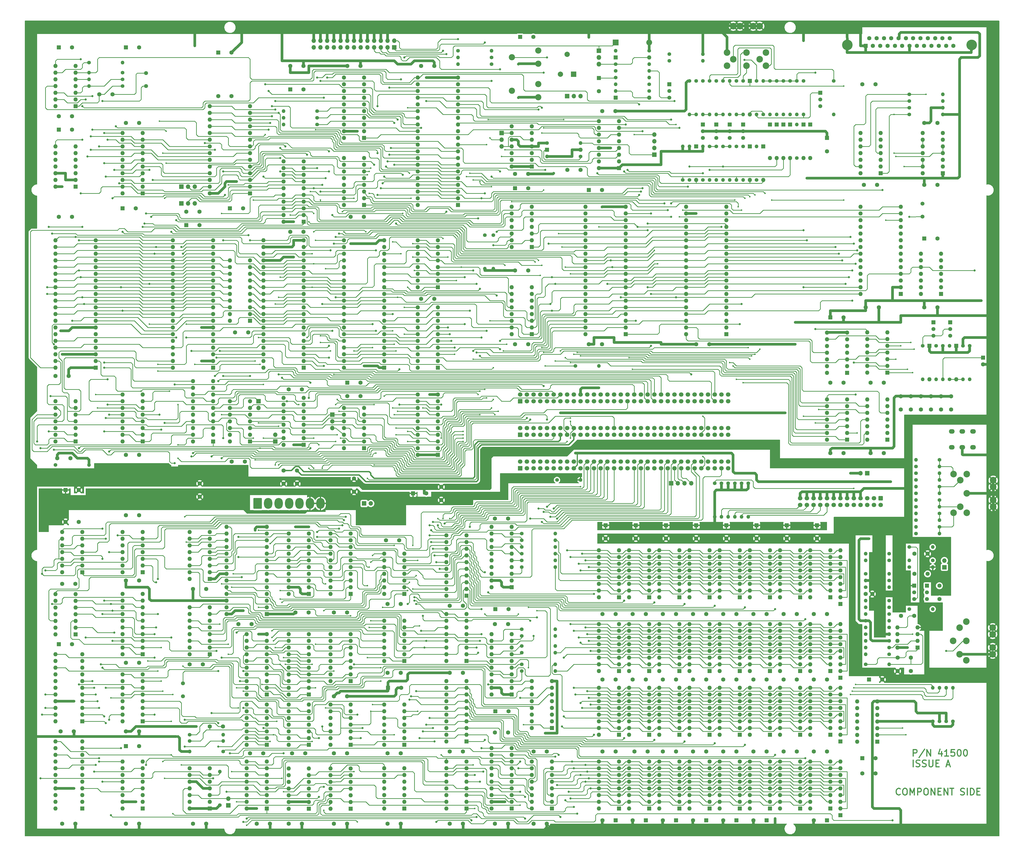
<source format=gbr>
G04 #@! TF.GenerationSoftware,KiCad,Pcbnew,(6.0.8)*
G04 #@! TF.CreationDate,2022-10-19T21:35:40+01:00*
G04 #@! TF.ProjectId,DgnBeta,44676e42-6574-4612-9e6b-696361645f70,rev?*
G04 #@! TF.SameCoordinates,Original*
G04 #@! TF.FileFunction,Copper,L1,Top*
G04 #@! TF.FilePolarity,Positive*
%FSLAX46Y46*%
G04 Gerber Fmt 4.6, Leading zero omitted, Abs format (unit mm)*
G04 Created by KiCad (PCBNEW (6.0.8)) date 2022-10-19 21:35:40*
%MOMM*%
%LPD*%
G01*
G04 APERTURE LIST*
G04 Aperture macros list*
%AMRoundRect*
0 Rectangle with rounded corners*
0 $1 Rounding radius*
0 $2 $3 $4 $5 $6 $7 $8 $9 X,Y pos of 4 corners*
0 Add a 4 corners polygon primitive as box body*
4,1,4,$2,$3,$4,$5,$6,$7,$8,$9,$2,$3,0*
0 Add four circle primitives for the rounded corners*
1,1,$1+$1,$2,$3*
1,1,$1+$1,$4,$5*
1,1,$1+$1,$6,$7*
1,1,$1+$1,$8,$9*
0 Add four rect primitives between the rounded corners*
20,1,$1+$1,$2,$3,$4,$5,0*
20,1,$1+$1,$4,$5,$6,$7,0*
20,1,$1+$1,$6,$7,$8,$9,0*
20,1,$1+$1,$8,$9,$2,$3,0*%
G04 Aperture macros list end*
%ADD10C,0.400000*%
G04 #@! TA.AperFunction,NonConductor*
%ADD11C,0.400000*%
G04 #@! TD*
G04 #@! TA.AperFunction,ComponentPad*
%ADD12R,1.600000X1.600000*%
G04 #@! TD*
G04 #@! TA.AperFunction,ComponentPad*
%ADD13O,1.600000X1.600000*%
G04 #@! TD*
G04 #@! TA.AperFunction,ComponentPad*
%ADD14C,1.600000*%
G04 #@! TD*
G04 #@! TA.AperFunction,ComponentPad*
%ADD15C,1.400000*%
G04 #@! TD*
G04 #@! TA.AperFunction,ComponentPad*
%ADD16O,1.400000X1.400000*%
G04 #@! TD*
G04 #@! TA.AperFunction,ComponentPad*
%ADD17C,1.500000*%
G04 #@! TD*
G04 #@! TA.AperFunction,ComponentPad*
%ADD18R,1.700000X1.700000*%
G04 #@! TD*
G04 #@! TA.AperFunction,ComponentPad*
%ADD19C,1.700000*%
G04 #@! TD*
G04 #@! TA.AperFunction,ComponentPad*
%ADD20O,1.700000X1.700000*%
G04 #@! TD*
G04 #@! TA.AperFunction,ComponentPad*
%ADD21RoundRect,0.250000X-1.330000X-1.800000X1.330000X-1.800000X1.330000X1.800000X-1.330000X1.800000X0*%
G04 #@! TD*
G04 #@! TA.AperFunction,ComponentPad*
%ADD22O,3.160000X4.100000*%
G04 #@! TD*
G04 #@! TA.AperFunction,ComponentPad*
%ADD23R,1.500000X1.500000*%
G04 #@! TD*
G04 #@! TA.AperFunction,ComponentPad*
%ADD24C,4.000000*%
G04 #@! TD*
G04 #@! TA.AperFunction,ComponentPad*
%ADD25C,2.500000*%
G04 #@! TD*
G04 #@! TA.AperFunction,ComponentPad*
%ADD26R,2.200000X2.200000*%
G04 #@! TD*
G04 #@! TA.AperFunction,ComponentPad*
%ADD27O,2.200000X2.200000*%
G04 #@! TD*
G04 #@! TA.AperFunction,ComponentPad*
%ADD28R,2.000000X2.000000*%
G04 #@! TD*
G04 #@! TA.AperFunction,ComponentPad*
%ADD29C,2.000000*%
G04 #@! TD*
G04 #@! TA.AperFunction,ComponentPad*
%ADD30R,1.800000X1.800000*%
G04 #@! TD*
G04 #@! TA.AperFunction,ComponentPad*
%ADD31O,1.800000X1.800000*%
G04 #@! TD*
G04 #@! TA.AperFunction,ComponentPad*
%ADD32C,2.340000*%
G04 #@! TD*
G04 #@! TA.AperFunction,ComponentPad*
%ADD33RoundRect,0.250000X-0.600000X0.600000X-0.600000X-0.600000X0.600000X-0.600000X0.600000X0.600000X0*%
G04 #@! TD*
G04 #@! TA.AperFunction,ComponentPad*
%ADD34O,2.200000X1.700000*%
G04 #@! TD*
G04 #@! TA.AperFunction,ViaPad*
%ADD35C,0.800000*%
G04 #@! TD*
G04 #@! TA.AperFunction,ViaPad*
%ADD36C,0.600000*%
G04 #@! TD*
G04 #@! TA.AperFunction,Conductor*
%ADD37C,1.000000*%
G04 #@! TD*
G04 #@! TA.AperFunction,Conductor*
%ADD38C,0.250000*%
G04 #@! TD*
G04 #@! TA.AperFunction,Conductor*
%ADD39C,0.500000*%
G04 #@! TD*
G04 #@! TA.AperFunction,Conductor*
%ADD40C,0.400000*%
G04 #@! TD*
G04 APERTURE END LIST*
D10*
D11*
X351375238Y-354083452D02*
X351375238Y-351583452D01*
X352327619Y-351583452D01*
X352565714Y-351702500D01*
X352684761Y-351821547D01*
X352803809Y-352059642D01*
X352803809Y-352416785D01*
X352684761Y-352654880D01*
X352565714Y-352773928D01*
X352327619Y-352892976D01*
X351375238Y-352892976D01*
X355660952Y-351464404D02*
X353518095Y-354678690D01*
X356494285Y-354083452D02*
X356494285Y-351583452D01*
X357922857Y-354083452D01*
X357922857Y-351583452D01*
X362089523Y-352416785D02*
X362089523Y-354083452D01*
X361494285Y-351464404D02*
X360899047Y-353250119D01*
X362446666Y-353250119D01*
X364708571Y-354083452D02*
X363280000Y-354083452D01*
X363994285Y-354083452D02*
X363994285Y-351583452D01*
X363756190Y-351940595D01*
X363518095Y-352178690D01*
X363280000Y-352297738D01*
X366970476Y-351583452D02*
X365780000Y-351583452D01*
X365660952Y-352773928D01*
X365780000Y-352654880D01*
X366018095Y-352535833D01*
X366613333Y-352535833D01*
X366851428Y-352654880D01*
X366970476Y-352773928D01*
X367089523Y-353012023D01*
X367089523Y-353607261D01*
X366970476Y-353845357D01*
X366851428Y-353964404D01*
X366613333Y-354083452D01*
X366018095Y-354083452D01*
X365780000Y-353964404D01*
X365660952Y-353845357D01*
X368637142Y-351583452D02*
X368875238Y-351583452D01*
X369113333Y-351702500D01*
X369232380Y-351821547D01*
X369351428Y-352059642D01*
X369470476Y-352535833D01*
X369470476Y-353131071D01*
X369351428Y-353607261D01*
X369232380Y-353845357D01*
X369113333Y-353964404D01*
X368875238Y-354083452D01*
X368637142Y-354083452D01*
X368399047Y-353964404D01*
X368280000Y-353845357D01*
X368160952Y-353607261D01*
X368041904Y-353131071D01*
X368041904Y-352535833D01*
X368160952Y-352059642D01*
X368280000Y-351821547D01*
X368399047Y-351702500D01*
X368637142Y-351583452D01*
X371018095Y-351583452D02*
X371256190Y-351583452D01*
X371494285Y-351702500D01*
X371613333Y-351821547D01*
X371732380Y-352059642D01*
X371851428Y-352535833D01*
X371851428Y-353131071D01*
X371732380Y-353607261D01*
X371613333Y-353845357D01*
X371494285Y-353964404D01*
X371256190Y-354083452D01*
X371018095Y-354083452D01*
X370780000Y-353964404D01*
X370660952Y-353845357D01*
X370541904Y-353607261D01*
X370422857Y-353131071D01*
X370422857Y-352535833D01*
X370541904Y-352059642D01*
X370660952Y-351821547D01*
X370780000Y-351702500D01*
X371018095Y-351583452D01*
X351375238Y-358108452D02*
X351375238Y-355608452D01*
X352446666Y-357989404D02*
X352803809Y-358108452D01*
X353399047Y-358108452D01*
X353637142Y-357989404D01*
X353756190Y-357870357D01*
X353875238Y-357632261D01*
X353875238Y-357394166D01*
X353756190Y-357156071D01*
X353637142Y-357037023D01*
X353399047Y-356917976D01*
X352922857Y-356798928D01*
X352684761Y-356679880D01*
X352565714Y-356560833D01*
X352446666Y-356322738D01*
X352446666Y-356084642D01*
X352565714Y-355846547D01*
X352684761Y-355727500D01*
X352922857Y-355608452D01*
X353518095Y-355608452D01*
X353875238Y-355727500D01*
X354827619Y-357989404D02*
X355184761Y-358108452D01*
X355780000Y-358108452D01*
X356018095Y-357989404D01*
X356137142Y-357870357D01*
X356256190Y-357632261D01*
X356256190Y-357394166D01*
X356137142Y-357156071D01*
X356018095Y-357037023D01*
X355780000Y-356917976D01*
X355303809Y-356798928D01*
X355065714Y-356679880D01*
X354946666Y-356560833D01*
X354827619Y-356322738D01*
X354827619Y-356084642D01*
X354946666Y-355846547D01*
X355065714Y-355727500D01*
X355303809Y-355608452D01*
X355899047Y-355608452D01*
X356256190Y-355727500D01*
X357327619Y-355608452D02*
X357327619Y-357632261D01*
X357446666Y-357870357D01*
X357565714Y-357989404D01*
X357803809Y-358108452D01*
X358280000Y-358108452D01*
X358518095Y-357989404D01*
X358637142Y-357870357D01*
X358756190Y-357632261D01*
X358756190Y-355608452D01*
X359946666Y-356798928D02*
X360780000Y-356798928D01*
X361137142Y-358108452D02*
X359946666Y-358108452D01*
X359946666Y-355608452D01*
X361137142Y-355608452D01*
X363994285Y-357394166D02*
X365184761Y-357394166D01*
X363756190Y-358108452D02*
X364589523Y-355608452D01*
X365422857Y-358108452D01*
D10*
D11*
X346453809Y-368557857D02*
X346334761Y-368676904D01*
X345977619Y-368795952D01*
X345739523Y-368795952D01*
X345382380Y-368676904D01*
X345144285Y-368438809D01*
X345025238Y-368200714D01*
X344906190Y-367724523D01*
X344906190Y-367367380D01*
X345025238Y-366891190D01*
X345144285Y-366653095D01*
X345382380Y-366415000D01*
X345739523Y-366295952D01*
X345977619Y-366295952D01*
X346334761Y-366415000D01*
X346453809Y-366534047D01*
X348001428Y-366295952D02*
X348477619Y-366295952D01*
X348715714Y-366415000D01*
X348953809Y-366653095D01*
X349072857Y-367129285D01*
X349072857Y-367962619D01*
X348953809Y-368438809D01*
X348715714Y-368676904D01*
X348477619Y-368795952D01*
X348001428Y-368795952D01*
X347763333Y-368676904D01*
X347525238Y-368438809D01*
X347406190Y-367962619D01*
X347406190Y-367129285D01*
X347525238Y-366653095D01*
X347763333Y-366415000D01*
X348001428Y-366295952D01*
X350144285Y-368795952D02*
X350144285Y-366295952D01*
X350977619Y-368081666D01*
X351810952Y-366295952D01*
X351810952Y-368795952D01*
X353001428Y-368795952D02*
X353001428Y-366295952D01*
X353953809Y-366295952D01*
X354191904Y-366415000D01*
X354310952Y-366534047D01*
X354430000Y-366772142D01*
X354430000Y-367129285D01*
X354310952Y-367367380D01*
X354191904Y-367486428D01*
X353953809Y-367605476D01*
X353001428Y-367605476D01*
X355977619Y-366295952D02*
X356453809Y-366295952D01*
X356691904Y-366415000D01*
X356930000Y-366653095D01*
X357049047Y-367129285D01*
X357049047Y-367962619D01*
X356930000Y-368438809D01*
X356691904Y-368676904D01*
X356453809Y-368795952D01*
X355977619Y-368795952D01*
X355739523Y-368676904D01*
X355501428Y-368438809D01*
X355382380Y-367962619D01*
X355382380Y-367129285D01*
X355501428Y-366653095D01*
X355739523Y-366415000D01*
X355977619Y-366295952D01*
X358120476Y-368795952D02*
X358120476Y-366295952D01*
X359549047Y-368795952D01*
X359549047Y-366295952D01*
X360739523Y-367486428D02*
X361572857Y-367486428D01*
X361930000Y-368795952D02*
X360739523Y-368795952D01*
X360739523Y-366295952D01*
X361930000Y-366295952D01*
X363001428Y-368795952D02*
X363001428Y-366295952D01*
X364430000Y-368795952D01*
X364430000Y-366295952D01*
X365263333Y-366295952D02*
X366691904Y-366295952D01*
X365977619Y-368795952D02*
X365977619Y-366295952D01*
X369310952Y-368676904D02*
X369668095Y-368795952D01*
X370263333Y-368795952D01*
X370501428Y-368676904D01*
X370620476Y-368557857D01*
X370739523Y-368319761D01*
X370739523Y-368081666D01*
X370620476Y-367843571D01*
X370501428Y-367724523D01*
X370263333Y-367605476D01*
X369787142Y-367486428D01*
X369549047Y-367367380D01*
X369430000Y-367248333D01*
X369310952Y-367010238D01*
X369310952Y-366772142D01*
X369430000Y-366534047D01*
X369549047Y-366415000D01*
X369787142Y-366295952D01*
X370382380Y-366295952D01*
X370739523Y-366415000D01*
X371810952Y-368795952D02*
X371810952Y-366295952D01*
X373001428Y-368795952D02*
X373001428Y-366295952D01*
X373596666Y-366295952D01*
X373953809Y-366415000D01*
X374191904Y-366653095D01*
X374310952Y-366891190D01*
X374430000Y-367367380D01*
X374430000Y-367724523D01*
X374310952Y-368200714D01*
X374191904Y-368438809D01*
X373953809Y-368676904D01*
X373596666Y-368795952D01*
X373001428Y-368795952D01*
X375501428Y-367486428D02*
X376334761Y-367486428D01*
X376691904Y-368795952D02*
X375501428Y-368795952D01*
X375501428Y-366295952D01*
X376691904Y-366295952D01*
D12*
X151130000Y-207010000D03*
D13*
X151130000Y-204470000D03*
X151130000Y-201930000D03*
X151130000Y-199390000D03*
X151130000Y-196850000D03*
X151130000Y-194310000D03*
X151130000Y-191770000D03*
X151130000Y-189230000D03*
X151130000Y-186690000D03*
X151130000Y-184150000D03*
X151130000Y-181610000D03*
X151130000Y-179070000D03*
X151130000Y-176530000D03*
X151130000Y-173990000D03*
X151130000Y-171450000D03*
X151130000Y-168910000D03*
X151130000Y-166370000D03*
X151130000Y-163830000D03*
X151130000Y-161290000D03*
X151130000Y-158750000D03*
X135890000Y-158750000D03*
X135890000Y-161290000D03*
X135890000Y-163830000D03*
X135890000Y-166370000D03*
X135890000Y-168910000D03*
X135890000Y-171450000D03*
X135890000Y-173990000D03*
X135890000Y-176530000D03*
X135890000Y-179070000D03*
X135890000Y-181610000D03*
X135890000Y-184150000D03*
X135890000Y-186690000D03*
X135890000Y-189230000D03*
X135890000Y-191770000D03*
X135890000Y-194310000D03*
X135890000Y-196850000D03*
X135890000Y-199390000D03*
X135890000Y-201930000D03*
X135890000Y-204470000D03*
X135890000Y-207010000D03*
D12*
X85090000Y-374015000D03*
D13*
X85090000Y-371475000D03*
X85090000Y-368935000D03*
X85090000Y-366395000D03*
X85090000Y-363855000D03*
X85090000Y-361315000D03*
X85090000Y-358775000D03*
X77470000Y-358775000D03*
X77470000Y-361315000D03*
X77470000Y-363855000D03*
X77470000Y-366395000D03*
X77470000Y-368935000D03*
X77470000Y-371475000D03*
X77470000Y-374015000D03*
D14*
X29210000Y-288925000D03*
X34210000Y-288925000D03*
D12*
X27940000Y-311785000D03*
D14*
X32940000Y-311785000D03*
D12*
X120650000Y-207010000D03*
D13*
X120650000Y-204470000D03*
X120650000Y-201930000D03*
X120650000Y-199390000D03*
X120650000Y-196850000D03*
X120650000Y-194310000D03*
X120650000Y-191770000D03*
X120650000Y-189230000D03*
X120650000Y-186690000D03*
X120650000Y-184150000D03*
X120650000Y-181610000D03*
X120650000Y-179070000D03*
X120650000Y-176530000D03*
X120650000Y-173990000D03*
X120650000Y-171450000D03*
X120650000Y-168910000D03*
X120650000Y-166370000D03*
X120650000Y-163830000D03*
X120650000Y-161290000D03*
X120650000Y-158750000D03*
X105410000Y-158750000D03*
X105410000Y-161290000D03*
X105410000Y-163830000D03*
X105410000Y-166370000D03*
X105410000Y-168910000D03*
X105410000Y-171450000D03*
X105410000Y-173990000D03*
X105410000Y-176530000D03*
X105410000Y-179070000D03*
X105410000Y-181610000D03*
X105410000Y-184150000D03*
X105410000Y-186690000D03*
X105410000Y-189230000D03*
X105410000Y-191770000D03*
X105410000Y-194310000D03*
X105410000Y-196850000D03*
X105410000Y-199390000D03*
X105410000Y-201930000D03*
X105410000Y-204470000D03*
X105410000Y-207010000D03*
D14*
X28575000Y-344805000D03*
X33575000Y-344805000D03*
D15*
X88900000Y-372745000D03*
D16*
X88900000Y-360045000D03*
D14*
X29210000Y-379730000D03*
X34210000Y-379730000D03*
X30480000Y-265430000D03*
X35480000Y-265430000D03*
D12*
X323850000Y-376555000D03*
D13*
X323850000Y-374015000D03*
X323850000Y-371475000D03*
X323850000Y-368935000D03*
X323850000Y-366395000D03*
X323850000Y-363855000D03*
X323850000Y-361315000D03*
X323850000Y-358775000D03*
X323850000Y-356235000D03*
D12*
X323850000Y-348615000D03*
D13*
X323850000Y-346075000D03*
X323850000Y-343535000D03*
X323850000Y-340995000D03*
X323850000Y-338455000D03*
X323850000Y-335915000D03*
X323850000Y-333375000D03*
X323850000Y-330835000D03*
X323850000Y-328295000D03*
D12*
X323850000Y-324485000D03*
D13*
X323850000Y-321945000D03*
X323850000Y-319405000D03*
X323850000Y-316865000D03*
X323850000Y-314325000D03*
X323850000Y-311785000D03*
X323850000Y-309245000D03*
X323850000Y-306705000D03*
X323850000Y-304165000D03*
D14*
X85090000Y-342900000D03*
X90090000Y-342900000D03*
D12*
X34290000Y-234950000D03*
D13*
X34290000Y-232410000D03*
X34290000Y-229870000D03*
X34290000Y-227330000D03*
X34290000Y-224790000D03*
X34290000Y-222250000D03*
X34290000Y-219710000D03*
X26670000Y-219710000D03*
X26670000Y-222250000D03*
X26670000Y-224790000D03*
X26670000Y-227330000D03*
X26670000Y-229870000D03*
X26670000Y-232410000D03*
X26670000Y-234950000D03*
D17*
X74930000Y-331470000D03*
X74930000Y-326570000D03*
D12*
X323850000Y-296545000D03*
D13*
X323850000Y-294005000D03*
X323850000Y-291465000D03*
X323850000Y-288925000D03*
X323850000Y-286385000D03*
X323850000Y-283845000D03*
X323850000Y-281305000D03*
X323850000Y-278765000D03*
X323850000Y-276225000D03*
D12*
X36830000Y-284480000D03*
D13*
X36830000Y-281940000D03*
X36830000Y-279400000D03*
X36830000Y-276860000D03*
X36830000Y-274320000D03*
X36830000Y-271780000D03*
X36830000Y-269240000D03*
X29210000Y-269240000D03*
X29210000Y-271780000D03*
X29210000Y-274320000D03*
X29210000Y-276860000D03*
X29210000Y-279400000D03*
X29210000Y-281940000D03*
X29210000Y-284480000D03*
D12*
X106680000Y-330835000D03*
D13*
X106680000Y-328295000D03*
X106680000Y-325755000D03*
X106680000Y-323215000D03*
X106680000Y-320675000D03*
X106680000Y-318135000D03*
X106680000Y-315595000D03*
X106680000Y-313055000D03*
X106680000Y-310515000D03*
X106680000Y-307975000D03*
X99060000Y-307975000D03*
X99060000Y-310515000D03*
X99060000Y-313055000D03*
X99060000Y-315595000D03*
X99060000Y-318135000D03*
X99060000Y-320675000D03*
X99060000Y-323215000D03*
X99060000Y-325755000D03*
X99060000Y-328295000D03*
X99060000Y-330835000D03*
D15*
X77470000Y-346075000D03*
D16*
X90170000Y-346075000D03*
D12*
X36830000Y-340995000D03*
D13*
X36830000Y-338455000D03*
X36830000Y-335915000D03*
X36830000Y-333375000D03*
X36830000Y-330835000D03*
X36830000Y-328295000D03*
X36830000Y-325755000D03*
X36830000Y-323215000D03*
X36830000Y-320675000D03*
X36830000Y-318135000D03*
X36830000Y-315595000D03*
X26670000Y-315595000D03*
X26670000Y-318135000D03*
X26670000Y-320675000D03*
X26670000Y-323215000D03*
X26670000Y-325755000D03*
X26670000Y-328295000D03*
X26670000Y-330835000D03*
X26670000Y-333375000D03*
X26670000Y-335915000D03*
X26670000Y-338455000D03*
X26670000Y-340995000D03*
D12*
X36830000Y-374015000D03*
D13*
X36830000Y-371475000D03*
X36830000Y-368935000D03*
X36830000Y-366395000D03*
X36830000Y-363855000D03*
X36830000Y-361315000D03*
X36830000Y-358775000D03*
X36830000Y-356235000D03*
X36830000Y-353695000D03*
X36830000Y-351155000D03*
X36830000Y-348615000D03*
X26670000Y-348615000D03*
X26670000Y-351155000D03*
X26670000Y-353695000D03*
X26670000Y-356235000D03*
X26670000Y-358775000D03*
X26670000Y-361315000D03*
X26670000Y-363855000D03*
X26670000Y-366395000D03*
X26670000Y-368935000D03*
X26670000Y-371475000D03*
X26670000Y-374015000D03*
D15*
X77410001Y-348420001D03*
D16*
X90110001Y-348420001D03*
D15*
X90170000Y-352425000D03*
D16*
X77470000Y-352425000D03*
D12*
X199390000Y-290195000D03*
D13*
X199390000Y-287655000D03*
X199390000Y-285115000D03*
X199390000Y-282575000D03*
X199390000Y-280035000D03*
X199390000Y-277495000D03*
X199390000Y-274955000D03*
X199390000Y-272415000D03*
X199390000Y-269875000D03*
X199390000Y-267335000D03*
X191770000Y-267335000D03*
X191770000Y-269875000D03*
X191770000Y-272415000D03*
X191770000Y-274955000D03*
X191770000Y-277495000D03*
X191770000Y-280035000D03*
X191770000Y-282575000D03*
X191770000Y-285115000D03*
X191770000Y-287655000D03*
X191770000Y-290195000D03*
D12*
X199390000Y-374015000D03*
D13*
X199390000Y-371475000D03*
X199390000Y-368935000D03*
X199390000Y-366395000D03*
X199390000Y-363855000D03*
X199390000Y-361315000D03*
X199390000Y-358775000D03*
X199390000Y-356235000D03*
X199390000Y-353695000D03*
X199390000Y-351155000D03*
X191770000Y-351155000D03*
X191770000Y-353695000D03*
X191770000Y-356235000D03*
X191770000Y-358775000D03*
X191770000Y-361315000D03*
X191770000Y-363855000D03*
X191770000Y-366395000D03*
X191770000Y-368935000D03*
X191770000Y-371475000D03*
X191770000Y-374015000D03*
D12*
X214630000Y-343535000D03*
D13*
X214630000Y-340995000D03*
X214630000Y-338455000D03*
X214630000Y-335915000D03*
X214630000Y-333375000D03*
X214630000Y-330835000D03*
X214630000Y-328295000D03*
X214630000Y-325755000D03*
X207010000Y-325755000D03*
X207010000Y-328295000D03*
X207010000Y-330835000D03*
X207010000Y-333375000D03*
X207010000Y-335915000D03*
X207010000Y-338455000D03*
X207010000Y-340995000D03*
X207010000Y-343535000D03*
D15*
X39370000Y-91440000D03*
D16*
X52070000Y-91440000D03*
D12*
X182245000Y-318135000D03*
D13*
X182245000Y-315595000D03*
X182245000Y-313055000D03*
X182245000Y-310515000D03*
X182245000Y-307975000D03*
X182245000Y-305435000D03*
X182245000Y-302895000D03*
X182245000Y-300355000D03*
X174625000Y-300355000D03*
X174625000Y-302895000D03*
X174625000Y-305435000D03*
X174625000Y-307975000D03*
X174625000Y-310515000D03*
X174625000Y-313055000D03*
X174625000Y-315595000D03*
X174625000Y-318135000D03*
D12*
X158750000Y-349885000D03*
D13*
X158750000Y-347345000D03*
X158750000Y-344805000D03*
X158750000Y-342265000D03*
X158750000Y-339725000D03*
X158750000Y-337185000D03*
X158750000Y-334645000D03*
X151130000Y-334645000D03*
X151130000Y-337185000D03*
X151130000Y-339725000D03*
X151130000Y-342265000D03*
X151130000Y-344805000D03*
X151130000Y-347345000D03*
X151130000Y-349885000D03*
D12*
X41910000Y-207010000D03*
D13*
X41910000Y-204470000D03*
X41910000Y-201930000D03*
X41910000Y-199390000D03*
X41910000Y-196850000D03*
X41910000Y-194310000D03*
X41910000Y-191770000D03*
X41910000Y-189230000D03*
X41910000Y-186690000D03*
X41910000Y-184150000D03*
X41910000Y-181610000D03*
X41910000Y-179070000D03*
X41910000Y-176530000D03*
X41910000Y-173990000D03*
X41910000Y-171450000D03*
X41910000Y-168910000D03*
X41910000Y-166370000D03*
X41910000Y-163830000D03*
X41910000Y-161290000D03*
X41910000Y-158750000D03*
X26670000Y-158750000D03*
X26670000Y-161290000D03*
X26670000Y-163830000D03*
X26670000Y-166370000D03*
X26670000Y-168910000D03*
X26670000Y-171450000D03*
X26670000Y-173990000D03*
X26670000Y-176530000D03*
X26670000Y-179070000D03*
X26670000Y-181610000D03*
X26670000Y-184150000D03*
X26670000Y-186690000D03*
X26670000Y-189230000D03*
X26670000Y-191770000D03*
X26670000Y-194310000D03*
X26670000Y-196850000D03*
X26670000Y-199390000D03*
X26670000Y-201930000D03*
X26670000Y-204470000D03*
X26670000Y-207010000D03*
D12*
X158750000Y-374015000D03*
D13*
X158750000Y-371475000D03*
X158750000Y-368935000D03*
X158750000Y-366395000D03*
X158750000Y-363855000D03*
X158750000Y-361315000D03*
X158750000Y-358775000D03*
X151130000Y-358775000D03*
X151130000Y-361315000D03*
X151130000Y-363855000D03*
X151130000Y-366395000D03*
X151130000Y-368935000D03*
X151130000Y-371475000D03*
X151130000Y-374015000D03*
D12*
X158750000Y-292735000D03*
D13*
X158750000Y-290195000D03*
X158750000Y-287655000D03*
X158750000Y-285115000D03*
X158750000Y-282575000D03*
X158750000Y-280035000D03*
X158750000Y-277495000D03*
X151130000Y-277495000D03*
X151130000Y-280035000D03*
X151130000Y-282575000D03*
X151130000Y-285115000D03*
X151130000Y-287655000D03*
X151130000Y-290195000D03*
X151130000Y-292735000D03*
D12*
X158750000Y-318135000D03*
D13*
X158750000Y-315595000D03*
X158750000Y-313055000D03*
X158750000Y-310515000D03*
X158750000Y-307975000D03*
X158750000Y-305435000D03*
X158750000Y-302895000D03*
X151130000Y-302895000D03*
X151130000Y-305435000D03*
X151130000Y-307975000D03*
X151130000Y-310515000D03*
X151130000Y-313055000D03*
X151130000Y-315595000D03*
X151130000Y-318135000D03*
D12*
X182245000Y-293370000D03*
D13*
X182245000Y-290830000D03*
X182245000Y-288290000D03*
X182245000Y-285750000D03*
X182245000Y-283210000D03*
X182245000Y-280670000D03*
X182245000Y-278130000D03*
X182245000Y-275590000D03*
X182245000Y-273050000D03*
X182245000Y-270510000D03*
X174625000Y-270510000D03*
X174625000Y-273050000D03*
X174625000Y-275590000D03*
X174625000Y-278130000D03*
X174625000Y-280670000D03*
X174625000Y-283210000D03*
X174625000Y-285750000D03*
X174625000Y-288290000D03*
X174625000Y-290830000D03*
X174625000Y-293370000D03*
D15*
X203200000Y-321945000D03*
D16*
X215900000Y-321945000D03*
D12*
X86360000Y-207010000D03*
D13*
X86360000Y-204470000D03*
X86360000Y-201930000D03*
X86360000Y-199390000D03*
X86360000Y-196850000D03*
X86360000Y-194310000D03*
X86360000Y-191770000D03*
X86360000Y-189230000D03*
X86360000Y-186690000D03*
X86360000Y-184150000D03*
X86360000Y-181610000D03*
X86360000Y-179070000D03*
X86360000Y-176530000D03*
X86360000Y-173990000D03*
X86360000Y-171450000D03*
X86360000Y-168910000D03*
X86360000Y-166370000D03*
X86360000Y-163830000D03*
X86360000Y-161290000D03*
X86360000Y-158750000D03*
X71120000Y-158750000D03*
X71120000Y-161290000D03*
X71120000Y-163830000D03*
X71120000Y-166370000D03*
X71120000Y-168910000D03*
X71120000Y-171450000D03*
X71120000Y-173990000D03*
X71120000Y-176530000D03*
X71120000Y-179070000D03*
X71120000Y-181610000D03*
X71120000Y-184150000D03*
X71120000Y-186690000D03*
X71120000Y-189230000D03*
X71120000Y-191770000D03*
X71120000Y-194310000D03*
X71120000Y-196850000D03*
X71120000Y-199390000D03*
X71120000Y-201930000D03*
X71120000Y-204470000D03*
X71120000Y-207010000D03*
D15*
X203200000Y-314960000D03*
D16*
X215900000Y-314960000D03*
D12*
X59690000Y-234950000D03*
D13*
X59690000Y-232410000D03*
X59690000Y-229870000D03*
X59690000Y-227330000D03*
X59690000Y-224790000D03*
X59690000Y-222250000D03*
X59690000Y-219710000D03*
X59690000Y-217170000D03*
X52070000Y-217170000D03*
X52070000Y-219710000D03*
X52070000Y-222250000D03*
X52070000Y-224790000D03*
X52070000Y-227330000D03*
X52070000Y-229870000D03*
X52070000Y-232410000D03*
X52070000Y-234950000D03*
D12*
X100330000Y-189230000D03*
D13*
X100330000Y-186690000D03*
X100330000Y-184150000D03*
X100330000Y-181610000D03*
X100330000Y-179070000D03*
X100330000Y-176530000D03*
X100330000Y-173990000D03*
X100330000Y-171450000D03*
X100330000Y-168910000D03*
X100330000Y-166370000D03*
X92710000Y-166370000D03*
X92710000Y-168910000D03*
X92710000Y-171450000D03*
X92710000Y-173990000D03*
X92710000Y-176530000D03*
X92710000Y-179070000D03*
X92710000Y-181610000D03*
X92710000Y-184150000D03*
X92710000Y-186690000D03*
X92710000Y-189230000D03*
D12*
X59690000Y-374015000D03*
D13*
X59690000Y-371475000D03*
X59690000Y-368935000D03*
X59690000Y-366395000D03*
X59690000Y-363855000D03*
X59690000Y-361315000D03*
X59690000Y-358775000D03*
X59690000Y-356235000D03*
X52070000Y-356235000D03*
X52070000Y-358775000D03*
X52070000Y-361315000D03*
X52070000Y-363855000D03*
X52070000Y-366395000D03*
X52070000Y-368935000D03*
X52070000Y-371475000D03*
X52070000Y-374015000D03*
D12*
X59690000Y-315595000D03*
D13*
X59690000Y-313055000D03*
X59690000Y-310515000D03*
X59690000Y-307975000D03*
X59690000Y-305435000D03*
X59690000Y-302895000D03*
X59690000Y-300355000D03*
X59690000Y-297815000D03*
X59690000Y-295275000D03*
X59690000Y-292735000D03*
X52070000Y-292735000D03*
X52070000Y-295275000D03*
X52070000Y-297815000D03*
X52070000Y-300355000D03*
X52070000Y-302895000D03*
X52070000Y-305435000D03*
X52070000Y-307975000D03*
X52070000Y-310515000D03*
X52070000Y-313055000D03*
X52070000Y-315595000D03*
D12*
X59690000Y-140970000D03*
D13*
X59690000Y-138430000D03*
X59690000Y-135890000D03*
X59690000Y-133350000D03*
X59690000Y-130810000D03*
X59690000Y-128270000D03*
X59690000Y-125730000D03*
X59690000Y-123190000D03*
X59690000Y-120650000D03*
X59690000Y-118110000D03*
X52070000Y-118110000D03*
X52070000Y-120650000D03*
X52070000Y-123190000D03*
X52070000Y-125730000D03*
X52070000Y-128270000D03*
X52070000Y-130810000D03*
X52070000Y-133350000D03*
X52070000Y-135890000D03*
X52070000Y-138430000D03*
X52070000Y-140970000D03*
D15*
X203200000Y-319405000D03*
D16*
X215900000Y-319405000D03*
D12*
X214630000Y-374015000D03*
D13*
X214630000Y-371475000D03*
X214630000Y-368935000D03*
X214630000Y-366395000D03*
X214630000Y-363855000D03*
X214630000Y-361315000D03*
X214630000Y-358775000D03*
X214630000Y-356235000D03*
X207010000Y-356235000D03*
X207010000Y-358775000D03*
X207010000Y-361315000D03*
X207010000Y-363855000D03*
X207010000Y-366395000D03*
X207010000Y-368935000D03*
X207010000Y-371475000D03*
X207010000Y-374015000D03*
D12*
X308610000Y-374015000D03*
D13*
X308610000Y-371475000D03*
X308610000Y-368935000D03*
X308610000Y-366395000D03*
X308610000Y-363855000D03*
X308610000Y-361315000D03*
X308610000Y-358775000D03*
X308610000Y-356235000D03*
X300990000Y-356235000D03*
X300990000Y-358775000D03*
X300990000Y-361315000D03*
X300990000Y-363855000D03*
X300990000Y-366395000D03*
X300990000Y-368935000D03*
X300990000Y-371475000D03*
X300990000Y-374015000D03*
D12*
X297180000Y-374015000D03*
D13*
X297180000Y-371475000D03*
X297180000Y-368935000D03*
X297180000Y-366395000D03*
X297180000Y-363855000D03*
X297180000Y-361315000D03*
X297180000Y-358775000D03*
X297180000Y-356235000D03*
X289560000Y-356235000D03*
X289560000Y-358775000D03*
X289560000Y-361315000D03*
X289560000Y-363855000D03*
X289560000Y-366395000D03*
X289560000Y-368935000D03*
X289560000Y-371475000D03*
X289560000Y-374015000D03*
D15*
X203200000Y-312420000D03*
D16*
X215900000Y-312420000D03*
D15*
X203200000Y-306070000D03*
D16*
X215900000Y-306070000D03*
D15*
X203210000Y-280035000D03*
D16*
X215910000Y-280035000D03*
D15*
X203210000Y-274955000D03*
D16*
X215910000Y-274955000D03*
D15*
X203210000Y-272415000D03*
D16*
X215910000Y-272415000D03*
D15*
X203200000Y-269875000D03*
D16*
X215900000Y-269875000D03*
D15*
X203210000Y-282575000D03*
D16*
X215910000Y-282575000D03*
D12*
X308610000Y-321945000D03*
D13*
X308610000Y-319405000D03*
X308610000Y-316865000D03*
X308610000Y-314325000D03*
X308610000Y-311785000D03*
X308610000Y-309245000D03*
X308610000Y-306705000D03*
X308610000Y-304165000D03*
X300990000Y-304165000D03*
X300990000Y-306705000D03*
X300990000Y-309245000D03*
X300990000Y-311785000D03*
X300990000Y-314325000D03*
X300990000Y-316865000D03*
X300990000Y-319405000D03*
X300990000Y-321945000D03*
D15*
X203200000Y-308610000D03*
D16*
X215900000Y-308610000D03*
D15*
X203210000Y-277495000D03*
D16*
X215910000Y-277495000D03*
D12*
X320040000Y-374015000D03*
D13*
X320040000Y-371475000D03*
X320040000Y-368935000D03*
X320040000Y-366395000D03*
X320040000Y-363855000D03*
X320040000Y-361315000D03*
X320040000Y-358775000D03*
X320040000Y-356235000D03*
X312420000Y-356235000D03*
X312420000Y-358775000D03*
X312420000Y-361315000D03*
X312420000Y-363855000D03*
X312420000Y-366395000D03*
X312420000Y-368935000D03*
X312420000Y-371475000D03*
X312420000Y-374015000D03*
D12*
X308610000Y-294005000D03*
D13*
X308610000Y-291465000D03*
X308610000Y-288925000D03*
X308610000Y-286385000D03*
X308610000Y-283845000D03*
X308610000Y-281305000D03*
X308610000Y-278765000D03*
X308610000Y-276225000D03*
X300990000Y-276225000D03*
X300990000Y-278765000D03*
X300990000Y-281305000D03*
X300990000Y-283845000D03*
X300990000Y-286385000D03*
X300990000Y-288925000D03*
X300990000Y-291465000D03*
X300990000Y-294005000D03*
D12*
X320040000Y-346075000D03*
D13*
X320040000Y-343535000D03*
X320040000Y-340995000D03*
X320040000Y-338455000D03*
X320040000Y-335915000D03*
X320040000Y-333375000D03*
X320040000Y-330835000D03*
X320040000Y-328295000D03*
X312420000Y-328295000D03*
X312420000Y-330835000D03*
X312420000Y-333375000D03*
X312420000Y-335915000D03*
X312420000Y-338455000D03*
X312420000Y-340995000D03*
X312420000Y-343535000D03*
X312420000Y-346075000D03*
D12*
X308610000Y-346075000D03*
D13*
X308610000Y-343535000D03*
X308610000Y-340995000D03*
X308610000Y-338455000D03*
X308610000Y-335915000D03*
X308610000Y-333375000D03*
X308610000Y-330835000D03*
X308610000Y-328295000D03*
X300990000Y-328295000D03*
X300990000Y-330835000D03*
X300990000Y-333375000D03*
X300990000Y-335915000D03*
X300990000Y-338455000D03*
X300990000Y-340995000D03*
X300990000Y-343535000D03*
X300990000Y-346075000D03*
D12*
X320040000Y-321945000D03*
D13*
X320040000Y-319405000D03*
X320040000Y-316865000D03*
X320040000Y-314325000D03*
X320040000Y-311785000D03*
X320040000Y-309245000D03*
X320040000Y-306705000D03*
X320040000Y-304165000D03*
X312420000Y-304165000D03*
X312420000Y-306705000D03*
X312420000Y-309245000D03*
X312420000Y-311785000D03*
X312420000Y-314325000D03*
X312420000Y-316865000D03*
X312420000Y-319405000D03*
X312420000Y-321945000D03*
D12*
X320040000Y-294005000D03*
D13*
X320040000Y-291465000D03*
X320040000Y-288925000D03*
X320040000Y-286385000D03*
X320040000Y-283845000D03*
X320040000Y-281305000D03*
X320040000Y-278765000D03*
X320040000Y-276225000D03*
X312420000Y-276225000D03*
X312420000Y-278765000D03*
X312420000Y-281305000D03*
X312420000Y-283845000D03*
X312420000Y-286385000D03*
X312420000Y-288925000D03*
X312420000Y-291465000D03*
X312420000Y-294005000D03*
D12*
X251460000Y-346075000D03*
D13*
X251460000Y-343535000D03*
X251460000Y-340995000D03*
X251460000Y-338455000D03*
X251460000Y-335915000D03*
X251460000Y-333375000D03*
X251460000Y-330835000D03*
X251460000Y-328295000D03*
X243840000Y-328295000D03*
X243840000Y-330835000D03*
X243840000Y-333375000D03*
X243840000Y-335915000D03*
X243840000Y-338455000D03*
X243840000Y-340995000D03*
X243840000Y-343535000D03*
X243840000Y-346075000D03*
D12*
X251460000Y-374015000D03*
D13*
X251460000Y-371475000D03*
X251460000Y-368935000D03*
X251460000Y-366395000D03*
X251460000Y-363855000D03*
X251460000Y-361315000D03*
X251460000Y-358775000D03*
X251460000Y-356235000D03*
X243840000Y-356235000D03*
X243840000Y-358775000D03*
X243840000Y-361315000D03*
X243840000Y-363855000D03*
X243840000Y-366395000D03*
X243840000Y-368935000D03*
X243840000Y-371475000D03*
X243840000Y-374015000D03*
D12*
X297180000Y-346075000D03*
D13*
X297180000Y-343535000D03*
X297180000Y-340995000D03*
X297180000Y-338455000D03*
X297180000Y-335915000D03*
X297180000Y-333375000D03*
X297180000Y-330835000D03*
X297180000Y-328295000D03*
X289560000Y-328295000D03*
X289560000Y-330835000D03*
X289560000Y-333375000D03*
X289560000Y-335915000D03*
X289560000Y-338455000D03*
X289560000Y-340995000D03*
X289560000Y-343535000D03*
X289560000Y-346075000D03*
D12*
X297180000Y-321945000D03*
D13*
X297180000Y-319405000D03*
X297180000Y-316865000D03*
X297180000Y-314325000D03*
X297180000Y-311785000D03*
X297180000Y-309245000D03*
X297180000Y-306705000D03*
X297180000Y-304165000D03*
X289560000Y-304165000D03*
X289560000Y-306705000D03*
X289560000Y-309245000D03*
X289560000Y-311785000D03*
X289560000Y-314325000D03*
X289560000Y-316865000D03*
X289560000Y-319405000D03*
X289560000Y-321945000D03*
D12*
X297180000Y-294005000D03*
D13*
X297180000Y-291465000D03*
X297180000Y-288925000D03*
X297180000Y-286385000D03*
X297180000Y-283845000D03*
X297180000Y-281305000D03*
X297180000Y-278765000D03*
X297180000Y-276225000D03*
X289560000Y-276225000D03*
X289560000Y-278765000D03*
X289560000Y-281305000D03*
X289560000Y-283845000D03*
X289560000Y-286385000D03*
X289560000Y-288925000D03*
X289560000Y-291465000D03*
X289560000Y-294005000D03*
D12*
X285750000Y-374015000D03*
D13*
X285750000Y-371475000D03*
X285750000Y-368935000D03*
X285750000Y-366395000D03*
X285750000Y-363855000D03*
X285750000Y-361315000D03*
X285750000Y-358775000D03*
X285750000Y-356235000D03*
X278130000Y-356235000D03*
X278130000Y-358775000D03*
X278130000Y-361315000D03*
X278130000Y-363855000D03*
X278130000Y-366395000D03*
X278130000Y-368935000D03*
X278130000Y-371475000D03*
X278130000Y-374015000D03*
D12*
X285750000Y-294005000D03*
D13*
X285750000Y-291465000D03*
X285750000Y-288925000D03*
X285750000Y-286385000D03*
X285750000Y-283845000D03*
X285750000Y-281305000D03*
X285750000Y-278765000D03*
X285750000Y-276225000D03*
X278130000Y-276225000D03*
X278130000Y-278765000D03*
X278130000Y-281305000D03*
X278130000Y-283845000D03*
X278130000Y-286385000D03*
X278130000Y-288925000D03*
X278130000Y-291465000D03*
X278130000Y-294005000D03*
D12*
X274320000Y-374015000D03*
D13*
X274320000Y-371475000D03*
X274320000Y-368935000D03*
X274320000Y-366395000D03*
X274320000Y-363855000D03*
X274320000Y-361315000D03*
X274320000Y-358775000D03*
X274320000Y-356235000D03*
X266700000Y-356235000D03*
X266700000Y-358775000D03*
X266700000Y-361315000D03*
X266700000Y-363855000D03*
X266700000Y-366395000D03*
X266700000Y-368935000D03*
X266700000Y-371475000D03*
X266700000Y-374015000D03*
D12*
X262890000Y-346075000D03*
D13*
X262890000Y-343535000D03*
X262890000Y-340995000D03*
X262890000Y-338455000D03*
X262890000Y-335915000D03*
X262890000Y-333375000D03*
X262890000Y-330835000D03*
X262890000Y-328295000D03*
X255270000Y-328295000D03*
X255270000Y-330835000D03*
X255270000Y-333375000D03*
X255270000Y-335915000D03*
X255270000Y-338455000D03*
X255270000Y-340995000D03*
X255270000Y-343535000D03*
X255270000Y-346075000D03*
D12*
X274320000Y-294005000D03*
D13*
X274320000Y-291465000D03*
X274320000Y-288925000D03*
X274320000Y-286385000D03*
X274320000Y-283845000D03*
X274320000Y-281305000D03*
X274320000Y-278765000D03*
X274320000Y-276225000D03*
X266700000Y-276225000D03*
X266700000Y-278765000D03*
X266700000Y-281305000D03*
X266700000Y-283845000D03*
X266700000Y-286385000D03*
X266700000Y-288925000D03*
X266700000Y-291465000D03*
X266700000Y-294005000D03*
D12*
X262890000Y-294005000D03*
D13*
X262890000Y-291465000D03*
X262890000Y-288925000D03*
X262890000Y-286385000D03*
X262890000Y-283845000D03*
X262890000Y-281305000D03*
X262890000Y-278765000D03*
X262890000Y-276225000D03*
X255270000Y-276225000D03*
X255270000Y-278765000D03*
X255270000Y-281305000D03*
X255270000Y-283845000D03*
X255270000Y-286385000D03*
X255270000Y-288925000D03*
X255270000Y-291465000D03*
X255270000Y-294005000D03*
D12*
X262890000Y-374015000D03*
D13*
X262890000Y-371475000D03*
X262890000Y-368935000D03*
X262890000Y-366395000D03*
X262890000Y-363855000D03*
X262890000Y-361315000D03*
X262890000Y-358775000D03*
X262890000Y-356235000D03*
X255270000Y-356235000D03*
X255270000Y-358775000D03*
X255270000Y-361315000D03*
X255270000Y-363855000D03*
X255270000Y-366395000D03*
X255270000Y-368935000D03*
X255270000Y-371475000D03*
X255270000Y-374015000D03*
D12*
X251460000Y-321945000D03*
D13*
X251460000Y-319405000D03*
X251460000Y-316865000D03*
X251460000Y-314325000D03*
X251460000Y-311785000D03*
X251460000Y-309245000D03*
X251460000Y-306705000D03*
X251460000Y-304165000D03*
X243840000Y-304165000D03*
X243840000Y-306705000D03*
X243840000Y-309245000D03*
X243840000Y-311785000D03*
X243840000Y-314325000D03*
X243840000Y-316865000D03*
X243840000Y-319405000D03*
X243840000Y-321945000D03*
D12*
X285750000Y-346075000D03*
D13*
X285750000Y-343535000D03*
X285750000Y-340995000D03*
X285750000Y-338455000D03*
X285750000Y-335915000D03*
X285750000Y-333375000D03*
X285750000Y-330835000D03*
X285750000Y-328295000D03*
X278130000Y-328295000D03*
X278130000Y-330835000D03*
X278130000Y-333375000D03*
X278130000Y-335915000D03*
X278130000Y-338455000D03*
X278130000Y-340995000D03*
X278130000Y-343535000D03*
X278130000Y-346075000D03*
D12*
X274320000Y-321945000D03*
D13*
X274320000Y-319405000D03*
X274320000Y-316865000D03*
X274320000Y-314325000D03*
X274320000Y-311785000D03*
X274320000Y-309245000D03*
X274320000Y-306705000D03*
X274320000Y-304165000D03*
X266700000Y-304165000D03*
X266700000Y-306705000D03*
X266700000Y-309245000D03*
X266700000Y-311785000D03*
X266700000Y-314325000D03*
X266700000Y-316865000D03*
X266700000Y-319405000D03*
X266700000Y-321945000D03*
D12*
X285750000Y-321945000D03*
D13*
X285750000Y-319405000D03*
X285750000Y-316865000D03*
X285750000Y-314325000D03*
X285750000Y-311785000D03*
X285750000Y-309245000D03*
X285750000Y-306705000D03*
X285750000Y-304165000D03*
X278130000Y-304165000D03*
X278130000Y-306705000D03*
X278130000Y-309245000D03*
X278130000Y-311785000D03*
X278130000Y-314325000D03*
X278130000Y-316865000D03*
X278130000Y-319405000D03*
X278130000Y-321945000D03*
D12*
X274320000Y-346075000D03*
D13*
X274320000Y-343535000D03*
X274320000Y-340995000D03*
X274320000Y-338455000D03*
X274320000Y-335915000D03*
X274320000Y-333375000D03*
X274320000Y-330835000D03*
X274320000Y-328295000D03*
X266700000Y-328295000D03*
X266700000Y-330835000D03*
X266700000Y-333375000D03*
X266700000Y-335915000D03*
X266700000Y-338455000D03*
X266700000Y-340995000D03*
X266700000Y-343535000D03*
X266700000Y-346075000D03*
D12*
X262890000Y-321945000D03*
D13*
X262890000Y-319405000D03*
X262890000Y-316865000D03*
X262890000Y-314325000D03*
X262890000Y-311785000D03*
X262890000Y-309245000D03*
X262890000Y-306705000D03*
X262890000Y-304165000D03*
X255270000Y-304165000D03*
X255270000Y-306705000D03*
X255270000Y-309245000D03*
X255270000Y-311785000D03*
X255270000Y-314325000D03*
X255270000Y-316865000D03*
X255270000Y-319405000D03*
X255270000Y-321945000D03*
D12*
X240030000Y-374015000D03*
D13*
X240030000Y-371475000D03*
X240030000Y-368935000D03*
X240030000Y-366395000D03*
X240030000Y-363855000D03*
X240030000Y-361315000D03*
X240030000Y-358775000D03*
X240030000Y-356235000D03*
X232410000Y-356235000D03*
X232410000Y-358775000D03*
X232410000Y-361315000D03*
X232410000Y-363855000D03*
X232410000Y-366395000D03*
X232410000Y-368935000D03*
X232410000Y-371475000D03*
X232410000Y-374015000D03*
D12*
X240030000Y-346075000D03*
D13*
X240030000Y-343535000D03*
X240030000Y-340995000D03*
X240030000Y-338455000D03*
X240030000Y-335915000D03*
X240030000Y-333375000D03*
X240030000Y-330835000D03*
X240030000Y-328295000D03*
X232410000Y-328295000D03*
X232410000Y-330835000D03*
X232410000Y-333375000D03*
X232410000Y-335915000D03*
X232410000Y-338455000D03*
X232410000Y-340995000D03*
X232410000Y-343535000D03*
X232410000Y-346075000D03*
D12*
X240030000Y-321945000D03*
D13*
X240030000Y-319405000D03*
X240030000Y-316865000D03*
X240030000Y-314325000D03*
X240030000Y-311785000D03*
X240030000Y-309245000D03*
X240030000Y-306705000D03*
X240030000Y-304165000D03*
X232410000Y-304165000D03*
X232410000Y-306705000D03*
X232410000Y-309245000D03*
X232410000Y-311785000D03*
X232410000Y-314325000D03*
X232410000Y-316865000D03*
X232410000Y-319405000D03*
X232410000Y-321945000D03*
D12*
X303530000Y-266700000D03*
D14*
X303530000Y-271700000D03*
D12*
X314960000Y-266700000D03*
D14*
X314960000Y-271700000D03*
D12*
X240030000Y-294005000D03*
D13*
X240030000Y-291465000D03*
X240030000Y-288925000D03*
X240030000Y-286385000D03*
X240030000Y-283845000D03*
X240030000Y-281305000D03*
X240030000Y-278765000D03*
X240030000Y-276225000D03*
X232410000Y-276225000D03*
X232410000Y-278765000D03*
X232410000Y-281305000D03*
X232410000Y-283845000D03*
X232410000Y-286385000D03*
X232410000Y-288925000D03*
X232410000Y-291465000D03*
X232410000Y-294005000D03*
D12*
X251460000Y-294005000D03*
D13*
X251460000Y-291465000D03*
X251460000Y-288925000D03*
X251460000Y-286385000D03*
X251460000Y-283845000D03*
X251460000Y-281305000D03*
X251460000Y-278765000D03*
X251460000Y-276225000D03*
X243840000Y-276225000D03*
X243840000Y-278765000D03*
X243840000Y-281305000D03*
X243840000Y-283845000D03*
X243840000Y-286385000D03*
X243840000Y-288925000D03*
X243840000Y-291465000D03*
X243840000Y-294005000D03*
D12*
X269240000Y-266700000D03*
D14*
X269240000Y-271700000D03*
D12*
X292100000Y-266700000D03*
D14*
X292100000Y-271700000D03*
D12*
X280670000Y-266700000D03*
D14*
X280670000Y-271700000D03*
D12*
X257810000Y-266700000D03*
D14*
X257810000Y-271700000D03*
D12*
X234950000Y-266700000D03*
D14*
X234950000Y-271700000D03*
D18*
X202565000Y-219710000D03*
D19*
X205105000Y-219710000D03*
X207645000Y-219710000D03*
X210185000Y-219710000D03*
X212725000Y-219710000D03*
X215265000Y-219710000D03*
X217805000Y-219710000D03*
X220345000Y-219710000D03*
X222885000Y-219710000D03*
X225425000Y-219710000D03*
X227965000Y-219710000D03*
X230505000Y-219710000D03*
X233045000Y-219710000D03*
X235585000Y-219710000D03*
X238125000Y-219710000D03*
X240665000Y-219710000D03*
X243205000Y-219710000D03*
X245745000Y-219710000D03*
X248285000Y-219710000D03*
X250825000Y-219710000D03*
X253365000Y-219710000D03*
X255905000Y-219710000D03*
X258445000Y-219710000D03*
X260985000Y-219710000D03*
X263525000Y-219710000D03*
X266065000Y-219710000D03*
X268605000Y-219710000D03*
X271145000Y-219710000D03*
X273685000Y-219710000D03*
X276225000Y-219710000D03*
X278765000Y-219710000D03*
X281305000Y-219710000D03*
X202565000Y-217170000D03*
X205105000Y-217170000D03*
X207645000Y-217170000D03*
X210185000Y-217170000D03*
X212725000Y-217170000D03*
X215265000Y-217170000D03*
X217805000Y-217170000D03*
X220345000Y-217170000D03*
X222885000Y-217170000D03*
X225425000Y-217170000D03*
X227965000Y-217170000D03*
X230505000Y-217170000D03*
X233045000Y-217170000D03*
X235585000Y-217170000D03*
X238125000Y-217170000D03*
X240665000Y-217170000D03*
X243205000Y-217170000D03*
X245745000Y-217170000D03*
X248285000Y-217170000D03*
X250825000Y-217170000D03*
X253365000Y-217170000D03*
X255905000Y-217170000D03*
X258445000Y-217170000D03*
X260985000Y-217170000D03*
X263525000Y-217170000D03*
X266065000Y-217170000D03*
X268605000Y-217170000D03*
X271145000Y-217170000D03*
X273685000Y-217170000D03*
X276225000Y-217170000D03*
X278765000Y-217170000D03*
X281305000Y-217170000D03*
D12*
X246380000Y-266700000D03*
D14*
X246380000Y-271700000D03*
D18*
X202565000Y-232410000D03*
D19*
X205105000Y-232410000D03*
X207645000Y-232410000D03*
X210185000Y-232410000D03*
X212725000Y-232410000D03*
X215265000Y-232410000D03*
X217805000Y-232410000D03*
X220345000Y-232410000D03*
X222885000Y-232410000D03*
X225425000Y-232410000D03*
X227965000Y-232410000D03*
X230505000Y-232410000D03*
X233045000Y-232410000D03*
X235585000Y-232410000D03*
X238125000Y-232410000D03*
X240665000Y-232410000D03*
X243205000Y-232410000D03*
X245745000Y-232410000D03*
X248285000Y-232410000D03*
X250825000Y-232410000D03*
X253365000Y-232410000D03*
X255905000Y-232410000D03*
X258445000Y-232410000D03*
X260985000Y-232410000D03*
X263525000Y-232410000D03*
X266065000Y-232410000D03*
X268605000Y-232410000D03*
X271145000Y-232410000D03*
X273685000Y-232410000D03*
X276225000Y-232410000D03*
X278765000Y-232410000D03*
X281305000Y-232410000D03*
X202565000Y-229870000D03*
X205105000Y-229870000D03*
X207645000Y-229870000D03*
X210185000Y-229870000D03*
X212725000Y-229870000D03*
X215265000Y-229870000D03*
X217805000Y-229870000D03*
X220345000Y-229870000D03*
X222885000Y-229870000D03*
X225425000Y-229870000D03*
X227965000Y-229870000D03*
X230505000Y-229870000D03*
X233045000Y-229870000D03*
X235585000Y-229870000D03*
X238125000Y-229870000D03*
X240665000Y-229870000D03*
X243205000Y-229870000D03*
X245745000Y-229870000D03*
X248285000Y-229870000D03*
X250825000Y-229870000D03*
X253365000Y-229870000D03*
X255905000Y-229870000D03*
X258445000Y-229870000D03*
X260985000Y-229870000D03*
X263525000Y-229870000D03*
X266065000Y-229870000D03*
X268605000Y-229870000D03*
X271145000Y-229870000D03*
X273685000Y-229870000D03*
X276225000Y-229870000D03*
X278765000Y-229870000D03*
X281305000Y-229870000D03*
D18*
X202565000Y-245110000D03*
D19*
X205105000Y-245110000D03*
X207645000Y-245110000D03*
X210185000Y-245110000D03*
X212725000Y-245110000D03*
X215265000Y-245110000D03*
X217805000Y-245110000D03*
X220345000Y-245110000D03*
X222885000Y-245110000D03*
X225425000Y-245110000D03*
X227965000Y-245110000D03*
X230505000Y-245110000D03*
X233045000Y-245110000D03*
X235585000Y-245110000D03*
X238125000Y-245110000D03*
X240665000Y-245110000D03*
X243205000Y-245110000D03*
X245745000Y-245110000D03*
X248285000Y-245110000D03*
X250825000Y-245110000D03*
X253365000Y-245110000D03*
X255905000Y-245110000D03*
X258445000Y-245110000D03*
X260985000Y-245110000D03*
X263525000Y-245110000D03*
X266065000Y-245110000D03*
X268605000Y-245110000D03*
X271145000Y-245110000D03*
X273685000Y-245110000D03*
X276225000Y-245110000D03*
X278765000Y-245110000D03*
X281305000Y-245110000D03*
X202565000Y-242570000D03*
X205105000Y-242570000D03*
X207645000Y-242570000D03*
X210185000Y-242570000D03*
X212725000Y-242570000D03*
X215265000Y-242570000D03*
X217805000Y-242570000D03*
X220345000Y-242570000D03*
X222885000Y-242570000D03*
X225425000Y-242570000D03*
X227965000Y-242570000D03*
X230505000Y-242570000D03*
X233045000Y-242570000D03*
X235585000Y-242570000D03*
X238125000Y-242570000D03*
X240665000Y-242570000D03*
X243205000Y-242570000D03*
X245745000Y-242570000D03*
X248285000Y-242570000D03*
X250825000Y-242570000D03*
X253365000Y-242570000D03*
X255905000Y-242570000D03*
X258445000Y-242570000D03*
X260985000Y-242570000D03*
X263525000Y-242570000D03*
X266065000Y-242570000D03*
X268605000Y-242570000D03*
X271145000Y-242570000D03*
X273685000Y-242570000D03*
X276225000Y-242570000D03*
X278765000Y-242570000D03*
X281305000Y-242570000D03*
D12*
X182245000Y-348615000D03*
D13*
X182245000Y-346075000D03*
X182245000Y-343535000D03*
X182245000Y-340995000D03*
X182245000Y-338455000D03*
X182245000Y-335915000D03*
X182245000Y-333375000D03*
X182245000Y-330835000D03*
X182245000Y-328295000D03*
X182245000Y-325755000D03*
X174625000Y-325755000D03*
X174625000Y-328295000D03*
X174625000Y-330835000D03*
X174625000Y-333375000D03*
X174625000Y-335915000D03*
X174625000Y-338455000D03*
X174625000Y-340995000D03*
X174625000Y-343535000D03*
X174625000Y-346075000D03*
X174625000Y-348615000D03*
D12*
X242570000Y-194310000D03*
D13*
X242570000Y-191770000D03*
X242570000Y-189230000D03*
X242570000Y-186690000D03*
X242570000Y-184150000D03*
X242570000Y-181610000D03*
X242570000Y-179070000D03*
X242570000Y-176530000D03*
X242570000Y-173990000D03*
X242570000Y-171450000D03*
X242570000Y-168910000D03*
X242570000Y-166370000D03*
X242570000Y-163830000D03*
X242570000Y-161290000D03*
X242570000Y-158750000D03*
X242570000Y-156210000D03*
X242570000Y-153670000D03*
X242570000Y-151130000D03*
X242570000Y-148590000D03*
X242570000Y-146050000D03*
X227330000Y-146050000D03*
X227330000Y-148590000D03*
X227330000Y-151130000D03*
X227330000Y-153670000D03*
X227330000Y-156210000D03*
X227330000Y-158750000D03*
X227330000Y-161290000D03*
X227330000Y-163830000D03*
X227330000Y-166370000D03*
X227330000Y-168910000D03*
X227330000Y-171450000D03*
X227330000Y-173990000D03*
X227330000Y-176530000D03*
X227330000Y-179070000D03*
X227330000Y-181610000D03*
X227330000Y-184150000D03*
X227330000Y-186690000D03*
X227330000Y-189230000D03*
X227330000Y-191770000D03*
X227330000Y-194310000D03*
D12*
X59690000Y-284480000D03*
D13*
X59690000Y-281940000D03*
X59690000Y-279400000D03*
X59690000Y-276860000D03*
X59690000Y-274320000D03*
X59690000Y-271780000D03*
X59690000Y-269240000D03*
X52070000Y-269240000D03*
X52070000Y-271780000D03*
X52070000Y-274320000D03*
X52070000Y-276860000D03*
X52070000Y-279400000D03*
X52070000Y-281940000D03*
X52070000Y-284480000D03*
D15*
X281940000Y-111125000D03*
D16*
X281940000Y-98425000D03*
D15*
X287020000Y-98425000D03*
D16*
X287020000Y-111125000D03*
D12*
X326390000Y-234315000D03*
D13*
X326390000Y-231775000D03*
X326390000Y-229235000D03*
X326390000Y-226695000D03*
X326390000Y-224155000D03*
X326390000Y-221615000D03*
X326390000Y-219075000D03*
X318770000Y-219075000D03*
X318770000Y-221615000D03*
X318770000Y-224155000D03*
X318770000Y-226695000D03*
X318770000Y-229235000D03*
X318770000Y-231775000D03*
X318770000Y-234315000D03*
D12*
X85090000Y-315595000D03*
D13*
X85090000Y-313055000D03*
X85090000Y-310515000D03*
X85090000Y-307975000D03*
X85090000Y-305435000D03*
X85090000Y-302895000D03*
X85090000Y-300355000D03*
X85090000Y-297815000D03*
X77470000Y-297815000D03*
X77470000Y-300355000D03*
X77470000Y-302895000D03*
X77470000Y-305435000D03*
X77470000Y-307975000D03*
X77470000Y-310515000D03*
X77470000Y-313055000D03*
X77470000Y-315595000D03*
D12*
X86360000Y-234950000D03*
D13*
X86360000Y-232410000D03*
X86360000Y-229870000D03*
X86360000Y-227330000D03*
X86360000Y-224790000D03*
X86360000Y-222250000D03*
X86360000Y-219710000D03*
X86360000Y-217170000D03*
X86360000Y-214630000D03*
X86360000Y-212090000D03*
X78740000Y-212090000D03*
X78740000Y-214630000D03*
X78740000Y-217170000D03*
X78740000Y-219710000D03*
X78740000Y-222250000D03*
X78740000Y-224790000D03*
X78740000Y-227330000D03*
X78740000Y-229870000D03*
X78740000Y-232410000D03*
X78740000Y-234950000D03*
D18*
X92075000Y-372750000D03*
D20*
X92075000Y-370210000D03*
D18*
X154940000Y-85725000D03*
D20*
X154940000Y-83185000D03*
X152400000Y-85725000D03*
X152400000Y-83185000D03*
X149860000Y-85725000D03*
X149860000Y-83185000D03*
X147320000Y-85725000D03*
X147320000Y-83185000D03*
X144780000Y-85725000D03*
X144780000Y-83185000D03*
X142240000Y-85725000D03*
X142240000Y-83185000D03*
X139700000Y-85725000D03*
X139700000Y-83185000D03*
X137160000Y-85725000D03*
X137160000Y-83185000D03*
X134620000Y-85725000D03*
X134620000Y-83185000D03*
X132080000Y-85725000D03*
X132080000Y-83185000D03*
X129540000Y-85725000D03*
X129540000Y-83185000D03*
X127000000Y-85725000D03*
X127000000Y-83185000D03*
X124460000Y-85725000D03*
X124460000Y-83185000D03*
D12*
X143510000Y-120015000D03*
D13*
X143510000Y-117475000D03*
X143510000Y-114935000D03*
X143510000Y-112395000D03*
X143510000Y-109855000D03*
X143510000Y-107315000D03*
X143510000Y-104775000D03*
X143510000Y-102235000D03*
X143510000Y-99695000D03*
X143510000Y-97155000D03*
X135890000Y-97155000D03*
X135890000Y-99695000D03*
X135890000Y-102235000D03*
X135890000Y-104775000D03*
X135890000Y-107315000D03*
X135890000Y-109855000D03*
X135890000Y-112395000D03*
X135890000Y-114935000D03*
X135890000Y-117475000D03*
X135890000Y-120015000D03*
D12*
X179070000Y-145415000D03*
D13*
X179070000Y-142875000D03*
X179070000Y-140335000D03*
X179070000Y-137795000D03*
X179070000Y-135255000D03*
X179070000Y-132715000D03*
X179070000Y-130175000D03*
X179070000Y-127635000D03*
X179070000Y-125095000D03*
X179070000Y-122555000D03*
X179070000Y-120015000D03*
X179070000Y-117475000D03*
X179070000Y-114935000D03*
X179070000Y-112395000D03*
X179070000Y-109855000D03*
X179070000Y-107315000D03*
X179070000Y-104775000D03*
X179070000Y-102235000D03*
X179070000Y-99695000D03*
X179070000Y-97155000D03*
X163830000Y-97155000D03*
X163830000Y-99695000D03*
X163830000Y-102235000D03*
X163830000Y-104775000D03*
X163830000Y-107315000D03*
X163830000Y-109855000D03*
X163830000Y-112395000D03*
X163830000Y-114935000D03*
X163830000Y-117475000D03*
X163830000Y-120015000D03*
X163830000Y-122555000D03*
X163830000Y-125095000D03*
X163830000Y-127635000D03*
X163830000Y-130175000D03*
X163830000Y-132715000D03*
X163830000Y-135255000D03*
X163830000Y-137795000D03*
X163830000Y-140335000D03*
X163830000Y-142875000D03*
X163830000Y-145415000D03*
D15*
X125730000Y-112395000D03*
D16*
X113030000Y-112395000D03*
D15*
X125730000Y-114935000D03*
D16*
X113030000Y-114935000D03*
D15*
X125730000Y-109855000D03*
D16*
X113030000Y-109855000D03*
D15*
X179070000Y-86995000D03*
D16*
X191770000Y-86995000D03*
D15*
X189230000Y-156845000D03*
D16*
X189230000Y-169545000D03*
D15*
X192405000Y-156845000D03*
D16*
X192405000Y-169545000D03*
D12*
X27940000Y-85725000D03*
D14*
X32940000Y-85725000D03*
X27940000Y-111760000D03*
X32940000Y-111760000D03*
X27940000Y-149860000D03*
X32940000Y-149860000D03*
X26670000Y-210185000D03*
X31670000Y-210185000D03*
X27305000Y-241300000D03*
X32305000Y-241300000D03*
D12*
X53340000Y-85725000D03*
D14*
X58340000Y-85725000D03*
X53340000Y-114300000D03*
X58340000Y-114300000D03*
D12*
X52070000Y-146685000D03*
D14*
X57070000Y-146685000D03*
X53340000Y-240030000D03*
X58340000Y-240030000D03*
X53340000Y-262890000D03*
X58340000Y-262890000D03*
X53340000Y-318770000D03*
X58340000Y-318770000D03*
X53340000Y-344805000D03*
X58340000Y-344805000D03*
X53340000Y-379730000D03*
X58340000Y-379730000D03*
X78740000Y-290830000D03*
X83740000Y-290830000D03*
X77470000Y-319405000D03*
X82470000Y-319405000D03*
X78740000Y-379730000D03*
X83740000Y-379730000D03*
D12*
X88265000Y-87630000D03*
D14*
X93265000Y-87630000D03*
X88265000Y-104140000D03*
X93265000Y-104140000D03*
X94615000Y-193675000D03*
X99615000Y-193675000D03*
X93345000Y-242570000D03*
X98345000Y-242570000D03*
X100330000Y-353060000D03*
X105330000Y-353060000D03*
X102870000Y-379730000D03*
X107870000Y-379730000D03*
X115570000Y-92710000D03*
X120570000Y-92710000D03*
X115570000Y-155575000D03*
X120570000Y-155575000D03*
X114935000Y-215265000D03*
X119935000Y-215265000D03*
X118110000Y-245995001D03*
X118110000Y-250995001D03*
X117475000Y-299720000D03*
X122475000Y-299720000D03*
X116205000Y-353060000D03*
X121205000Y-353060000D03*
X114935000Y-379730000D03*
X119935000Y-379730000D03*
X138430000Y-149860000D03*
X143430000Y-149860000D03*
X139700000Y-254000000D03*
X139700000Y-249000000D03*
X132080000Y-299720000D03*
X137080000Y-299720000D03*
X132080000Y-331470000D03*
X137080000Y-331470000D03*
X132080000Y-353060000D03*
X137080000Y-353060000D03*
X132080000Y-379730000D03*
X137080000Y-379730000D03*
X151765000Y-272415000D03*
X156765000Y-272415000D03*
X152400000Y-379730000D03*
X157400000Y-379730000D03*
X165100000Y-180975000D03*
X170100000Y-180975000D03*
X172720000Y-257175000D03*
X172720000Y-252175000D03*
X200660000Y-133604000D03*
X205660000Y-133604000D03*
X200660000Y-170180000D03*
X205660000Y-170180000D03*
X200660000Y-198120000D03*
X205660000Y-198120000D03*
X233680000Y-109855000D03*
X238680000Y-109855000D03*
X269240000Y-198120000D03*
X274240000Y-198120000D03*
X332145000Y-99695000D03*
X337145000Y-99695000D03*
X332740000Y-137795000D03*
X337740000Y-137795000D03*
X320040000Y-212725000D03*
X325040000Y-212725000D03*
X320040000Y-239395000D03*
X325040000Y-239395000D03*
X333375000Y-184150000D03*
X338375000Y-184150000D03*
X335280000Y-212725000D03*
X340280000Y-212725000D03*
X335280000Y-239395000D03*
X340280000Y-239395000D03*
X332105000Y-360680000D03*
X337105000Y-360680000D03*
X355600000Y-114300000D03*
X360600000Y-114300000D03*
X355600000Y-137795000D03*
X360600000Y-137795000D03*
X355600000Y-184150000D03*
X360600000Y-184150000D03*
X53340000Y-287655000D03*
X58340000Y-287655000D03*
D12*
X27940000Y-116840000D03*
D14*
X32940000Y-116840000D03*
D12*
X30480000Y-253365000D03*
D14*
X35480000Y-253365000D03*
D12*
X53324949Y-350393000D03*
D14*
X58324949Y-350393000D03*
D12*
X76200000Y-153035000D03*
D14*
X81200000Y-153035000D03*
D12*
X92710000Y-146685000D03*
D14*
X97710000Y-146685000D03*
D12*
X115570000Y-101600000D03*
D14*
X120570000Y-101600000D03*
D12*
X137160000Y-212725000D03*
D14*
X142160000Y-212725000D03*
D12*
X162062349Y-254635000D03*
D14*
X167062349Y-254635000D03*
D12*
X200660000Y-139065000D03*
D14*
X205660000Y-139065000D03*
D12*
X228600000Y-139700000D03*
D14*
X233600000Y-139700000D03*
D12*
X318770000Y-120015000D03*
D14*
X318770000Y-125015000D03*
D12*
X320040000Y-187960000D03*
D14*
X325040000Y-187960000D03*
D12*
X332105000Y-354965000D03*
D14*
X337105000Y-354965000D03*
D12*
X355600000Y-158115000D03*
D14*
X360600000Y-158115000D03*
X137160000Y-92710000D03*
X142160000Y-92710000D03*
X152400000Y-296545000D03*
X157400000Y-296545000D03*
X152400000Y-322580000D03*
X157400000Y-322580000D03*
X152400000Y-353060000D03*
X157400000Y-353060000D03*
X165100000Y-92710000D03*
X170100000Y-92710000D03*
X175895000Y-297180000D03*
X180895000Y-297180000D03*
X175895000Y-322580000D03*
X180895000Y-322580000D03*
X175895000Y-352425000D03*
X180895000Y-352425000D03*
X175895000Y-379730000D03*
X180895000Y-379730000D03*
X193040000Y-264160000D03*
X198040000Y-264160000D03*
X193040000Y-304165000D03*
X198040000Y-304165000D03*
X193040000Y-345186000D03*
X198040000Y-345186000D03*
X207645000Y-352425000D03*
X212645000Y-352425000D03*
X207645000Y-379730000D03*
X212645000Y-379730000D03*
X238760000Y-300355000D03*
X233760000Y-300355000D03*
X238760000Y-325120000D03*
X233760000Y-325120000D03*
X238760000Y-352425000D03*
X233760000Y-352425000D03*
D12*
X238760000Y-378440153D03*
D14*
X233760000Y-378440153D03*
X250190000Y-300355000D03*
X245190000Y-300355000D03*
X250190000Y-325120000D03*
X245190000Y-325120000D03*
X250825000Y-352425000D03*
X245825000Y-352425000D03*
D12*
X250190000Y-378440153D03*
D14*
X245190000Y-378440153D03*
X261620000Y-300355000D03*
X256620000Y-300355000D03*
X261620000Y-325120000D03*
X256620000Y-325120000D03*
X261620000Y-352425000D03*
X256620000Y-352425000D03*
D12*
X261620000Y-378440153D03*
D14*
X256620000Y-378440153D03*
X273050000Y-300355000D03*
X268050000Y-300355000D03*
X273050000Y-325120000D03*
X268050000Y-325120000D03*
X273050000Y-352425000D03*
X268050000Y-352425000D03*
D12*
X273050000Y-378440153D03*
D14*
X268050000Y-378440153D03*
X284480000Y-300355000D03*
X279480000Y-300355000D03*
X284480000Y-325120000D03*
X279480000Y-325120000D03*
X284480000Y-352425000D03*
X279480000Y-352425000D03*
D12*
X284480000Y-378440153D03*
D14*
X279480000Y-378440153D03*
X295910000Y-300355000D03*
X290910000Y-300355000D03*
X295910000Y-325120000D03*
X290910000Y-325120000D03*
X295910000Y-352425000D03*
X290910000Y-352425000D03*
D12*
X295910000Y-378440153D03*
D14*
X290910000Y-378440153D03*
X307340000Y-300355000D03*
X302340000Y-300355000D03*
X307340000Y-325120000D03*
X302340000Y-325120000D03*
X307340000Y-352425000D03*
X302340000Y-352425000D03*
X318770000Y-300355000D03*
X313770000Y-300355000D03*
X318770000Y-325120000D03*
X313770000Y-325120000D03*
X318770000Y-352425000D03*
X313770000Y-352425000D03*
D12*
X318770000Y-378440153D03*
D14*
X313770000Y-378440153D03*
D15*
X26670000Y-243840000D03*
D16*
X39370000Y-243840000D03*
D14*
X113030000Y-245995001D03*
X113030000Y-250995001D03*
D15*
X191770000Y-92075000D03*
D16*
X179070000Y-92075000D03*
D15*
X191770000Y-89535000D03*
D16*
X179070000Y-89535000D03*
D14*
X193040000Y-379730000D03*
X198040000Y-379730000D03*
X76200000Y-147955000D03*
X81200000Y-147955000D03*
X137160000Y-217805000D03*
X142160000Y-217805000D03*
X228600000Y-198120000D03*
X233600000Y-198120000D03*
X81280000Y-255905000D03*
X81280000Y-250905000D03*
X95885000Y-304165000D03*
X100885000Y-304165000D03*
D21*
X103205000Y-258445000D03*
D22*
X107165000Y-258445000D03*
X111125000Y-258445000D03*
X115085000Y-258445000D03*
X119045000Y-258445000D03*
X123005000Y-258445000D03*
X126965000Y-258445000D03*
D23*
X287020000Y-114935000D03*
D17*
X287020000Y-120015000D03*
X287020000Y-117475000D03*
D24*
X326445000Y-84790000D03*
X373545000Y-84790000D03*
D12*
X333375000Y-85090000D03*
D14*
X336145000Y-85090000D03*
X338915000Y-85090000D03*
X341685000Y-85090000D03*
X344455000Y-85090000D03*
X347225000Y-85090000D03*
X349995000Y-85090000D03*
X352765000Y-85090000D03*
X355535000Y-85090000D03*
X358305000Y-85090000D03*
X361075000Y-85090000D03*
X363845000Y-85090000D03*
X366615000Y-85090000D03*
X334760000Y-82250000D03*
X337530000Y-82250000D03*
X340300000Y-82250000D03*
X343070000Y-82250000D03*
X345840000Y-82250000D03*
X348610000Y-82250000D03*
X351380000Y-82250000D03*
X354150000Y-82250000D03*
X356920000Y-82250000D03*
X359690000Y-82250000D03*
X362460000Y-82250000D03*
X365230000Y-82250000D03*
D15*
X284480000Y-123190000D03*
D16*
X284480000Y-135890000D03*
D15*
X279400000Y-98425000D03*
D16*
X279400000Y-111125000D03*
D23*
X281940000Y-114935000D03*
D17*
X281940000Y-120015000D03*
X281940000Y-117475000D03*
D15*
X264160000Y-135890000D03*
D16*
X264160000Y-123190000D03*
D12*
X240030000Y-131445000D03*
D13*
X240030000Y-128905000D03*
X240030000Y-126365000D03*
X240030000Y-123825000D03*
X240030000Y-121285000D03*
X240030000Y-118745000D03*
X240030000Y-116205000D03*
X240030000Y-113665000D03*
X232410000Y-113665000D03*
X232410000Y-116205000D03*
X232410000Y-118745000D03*
X232410000Y-121285000D03*
X232410000Y-123825000D03*
X232410000Y-126365000D03*
X232410000Y-128905000D03*
X232410000Y-131445000D03*
D15*
X274320000Y-98425000D03*
D16*
X274320000Y-111125000D03*
D15*
X266700000Y-135890000D03*
D16*
X266700000Y-123190000D03*
D15*
X279400000Y-123190000D03*
D16*
X279400000Y-135890000D03*
D23*
X276860000Y-114935000D03*
D17*
X276860000Y-120015000D03*
X276860000Y-117475000D03*
D15*
X269240000Y-98425000D03*
D16*
X269240000Y-111125000D03*
D15*
X271780000Y-135890000D03*
D16*
X271780000Y-123190000D03*
D15*
X274320000Y-123190000D03*
D16*
X274320000Y-135890000D03*
D23*
X271780000Y-114935000D03*
D17*
X271780000Y-120015000D03*
X271780000Y-117475000D03*
D12*
X289560000Y-98425000D03*
D13*
X289560000Y-111125000D03*
D12*
X269240000Y-123190000D03*
D13*
X269240000Y-135890000D03*
D12*
X289560000Y-123190000D03*
D13*
X289560000Y-135890000D03*
D12*
X294640000Y-123190000D03*
D13*
X294640000Y-135890000D03*
D12*
X297180000Y-114935000D03*
D13*
X297180000Y-127635000D03*
D12*
X299720000Y-114935000D03*
D13*
X299720000Y-127635000D03*
D12*
X309880000Y-114935000D03*
D13*
X309880000Y-127635000D03*
D12*
X312420000Y-114935000D03*
D13*
X312420000Y-127635000D03*
D15*
X276860000Y-123190000D03*
D16*
X276860000Y-135890000D03*
D15*
X281940000Y-123190000D03*
D16*
X281940000Y-135890000D03*
D15*
X287020000Y-123190000D03*
D16*
X287020000Y-135890000D03*
D15*
X299720000Y-98425000D03*
D16*
X299720000Y-111125000D03*
D15*
X294640000Y-111125000D03*
D16*
X294640000Y-98425000D03*
D12*
X302260000Y-114935000D03*
D13*
X302260000Y-127635000D03*
D12*
X304800000Y-114935000D03*
D13*
X304800000Y-127635000D03*
D15*
X302260000Y-98425000D03*
D16*
X302260000Y-111125000D03*
D15*
X304800000Y-98425000D03*
D16*
X304800000Y-111125000D03*
D15*
X297180000Y-98425000D03*
D16*
X297180000Y-111125000D03*
D15*
X292100000Y-135890000D03*
D16*
X292100000Y-123190000D03*
D15*
X266700000Y-98425000D03*
D16*
X266700000Y-111125000D03*
D15*
X271780000Y-98425000D03*
D16*
X271780000Y-111125000D03*
D15*
X276860000Y-98425000D03*
D16*
X276860000Y-111125000D03*
D15*
X321310000Y-98425000D03*
D16*
X321310000Y-111125000D03*
D15*
X284480000Y-98425000D03*
D16*
X284480000Y-111125000D03*
D15*
X307340000Y-127635000D03*
D16*
X307340000Y-114935000D03*
D15*
X292100000Y-98425000D03*
D16*
X292100000Y-111125000D03*
D15*
X307340000Y-98425000D03*
D16*
X307340000Y-111125000D03*
D15*
X309880000Y-98425000D03*
D16*
X309880000Y-111125000D03*
D23*
X316230000Y-102870000D03*
D17*
X316230000Y-107950000D03*
X316230000Y-105410000D03*
D25*
X280940000Y-87630000D03*
X288290000Y-87630000D03*
X295640000Y-87630000D03*
X283290000Y-90130000D03*
X293290000Y-90130000D03*
X280940000Y-92630000D03*
X295640000Y-92630000D03*
X288290000Y-92630000D03*
X290790000Y-77630000D03*
X285790000Y-77630000D03*
X293290000Y-77630000D03*
X283290000Y-77630000D03*
D26*
X238760000Y-83820000D03*
D27*
X251460000Y-83820000D03*
D12*
X34280000Y-307980000D03*
D13*
X34280000Y-305440000D03*
X34280000Y-302900000D03*
X34280000Y-300360000D03*
X34280000Y-297820000D03*
X34280000Y-295280000D03*
X34280000Y-292740000D03*
X26660000Y-292740000D03*
X26660000Y-295280000D03*
X26660000Y-297820000D03*
X26660000Y-300360000D03*
X26660000Y-302900000D03*
X26660000Y-305440000D03*
X26660000Y-307980000D03*
D15*
X372745000Y-198755000D03*
D16*
X372745000Y-211455000D03*
D14*
X350520000Y-217845000D03*
X350520000Y-222845000D03*
D12*
X122555000Y-349885000D03*
D13*
X122555000Y-347345000D03*
X122555000Y-344805000D03*
X122555000Y-342265000D03*
X122555000Y-339725000D03*
X122555000Y-337185000D03*
X122555000Y-334645000D03*
X114935000Y-334645000D03*
X114935000Y-337185000D03*
X114935000Y-339725000D03*
X114935000Y-342265000D03*
X114935000Y-344805000D03*
X114935000Y-347345000D03*
X114935000Y-349885000D03*
D15*
X342265000Y-295275000D03*
D16*
X333375000Y-295275000D03*
D15*
X362585000Y-198755000D03*
D16*
X362585000Y-211455000D03*
D28*
X222845000Y-95845000D03*
D29*
X217845000Y-95845000D03*
X220345000Y-88345000D03*
D25*
X371696000Y-247285000D03*
X371696000Y-254635000D03*
X371696000Y-261985000D03*
X369196000Y-249635000D03*
X369196000Y-259635000D03*
X366696000Y-247285000D03*
X366696000Y-261985000D03*
X381696000Y-257135000D03*
X381696000Y-252135000D03*
X381696000Y-259635000D03*
X381696000Y-249635000D03*
D15*
X361315000Y-267335000D03*
D16*
X352425000Y-267335000D03*
D12*
X59690000Y-340995000D03*
D13*
X59690000Y-338455000D03*
X59690000Y-335915000D03*
X59690000Y-333375000D03*
X59690000Y-330835000D03*
X59690000Y-328295000D03*
X59690000Y-325755000D03*
X59690000Y-323215000D03*
X52070000Y-323215000D03*
X52070000Y-325755000D03*
X52070000Y-328295000D03*
X52070000Y-330835000D03*
X52070000Y-333375000D03*
X52070000Y-335915000D03*
X52070000Y-338455000D03*
X52070000Y-340995000D03*
D15*
X288925000Y-250825000D03*
D16*
X288925000Y-263525000D03*
D18*
X74310000Y-144780000D03*
D20*
X76850000Y-144780000D03*
X79390000Y-144780000D03*
D12*
X232410000Y-97292349D03*
D14*
X232410000Y-102292349D03*
D15*
X259080000Y-90805000D03*
D16*
X271780000Y-90805000D03*
D15*
X349885000Y-282575000D03*
D16*
X358775000Y-282575000D03*
D12*
X143500000Y-237495000D03*
D13*
X143500000Y-234955000D03*
X143500000Y-232415000D03*
X143500000Y-229875000D03*
X143500000Y-227335000D03*
X143500000Y-224795000D03*
X143500000Y-222255000D03*
X135880000Y-222255000D03*
X135880000Y-224795000D03*
X135880000Y-227335000D03*
X135880000Y-229875000D03*
X135880000Y-232415000D03*
X135880000Y-234955000D03*
X135880000Y-237495000D03*
D18*
X253365000Y-126355000D03*
D20*
X253365000Y-123815000D03*
X253365000Y-121275000D03*
X253365000Y-118735000D03*
D12*
X199390000Y-330835000D03*
D13*
X199390000Y-328295000D03*
X199390000Y-325755000D03*
X199390000Y-323215000D03*
X199390000Y-320675000D03*
X199390000Y-318135000D03*
X199390000Y-315595000D03*
X199390000Y-313055000D03*
X199390000Y-310515000D03*
X199390000Y-307975000D03*
X191770000Y-307975000D03*
X191770000Y-310515000D03*
X191770000Y-313055000D03*
X191770000Y-315595000D03*
X191770000Y-318135000D03*
X191770000Y-320675000D03*
X191770000Y-323215000D03*
X191770000Y-325755000D03*
X191770000Y-328295000D03*
X191770000Y-330835000D03*
D25*
X371475000Y-303165000D03*
X371475000Y-310515000D03*
X371475000Y-317865000D03*
X368975000Y-305515000D03*
X368975000Y-315515000D03*
X366475000Y-310515000D03*
X381475000Y-313015000D03*
X381475000Y-308015000D03*
X381475000Y-315515000D03*
X381475000Y-305515000D03*
D15*
X52070000Y-95250000D03*
D16*
X39370000Y-95250000D03*
D12*
X138420000Y-325740000D03*
D13*
X138420000Y-323200000D03*
X138420000Y-320660000D03*
X138420000Y-318120000D03*
X138420000Y-315580000D03*
X138420000Y-313040000D03*
X138420000Y-310500000D03*
X138420000Y-307960000D03*
X130800000Y-307960000D03*
X130800000Y-310500000D03*
X130800000Y-313040000D03*
X130800000Y-315580000D03*
X130800000Y-318120000D03*
X130800000Y-320660000D03*
X130800000Y-323200000D03*
X130800000Y-325740000D03*
D15*
X212725000Y-121920000D03*
D16*
X225425000Y-121920000D03*
D12*
X122545000Y-292730000D03*
D13*
X122545000Y-290190000D03*
X122545000Y-287650000D03*
X122545000Y-285110000D03*
X122545000Y-282570000D03*
X122545000Y-280030000D03*
X122545000Y-277490000D03*
X122545000Y-274950000D03*
X122545000Y-272410000D03*
X122545000Y-269870000D03*
X114925000Y-269870000D03*
X114925000Y-272410000D03*
X114925000Y-274950000D03*
X114925000Y-277490000D03*
X114925000Y-280030000D03*
X114925000Y-282570000D03*
X114925000Y-285110000D03*
X114925000Y-287650000D03*
X114925000Y-290190000D03*
X114925000Y-292730000D03*
D12*
X357505000Y-198755000D03*
D13*
X357505000Y-211455000D03*
D15*
X366420000Y-340995000D03*
D16*
X366420000Y-328295000D03*
D15*
X349885000Y-111125000D03*
D16*
X362585000Y-111125000D03*
D30*
X232390600Y-86995000D03*
D31*
X232390600Y-89535000D03*
X232390600Y-92075000D03*
D15*
X352425000Y-247015000D03*
D16*
X361315000Y-247015000D03*
D14*
X350480000Y-321945000D03*
X345480000Y-321945000D03*
X351830000Y-277495000D03*
X356830000Y-277495000D03*
D15*
X342265000Y-313055000D03*
D16*
X333375000Y-313055000D03*
D14*
X350480000Y-316865000D03*
X345480000Y-316865000D03*
D15*
X349885000Y-274955000D03*
D16*
X358775000Y-274955000D03*
D23*
X359050000Y-189865000D03*
D17*
X359050000Y-194945000D03*
X359050000Y-192405000D03*
D14*
X361950000Y-217845000D03*
X361950000Y-222845000D03*
D12*
X207000000Y-130815000D03*
D13*
X207000000Y-128275000D03*
X207000000Y-125735000D03*
X207000000Y-123195000D03*
X207000000Y-120655000D03*
X207000000Y-118115000D03*
X207000000Y-115575000D03*
X199380000Y-115575000D03*
X199380000Y-118115000D03*
X199380000Y-120655000D03*
X199380000Y-123195000D03*
X199380000Y-125735000D03*
X199380000Y-128275000D03*
X199380000Y-130815000D03*
D12*
X171440000Y-176515000D03*
D13*
X171440000Y-173975000D03*
X171440000Y-171435000D03*
X171440000Y-168895000D03*
X171440000Y-166355000D03*
X171440000Y-163815000D03*
X171440000Y-161275000D03*
X171440000Y-158735000D03*
X163820000Y-158735000D03*
X163820000Y-161275000D03*
X163820000Y-163815000D03*
X163820000Y-166355000D03*
X163820000Y-168895000D03*
X163820000Y-171435000D03*
X163820000Y-173975000D03*
X163820000Y-176515000D03*
D32*
X209470000Y-99585000D03*
X199470000Y-102085000D03*
X209470000Y-104585000D03*
D15*
X251460000Y-102235000D03*
D16*
X238760000Y-102235000D03*
D18*
X220360000Y-104140000D03*
D20*
X222900000Y-104140000D03*
X225440000Y-104140000D03*
D12*
X346710000Y-179070000D03*
D13*
X346710000Y-176530000D03*
X346710000Y-173990000D03*
X346710000Y-171450000D03*
X346710000Y-168910000D03*
X346710000Y-166370000D03*
X346710000Y-163830000D03*
X346710000Y-161290000D03*
X346710000Y-158750000D03*
X346710000Y-156210000D03*
X346710000Y-153670000D03*
X346710000Y-151130000D03*
X346710000Y-148590000D03*
X346710000Y-146050000D03*
X331470000Y-146050000D03*
X331470000Y-148590000D03*
X331470000Y-151130000D03*
X331470000Y-153670000D03*
X331470000Y-156210000D03*
X331470000Y-158750000D03*
X331470000Y-161290000D03*
X331470000Y-163830000D03*
X331470000Y-166370000D03*
X331470000Y-168910000D03*
X331470000Y-171450000D03*
X331470000Y-173990000D03*
X331470000Y-176530000D03*
X331470000Y-179070000D03*
D14*
X346750000Y-300990000D03*
X351750000Y-300990000D03*
D12*
X341630000Y-234315000D03*
D13*
X341630000Y-231775000D03*
X341630000Y-229235000D03*
X341630000Y-226695000D03*
X341630000Y-224155000D03*
X341630000Y-221615000D03*
X341630000Y-219075000D03*
X334010000Y-219075000D03*
X334010000Y-221615000D03*
X334010000Y-224155000D03*
X334010000Y-226695000D03*
X334010000Y-229235000D03*
X334010000Y-231775000D03*
X334010000Y-234315000D03*
D15*
X363855000Y-340995000D03*
D16*
X363855000Y-328295000D03*
D15*
X225425000Y-127000000D03*
D16*
X212725000Y-127000000D03*
D15*
X352425000Y-249555000D03*
D16*
X361315000Y-249555000D03*
D12*
X152537349Y-328295000D03*
D14*
X157537349Y-328295000D03*
D12*
X138430000Y-292735000D03*
D13*
X138430000Y-290195000D03*
X138430000Y-287655000D03*
X138430000Y-285115000D03*
X138430000Y-282575000D03*
X138430000Y-280035000D03*
X138430000Y-277495000D03*
X138430000Y-274955000D03*
X138430000Y-272415000D03*
X138430000Y-269875000D03*
X130810000Y-269875000D03*
X130810000Y-272415000D03*
X130810000Y-274955000D03*
X130810000Y-277495000D03*
X130810000Y-280035000D03*
X130810000Y-282575000D03*
X130810000Y-285115000D03*
X130810000Y-287655000D03*
X130810000Y-290195000D03*
X130810000Y-292735000D03*
D12*
X100320000Y-234955000D03*
D13*
X100320000Y-232415000D03*
X100320000Y-229875000D03*
X100320000Y-227335000D03*
X100320000Y-224795000D03*
X100320000Y-222255000D03*
X100320000Y-219715000D03*
X92700000Y-219715000D03*
X92700000Y-222255000D03*
X92700000Y-224795000D03*
X92700000Y-227335000D03*
X92700000Y-229875000D03*
X92700000Y-232415000D03*
X92700000Y-234955000D03*
D15*
X352425000Y-264795000D03*
D16*
X361315000Y-264795000D03*
D15*
X361315000Y-257175000D03*
D16*
X352425000Y-257175000D03*
D15*
X238760000Y-97155000D03*
D16*
X251460000Y-97155000D03*
D12*
X138430000Y-349885000D03*
D13*
X138430000Y-347345000D03*
X138430000Y-344805000D03*
X138430000Y-342265000D03*
X138430000Y-339725000D03*
X138430000Y-337185000D03*
X138430000Y-334645000D03*
X130810000Y-334645000D03*
X130810000Y-337185000D03*
X130810000Y-339725000D03*
X130810000Y-342265000D03*
X130810000Y-344805000D03*
X130810000Y-347345000D03*
X130810000Y-349885000D03*
D12*
X353060000Y-313055000D03*
D13*
X353060000Y-310515000D03*
X353060000Y-307975000D03*
X353060000Y-305435000D03*
X345440000Y-305435000D03*
X345440000Y-307975000D03*
X345440000Y-310515000D03*
X345440000Y-313055000D03*
D12*
X339090000Y-133350000D03*
D13*
X339090000Y-130810000D03*
X339090000Y-128270000D03*
X339090000Y-125730000D03*
X339090000Y-123190000D03*
X339090000Y-120650000D03*
X339090000Y-118110000D03*
X331470000Y-118110000D03*
X331470000Y-120650000D03*
X331470000Y-123190000D03*
X331470000Y-125730000D03*
X331470000Y-128270000D03*
X331470000Y-130810000D03*
X331470000Y-133350000D03*
D14*
X361315000Y-294600000D03*
X361315000Y-289600000D03*
D18*
X259715000Y-250825000D03*
D20*
X262255000Y-250825000D03*
X264795000Y-250825000D03*
X267335000Y-250825000D03*
D15*
X223520000Y-206375000D03*
D16*
X232410000Y-206375000D03*
D12*
X120650000Y-236220000D03*
D13*
X120650000Y-233680000D03*
X120650000Y-231140000D03*
X120650000Y-228600000D03*
X120650000Y-226060000D03*
X120650000Y-223520000D03*
X120650000Y-220980000D03*
X120650000Y-218440000D03*
X113030000Y-218440000D03*
X113030000Y-220980000D03*
X113030000Y-223520000D03*
X113030000Y-226060000D03*
X113030000Y-228600000D03*
X113030000Y-231140000D03*
X113030000Y-233680000D03*
X113030000Y-236220000D03*
D15*
X361315000Y-241935000D03*
D16*
X352425000Y-241935000D03*
D12*
X238760000Y-104775000D03*
D13*
X251460000Y-104775000D03*
D12*
X193177349Y-298450000D03*
D14*
X198177349Y-298450000D03*
D15*
X238760000Y-94615000D03*
D16*
X251460000Y-94615000D03*
D14*
X225425000Y-132080000D03*
X220425000Y-132080000D03*
D12*
X207000000Y-161295000D03*
D13*
X207000000Y-158755000D03*
X207000000Y-156215000D03*
X207000000Y-153675000D03*
X207000000Y-151135000D03*
X207000000Y-148595000D03*
X207000000Y-146055000D03*
X199380000Y-146055000D03*
X199380000Y-148595000D03*
X199380000Y-151135000D03*
X199380000Y-153675000D03*
X199380000Y-156215000D03*
X199380000Y-158755000D03*
X199380000Y-161295000D03*
D15*
X52070000Y-97790000D03*
D16*
X39370000Y-97790000D03*
D15*
X342265000Y-300355000D03*
D16*
X333375000Y-300355000D03*
D23*
X365400000Y-189865000D03*
D17*
X365400000Y-194945000D03*
X365400000Y-192405000D03*
D14*
X354330000Y-217845000D03*
X354330000Y-222845000D03*
D12*
X34290000Y-107950000D03*
D13*
X34290000Y-105410000D03*
X34290000Y-102870000D03*
X34290000Y-100330000D03*
X34290000Y-97790000D03*
X34290000Y-95250000D03*
X34290000Y-92710000D03*
X26670000Y-92710000D03*
X26670000Y-95250000D03*
X26670000Y-97790000D03*
X26670000Y-100330000D03*
X26670000Y-102870000D03*
X26670000Y-105410000D03*
X26670000Y-107950000D03*
D15*
X333375000Y-319405000D03*
D16*
X342265000Y-319405000D03*
D15*
X361315000Y-252095000D03*
D16*
X352425000Y-252095000D03*
D15*
X349885000Y-103505000D03*
D16*
X362585000Y-103505000D03*
D12*
X334685000Y-325120000D03*
D14*
X339685000Y-325120000D03*
D12*
X85080000Y-287005000D03*
D13*
X85080000Y-284465000D03*
X85080000Y-281925000D03*
X85080000Y-279385000D03*
X85080000Y-276845000D03*
X85080000Y-274305000D03*
X85080000Y-271765000D03*
X85080000Y-269225000D03*
X77460000Y-269225000D03*
X77460000Y-271765000D03*
X77460000Y-274305000D03*
X77460000Y-276845000D03*
X77460000Y-279385000D03*
X77460000Y-281925000D03*
X77460000Y-284465000D03*
X77460000Y-287005000D03*
D15*
X333375000Y-290195000D03*
D16*
X342265000Y-290195000D03*
D15*
X342265000Y-297815000D03*
D16*
X333375000Y-297815000D03*
D14*
X43220000Y-103505000D03*
X48220000Y-103505000D03*
D15*
X361315000Y-340995000D03*
D16*
X361315000Y-328295000D03*
D32*
X209470000Y-86885000D03*
X199470000Y-89385000D03*
X209470000Y-91885000D03*
D15*
X333375000Y-302895000D03*
D16*
X342265000Y-302895000D03*
D15*
X358775000Y-340995000D03*
D16*
X358775000Y-328295000D03*
D15*
X259080000Y-88265000D03*
D16*
X271780000Y-88265000D03*
D17*
X354935000Y-149770000D03*
X354935000Y-144870000D03*
D15*
X342265000Y-287655000D03*
D16*
X333375000Y-287655000D03*
D14*
X333395000Y-292735000D03*
X335895000Y-292735000D03*
X351830000Y-285115000D03*
X356830000Y-285115000D03*
D15*
X352425000Y-244475000D03*
D16*
X361315000Y-244475000D03*
D15*
X352425000Y-269875000D03*
D16*
X361315000Y-269875000D03*
D14*
X365760000Y-217845000D03*
X365760000Y-222845000D03*
D18*
X195580000Y-118110000D03*
D20*
X195580000Y-120650000D03*
X195580000Y-123190000D03*
D15*
X358775000Y-280035000D03*
D16*
X349885000Y-280035000D03*
D33*
X339090000Y-256422500D03*
D19*
X339090000Y-258962500D03*
X336550000Y-256422500D03*
X336550000Y-258962500D03*
X334010000Y-256422500D03*
X334010000Y-258962500D03*
X331470000Y-256422500D03*
X331470000Y-258962500D03*
X328930000Y-256422500D03*
X328930000Y-258962500D03*
X326390000Y-256422500D03*
X326390000Y-258962500D03*
X323850000Y-256422500D03*
X323850000Y-258962500D03*
X321310000Y-256422500D03*
X321310000Y-258962500D03*
X318770000Y-256422500D03*
X318770000Y-258962500D03*
X316230000Y-256422500D03*
X316230000Y-258962500D03*
X313690000Y-256422500D03*
X313690000Y-258962500D03*
X311150000Y-256422500D03*
X311150000Y-258962500D03*
X308610000Y-256422500D03*
X308610000Y-258962500D03*
D18*
X74310000Y-138430000D03*
D20*
X76850000Y-138430000D03*
X79390000Y-138430000D03*
D15*
X352425000Y-254635000D03*
D16*
X361315000Y-254635000D03*
D23*
X259080000Y-99695000D03*
D17*
X259080000Y-104775000D03*
X259080000Y-102235000D03*
D15*
X342265000Y-305435000D03*
D16*
X333375000Y-305435000D03*
D15*
X276225000Y-250825000D03*
D16*
X276225000Y-263525000D03*
D12*
X367665000Y-198755000D03*
D13*
X367665000Y-211455000D03*
D18*
X131445000Y-224790000D03*
D20*
X131445000Y-227330000D03*
X131445000Y-229870000D03*
D12*
X122555000Y-330835000D03*
D13*
X122555000Y-328295000D03*
X122555000Y-325755000D03*
X122555000Y-323215000D03*
X122555000Y-320675000D03*
X122555000Y-318135000D03*
X122555000Y-315595000D03*
X122555000Y-313055000D03*
X122555000Y-310515000D03*
X122555000Y-307975000D03*
X114935000Y-307975000D03*
X114935000Y-310515000D03*
X114935000Y-313055000D03*
X114935000Y-315595000D03*
X114935000Y-318135000D03*
X114935000Y-320675000D03*
X114935000Y-323215000D03*
X114935000Y-325755000D03*
X114935000Y-328295000D03*
X114935000Y-330835000D03*
D12*
X193177349Y-337185000D03*
D14*
X198177349Y-337185000D03*
D12*
X182235000Y-374000000D03*
D13*
X182235000Y-371460000D03*
X182235000Y-368920000D03*
X182235000Y-366380000D03*
X182235000Y-363840000D03*
X182235000Y-361300000D03*
X182235000Y-358760000D03*
X182235000Y-356220000D03*
X174615000Y-356220000D03*
X174615000Y-358760000D03*
X174615000Y-361300000D03*
X174615000Y-363840000D03*
X174615000Y-366380000D03*
X174615000Y-368920000D03*
X174615000Y-371460000D03*
X174615000Y-374000000D03*
D15*
X333375000Y-285115000D03*
D16*
X342265000Y-285115000D03*
D12*
X34290000Y-138430000D03*
D13*
X34290000Y-135890000D03*
X34290000Y-133350000D03*
X34290000Y-130810000D03*
X34290000Y-128270000D03*
X34290000Y-125730000D03*
X34290000Y-123190000D03*
X26670000Y-123190000D03*
X26670000Y-125730000D03*
X26670000Y-128270000D03*
X26670000Y-130810000D03*
X26670000Y-133350000D03*
X26670000Y-135890000D03*
X26670000Y-138430000D03*
D15*
X283845000Y-250825000D03*
D16*
X283845000Y-263525000D03*
D12*
X341630000Y-208915000D03*
D13*
X341630000Y-206375000D03*
X341630000Y-203835000D03*
X341630000Y-201295000D03*
X341630000Y-198755000D03*
X341630000Y-196215000D03*
X341630000Y-193675000D03*
X334010000Y-193675000D03*
X334010000Y-196215000D03*
X334010000Y-198755000D03*
X334010000Y-201295000D03*
X334010000Y-203835000D03*
X334010000Y-206375000D03*
X334010000Y-208915000D03*
D15*
X349885000Y-298450000D03*
D16*
X358775000Y-298450000D03*
D12*
X171450000Y-207010000D03*
D13*
X171450000Y-204470000D03*
X171450000Y-201930000D03*
X171450000Y-199390000D03*
X171450000Y-196850000D03*
X171450000Y-194310000D03*
X171450000Y-191770000D03*
X171450000Y-189230000D03*
X171450000Y-186690000D03*
X171450000Y-184150000D03*
X163830000Y-184150000D03*
X163830000Y-186690000D03*
X163830000Y-189230000D03*
X163830000Y-191770000D03*
X163830000Y-194310000D03*
X163830000Y-196850000D03*
X163830000Y-199390000D03*
X163830000Y-201930000D03*
X163830000Y-204470000D03*
X163830000Y-207010000D03*
D17*
X60930000Y-100330000D03*
X60930000Y-95430000D03*
D18*
X334005000Y-247015000D03*
D20*
X331465000Y-247015000D03*
D12*
X106685000Y-300345000D03*
D13*
X106685000Y-297805000D03*
X106685000Y-295265000D03*
X106685000Y-292725000D03*
X106685000Y-290185000D03*
X106685000Y-287645000D03*
X106685000Y-285105000D03*
X106685000Y-282565000D03*
X106685000Y-280025000D03*
X106685000Y-277485000D03*
X106685000Y-274945000D03*
X106685000Y-272405000D03*
X106685000Y-269865000D03*
X106685000Y-267325000D03*
X91445000Y-267325000D03*
X91445000Y-269865000D03*
X91445000Y-272405000D03*
X91445000Y-274945000D03*
X91445000Y-277485000D03*
X91445000Y-280025000D03*
X91445000Y-282565000D03*
X91445000Y-285105000D03*
X91445000Y-287645000D03*
X91445000Y-290185000D03*
X91445000Y-292725000D03*
X91445000Y-295265000D03*
X91445000Y-297805000D03*
X91445000Y-300345000D03*
D12*
X122545000Y-374020000D03*
D13*
X122545000Y-371480000D03*
X122545000Y-368940000D03*
X122545000Y-366400000D03*
X122545000Y-363860000D03*
X122545000Y-361320000D03*
X122545000Y-358780000D03*
X114925000Y-358780000D03*
X114925000Y-361320000D03*
X114925000Y-363860000D03*
X114925000Y-366400000D03*
X114925000Y-368940000D03*
X114925000Y-371480000D03*
X114925000Y-374020000D03*
D12*
X106680000Y-349885000D03*
D13*
X106680000Y-347345000D03*
X106680000Y-344805000D03*
X106680000Y-342265000D03*
X106680000Y-339725000D03*
X106680000Y-337185000D03*
X106680000Y-334645000D03*
X99060000Y-334645000D03*
X99060000Y-337185000D03*
X99060000Y-339725000D03*
X99060000Y-342265000D03*
X99060000Y-344805000D03*
X99060000Y-347345000D03*
X99060000Y-349885000D03*
D12*
X202565000Y-81715000D03*
D14*
X207565000Y-81715000D03*
D15*
X361315000Y-262255000D03*
D16*
X352425000Y-262255000D03*
D15*
X251460000Y-86995000D03*
D16*
X238760000Y-86995000D03*
D15*
X238760000Y-92075000D03*
D16*
X251460000Y-92075000D03*
D12*
X120650000Y-151765000D03*
D13*
X120650000Y-149225000D03*
X120650000Y-146685000D03*
X120650000Y-144145000D03*
X120650000Y-141605000D03*
X120650000Y-139065000D03*
X120650000Y-136525000D03*
X120650000Y-133985000D03*
X120650000Y-131445000D03*
X120650000Y-128905000D03*
X113030000Y-128905000D03*
X113030000Y-131445000D03*
X113030000Y-133985000D03*
X113030000Y-136525000D03*
X113030000Y-139065000D03*
X113030000Y-141605000D03*
X113030000Y-144145000D03*
X113030000Y-146685000D03*
X113030000Y-149225000D03*
X113030000Y-151765000D03*
D15*
X216535000Y-249555000D03*
D16*
X225425000Y-249555000D03*
D15*
X281305000Y-250825000D03*
D16*
X281305000Y-263525000D03*
D12*
X337810000Y-348620000D03*
D13*
X337810000Y-346080000D03*
X337810000Y-343540000D03*
X337810000Y-341000000D03*
X337810000Y-338460000D03*
X337810000Y-335920000D03*
X337810000Y-333380000D03*
X330190000Y-333380000D03*
X330190000Y-335920000D03*
X330190000Y-338460000D03*
X330190000Y-341000000D03*
X330190000Y-343540000D03*
X330190000Y-346080000D03*
X330190000Y-348620000D03*
D15*
X342265000Y-277495000D03*
D16*
X333375000Y-277495000D03*
D23*
X351790000Y-289560000D03*
D17*
X351790000Y-294640000D03*
X351790000Y-292100000D03*
D12*
X171440000Y-240025000D03*
D13*
X171440000Y-237485000D03*
X171440000Y-234945000D03*
X171440000Y-232405000D03*
X171440000Y-229865000D03*
X171440000Y-227325000D03*
X171440000Y-224785000D03*
X171440000Y-222245000D03*
X171440000Y-219705000D03*
X171440000Y-217165000D03*
X163820000Y-217165000D03*
X163820000Y-219705000D03*
X163820000Y-222245000D03*
X163820000Y-224785000D03*
X163820000Y-227325000D03*
X163820000Y-229865000D03*
X163820000Y-232405000D03*
X163820000Y-234945000D03*
X163820000Y-237485000D03*
X163820000Y-240025000D03*
D23*
X356555000Y-289560000D03*
D17*
X356555000Y-294640000D03*
X356555000Y-292100000D03*
D12*
X138420000Y-374020000D03*
D13*
X138420000Y-371480000D03*
X138420000Y-368940000D03*
X138420000Y-366400000D03*
X138420000Y-363860000D03*
X138420000Y-361320000D03*
X138420000Y-358780000D03*
X130800000Y-358780000D03*
X130800000Y-361320000D03*
X130800000Y-363860000D03*
X130800000Y-366400000D03*
X130800000Y-368940000D03*
X130800000Y-371480000D03*
X130800000Y-374020000D03*
D12*
X207010000Y-194310000D03*
D13*
X207010000Y-191770000D03*
X207010000Y-189230000D03*
X207010000Y-186690000D03*
X207010000Y-184150000D03*
X207010000Y-181610000D03*
X207010000Y-179070000D03*
X207010000Y-176530000D03*
X199390000Y-176530000D03*
X199390000Y-179070000D03*
X199390000Y-181610000D03*
X199390000Y-184150000D03*
X199390000Y-186690000D03*
X199390000Y-189230000D03*
X199390000Y-191770000D03*
X199390000Y-194310000D03*
D15*
X278765000Y-250825000D03*
D16*
X278765000Y-263525000D03*
D15*
X349885000Y-108560000D03*
D16*
X362585000Y-108560000D03*
D12*
X377825000Y-203200000D03*
D14*
X377825000Y-205700000D03*
D34*
X374015000Y-231140000D03*
X370015000Y-231140000D03*
X366015000Y-231140000D03*
X374015000Y-237140000D03*
X370015000Y-237140000D03*
X366015000Y-237140000D03*
D18*
X109855000Y-234955000D03*
D20*
X109855000Y-232415000D03*
D15*
X354965000Y-198755000D03*
D16*
X354965000Y-211455000D03*
D15*
X349885000Y-106045000D03*
D16*
X362585000Y-106045000D03*
D14*
X358140000Y-217845000D03*
X358140000Y-222845000D03*
D15*
X342265000Y-310515000D03*
D16*
X333375000Y-310515000D03*
D15*
X370205000Y-198755000D03*
D16*
X370205000Y-211455000D03*
D18*
X143510000Y-258445000D03*
D20*
X146050000Y-258445000D03*
D18*
X363220000Y-282580000D03*
D20*
X363220000Y-280040000D03*
D12*
X143500000Y-145400000D03*
D13*
X143500000Y-142860000D03*
X143500000Y-140320000D03*
X143500000Y-137780000D03*
X143500000Y-135240000D03*
X143500000Y-132700000D03*
X143500000Y-130160000D03*
X143500000Y-127620000D03*
X135880000Y-127620000D03*
X135880000Y-130160000D03*
X135880000Y-132700000D03*
X135880000Y-135240000D03*
X135880000Y-137780000D03*
X135880000Y-140320000D03*
X135880000Y-142860000D03*
X135880000Y-145400000D03*
D15*
X286385000Y-250825000D03*
D16*
X286385000Y-263525000D03*
D18*
X103505000Y-219710000D03*
D20*
X103505000Y-222250000D03*
D15*
X360045000Y-198755000D03*
D16*
X360045000Y-211455000D03*
D14*
X346710000Y-217845000D03*
X346710000Y-222845000D03*
D15*
X352425000Y-259715000D03*
D16*
X361315000Y-259715000D03*
D15*
X342265000Y-315595000D03*
D16*
X333375000Y-315595000D03*
D12*
X212725000Y-124460000D03*
D13*
X225425000Y-124460000D03*
D12*
X100335000Y-140960000D03*
D13*
X100335000Y-138420000D03*
X100335000Y-135880000D03*
X100335000Y-133340000D03*
X100335000Y-130800000D03*
X100335000Y-128260000D03*
X100335000Y-125720000D03*
X100335000Y-123180000D03*
X100335000Y-120640000D03*
X100335000Y-118100000D03*
X100335000Y-115560000D03*
X100335000Y-113020000D03*
X100335000Y-110480000D03*
X100335000Y-107940000D03*
X85095000Y-107940000D03*
X85095000Y-110480000D03*
X85095000Y-113020000D03*
X85095000Y-115560000D03*
X85095000Y-118100000D03*
X85095000Y-120640000D03*
X85095000Y-123180000D03*
X85095000Y-125720000D03*
X85095000Y-128260000D03*
X85095000Y-130800000D03*
X85095000Y-133340000D03*
X85095000Y-135880000D03*
X85095000Y-138420000D03*
X85095000Y-140960000D03*
D12*
X106680000Y-374015000D03*
D13*
X106680000Y-371475000D03*
X106680000Y-368935000D03*
X106680000Y-366395000D03*
X106680000Y-363855000D03*
X106680000Y-361315000D03*
X106680000Y-358775000D03*
X106680000Y-356235000D03*
X99060000Y-356235000D03*
X99060000Y-358775000D03*
X99060000Y-361315000D03*
X99060000Y-363855000D03*
X99060000Y-366395000D03*
X99060000Y-368935000D03*
X99060000Y-371475000D03*
X99060000Y-374015000D03*
D15*
X365125000Y-211455000D03*
D16*
X365125000Y-198755000D03*
D12*
X238760000Y-89535000D03*
D13*
X251460000Y-89535000D03*
D12*
X280670000Y-194310000D03*
D13*
X280670000Y-191770000D03*
X280670000Y-189230000D03*
X280670000Y-186690000D03*
X280670000Y-184150000D03*
X280670000Y-181610000D03*
X280670000Y-179070000D03*
X280670000Y-176530000D03*
X280670000Y-173990000D03*
X280670000Y-171450000D03*
X280670000Y-168910000D03*
X280670000Y-166370000D03*
X280670000Y-163830000D03*
X280670000Y-161290000D03*
X280670000Y-158750000D03*
X280670000Y-156210000D03*
X280670000Y-153670000D03*
X280670000Y-151130000D03*
X280670000Y-148590000D03*
X280670000Y-146050000D03*
X265430000Y-146050000D03*
X265430000Y-148590000D03*
X265430000Y-151130000D03*
X265430000Y-153670000D03*
X265430000Y-156210000D03*
X265430000Y-158750000D03*
X265430000Y-161290000D03*
X265430000Y-163830000D03*
X265430000Y-166370000D03*
X265430000Y-168910000D03*
X265430000Y-171450000D03*
X265430000Y-173990000D03*
X265430000Y-176530000D03*
X265430000Y-179070000D03*
X265430000Y-181610000D03*
X265430000Y-184150000D03*
X265430000Y-186690000D03*
X265430000Y-189230000D03*
X265430000Y-191770000D03*
X265430000Y-194310000D03*
D15*
X251460000Y-99695000D03*
D16*
X238760000Y-99695000D03*
D12*
X362575000Y-133355000D03*
D13*
X362575000Y-130815000D03*
X362575000Y-128275000D03*
X362575000Y-125735000D03*
X362575000Y-123195000D03*
X362575000Y-120655000D03*
X362575000Y-118115000D03*
X354955000Y-118115000D03*
X354955000Y-120655000D03*
X354955000Y-123195000D03*
X354955000Y-125735000D03*
X354955000Y-128275000D03*
X354955000Y-130815000D03*
X354955000Y-133355000D03*
D15*
X342265000Y-280035000D03*
D16*
X333375000Y-280035000D03*
D15*
X52070000Y-100330000D03*
D16*
X39370000Y-100330000D03*
D12*
X361950000Y-179070000D03*
D13*
X361950000Y-176530000D03*
X361950000Y-173990000D03*
X361950000Y-171450000D03*
X361950000Y-168910000D03*
X361950000Y-166370000D03*
X361950000Y-163830000D03*
X354330000Y-163830000D03*
X354330000Y-166370000D03*
X354330000Y-168910000D03*
X354330000Y-171450000D03*
X354330000Y-173990000D03*
X354330000Y-176530000D03*
X354330000Y-179070000D03*
D12*
X326380000Y-208920000D03*
D13*
X326380000Y-206380000D03*
X326380000Y-203840000D03*
X326380000Y-201300000D03*
X326380000Y-198760000D03*
X326380000Y-196220000D03*
X326380000Y-193680000D03*
X318760000Y-193680000D03*
X318760000Y-196220000D03*
X318760000Y-198760000D03*
X318760000Y-201300000D03*
X318760000Y-203840000D03*
X318760000Y-206380000D03*
X318760000Y-208920000D03*
D15*
X333375000Y-307975000D03*
D16*
X342265000Y-307975000D03*
D35*
X28575000Y-193040000D03*
X122555000Y-267335000D03*
X117475000Y-267335000D03*
X232410000Y-214630000D03*
D36*
X116840000Y-151765000D03*
D35*
X327660000Y-247015000D03*
X80010000Y-342900000D03*
X116840000Y-158750000D03*
X81915000Y-191770000D03*
X97790000Y-299085000D03*
X120015000Y-253365000D03*
X29210000Y-138430000D03*
X81915000Y-204470000D03*
X138430000Y-160020000D03*
X377190000Y-181610000D03*
X194310000Y-255905000D03*
D36*
X102870000Y-374015000D03*
X157480000Y-255270000D03*
D35*
X201930000Y-104775000D03*
X327660000Y-237490000D03*
X95250000Y-136525000D03*
X180975000Y-256540000D03*
X29210000Y-201930000D03*
X201930000Y-92075000D03*
X167005000Y-97155000D03*
D36*
X269240000Y-148590000D03*
X334645000Y-271780000D03*
D35*
X116840000Y-165100000D03*
X33655000Y-333375000D03*
X33655000Y-366395000D03*
X299085000Y-377825000D03*
X143510000Y-206375000D03*
X212090000Y-345440000D03*
X279400000Y-198120000D03*
D36*
X57150000Y-371475000D03*
D35*
X79375000Y-85090000D03*
X236855000Y-123825000D03*
X103505000Y-307975000D03*
D36*
X158750000Y-252095000D03*
X116840000Y-236220000D03*
X168275000Y-217170000D03*
X309880000Y-83185000D03*
D35*
X233600000Y-146130000D03*
X146685000Y-252095000D03*
X215265000Y-133350000D03*
X306705000Y-198120000D03*
X102235000Y-268605000D03*
X182880000Y-252095000D03*
X202565000Y-238760000D03*
X228600000Y-81915000D03*
X140970000Y-117475000D03*
X306705000Y-189865000D03*
X94615000Y-250190000D03*
D36*
X196850000Y-371475000D03*
X154940000Y-346075000D03*
X154940000Y-274320000D03*
X127000000Y-197485000D03*
X192405000Y-207010000D03*
D35*
X217805000Y-377190000D03*
X189230000Y-83820000D03*
D36*
X189865000Y-122555000D03*
D35*
X156210000Y-113030000D03*
X173355000Y-86995000D03*
D36*
X291465000Y-141605000D03*
X182245000Y-134620000D03*
X328930000Y-328295000D03*
X329565000Y-327025000D03*
X295275000Y-140970000D03*
X183515000Y-133350000D03*
X328930000Y-252730000D03*
D35*
X259715000Y-144780000D03*
X259715000Y-113030000D03*
D36*
X285115000Y-146050000D03*
X328295000Y-329565000D03*
X289560000Y-142240000D03*
D35*
X363855000Y-314325000D03*
D36*
X184785000Y-135890000D03*
D35*
X228600000Y-362585000D03*
X228600000Y-282575000D03*
X229235000Y-334645000D03*
X216535000Y-365125000D03*
X228600000Y-310515000D03*
X45085000Y-207010000D03*
X45085000Y-205105000D03*
X49530000Y-115570000D03*
D36*
X67310000Y-125730000D03*
D35*
X85725000Y-337820000D03*
X87630000Y-314325000D03*
X210820000Y-265430000D03*
X38100000Y-309245000D03*
X189230000Y-140970000D03*
D36*
X160655000Y-133350000D03*
D35*
X83185000Y-121920000D03*
X285750000Y-190500000D03*
X227965000Y-360045000D03*
X227330000Y-280035000D03*
X227965000Y-307975000D03*
X228600000Y-332105000D03*
X227965000Y-329565000D03*
X227330000Y-305435000D03*
X227330000Y-357505000D03*
X226060000Y-277495000D03*
X221615000Y-304165000D03*
X222885000Y-328295000D03*
X220345000Y-276225000D03*
X222250000Y-356235000D03*
X223520000Y-330835000D03*
X221615000Y-278765000D03*
X222885000Y-306705000D03*
X222885000Y-358775000D03*
X225425000Y-361315000D03*
X224790000Y-281305000D03*
X224790000Y-309245000D03*
X225425000Y-334010000D03*
X225425000Y-283845000D03*
X227330000Y-363855000D03*
X226060000Y-335915000D03*
X225425000Y-311150000D03*
X229235000Y-366395000D03*
X229235000Y-314325000D03*
X219075000Y-316865000D03*
X219075000Y-339090000D03*
X218440000Y-342900000D03*
X221615000Y-370205000D03*
X220980000Y-367665000D03*
X219710000Y-370840000D03*
X64135000Y-307975000D03*
X34290000Y-157480000D03*
X64770000Y-161290000D03*
X48260000Y-299085000D03*
X47625000Y-296545000D03*
X64135000Y-163830000D03*
X45085000Y-231140000D03*
X45720000Y-226060000D03*
X46355000Y-220980000D03*
X46355000Y-211455000D03*
X46990000Y-224790000D03*
X51435000Y-176530000D03*
X62230000Y-175260000D03*
X45720000Y-134620000D03*
X45085000Y-129540000D03*
X46355000Y-120650000D03*
D36*
X138430000Y-300990000D03*
X125095000Y-311785000D03*
D35*
X45085000Y-118110000D03*
X43180000Y-123190000D03*
X35560000Y-158750000D03*
D36*
X66675000Y-313055000D03*
D35*
X286385000Y-182880000D03*
D36*
X108585000Y-306705000D03*
X150495000Y-297815000D03*
X178435000Y-173990000D03*
X101600000Y-143510000D03*
X127000000Y-143510000D03*
X128905000Y-169545000D03*
X130810000Y-200660000D03*
D35*
X66675000Y-230505000D03*
D36*
X196215000Y-200660000D03*
X191770000Y-138430000D03*
X65405000Y-208280000D03*
X104140000Y-205740000D03*
X262890000Y-149860000D03*
X191135000Y-189230000D03*
D35*
X36830000Y-120650000D03*
D36*
X93980000Y-285115000D03*
X140970000Y-379095000D03*
X99060000Y-380365000D03*
X105410000Y-213360000D03*
X95250000Y-328295000D03*
X108585000Y-309245000D03*
X109220000Y-310515000D03*
X109855000Y-313055000D03*
X93345000Y-290195000D03*
D35*
X35560000Y-170180000D03*
X36195000Y-172720000D03*
X23495000Y-176530000D03*
X23495000Y-179070000D03*
X36830000Y-180340000D03*
X37465000Y-182880000D03*
D36*
X163195000Y-285750000D03*
X180340000Y-168910000D03*
X210185000Y-172085000D03*
D35*
X156845000Y-220980000D03*
X169545000Y-343535000D03*
D36*
X103505000Y-195580000D03*
X89535000Y-288925000D03*
D35*
X264795000Y-296545000D03*
X253365000Y-295910000D03*
X241935000Y-295275000D03*
X190500000Y-292100000D03*
X230505000Y-292735000D03*
X189230000Y-284480000D03*
X160020000Y-296545000D03*
X276225000Y-297180000D03*
X162560000Y-294005000D03*
X287655000Y-297815000D03*
X162560000Y-295275000D03*
X299085000Y-298450000D03*
X310515000Y-302260000D03*
X163195000Y-296545000D03*
X163195000Y-329565000D03*
X230505000Y-346075000D03*
X161290000Y-331470000D03*
X241935000Y-347345000D03*
X160655000Y-332740000D03*
X253365000Y-347980000D03*
X264795000Y-348615000D03*
X310515000Y-354965000D03*
X164465000Y-347345000D03*
X165735000Y-344805000D03*
X299085000Y-353695000D03*
X167005000Y-342265000D03*
X287655000Y-349885000D03*
X168275000Y-339725000D03*
X276225000Y-349250000D03*
D36*
X92075000Y-137795000D03*
X102235000Y-204470000D03*
X101600000Y-233680000D03*
X67945000Y-142875000D03*
X79375000Y-205740000D03*
X89535000Y-224790000D03*
X89535000Y-148590000D03*
D35*
X25400000Y-156210000D03*
D36*
X286385000Y-147320000D03*
X199390000Y-144145000D03*
X122555000Y-151765000D03*
D35*
X40640000Y-104140000D03*
D36*
X201930000Y-300355000D03*
X189230000Y-300355000D03*
D35*
X111760000Y-132715000D03*
X177800000Y-199390000D03*
D36*
X123825000Y-176530000D03*
X128905000Y-335915000D03*
X124460000Y-233680000D03*
X175260000Y-165100000D03*
X123190000Y-140335000D03*
D35*
X125730000Y-271145000D03*
X125730000Y-269240000D03*
D36*
X127635000Y-245110000D03*
D35*
X206375000Y-226695000D03*
D36*
X111125000Y-243840000D03*
D35*
X205105000Y-226060000D03*
D36*
X109855000Y-243840000D03*
D35*
X212725000Y-226695000D03*
D36*
X192405000Y-219075000D03*
X191770000Y-222250000D03*
X281940000Y-205105000D03*
X283210000Y-206375000D03*
X212090000Y-206375000D03*
X145415000Y-140970000D03*
X165735000Y-222250000D03*
X161290000Y-142875000D03*
X145415000Y-132715000D03*
X127000000Y-194945000D03*
X293370000Y-200025000D03*
X123825000Y-163830000D03*
X133350000Y-232410000D03*
X186690000Y-217170000D03*
X133350000Y-219075000D03*
X134620000Y-233680000D03*
D35*
X130175000Y-132715000D03*
X88265000Y-350520000D03*
X88265000Y-321945000D03*
X75565000Y-350520000D03*
X75565000Y-340360000D03*
X89535000Y-316865000D03*
X92710000Y-353060000D03*
X126365000Y-347345000D03*
X26035000Y-198120000D03*
X33020000Y-189230000D03*
X325755000Y-175260000D03*
X214630000Y-185420000D03*
D36*
X175895000Y-264160000D03*
D35*
X327025000Y-172720000D03*
X213995000Y-182880000D03*
D36*
X173355000Y-264160000D03*
D35*
X111125000Y-110490000D03*
X328295000Y-170180000D03*
X173990000Y-266065000D03*
X215900000Y-175260000D03*
X172085000Y-283210000D03*
D36*
X171450000Y-264160000D03*
D35*
X214630000Y-172720000D03*
X329565000Y-167640000D03*
X170815000Y-280670000D03*
D36*
X156210000Y-180340000D03*
D35*
X109855000Y-109220000D03*
X237490000Y-168910000D03*
X170180000Y-278130000D03*
X108585000Y-107950000D03*
X132080000Y-160020000D03*
X108585000Y-111760000D03*
X171450000Y-266700000D03*
X169545000Y-275590000D03*
X107950000Y-114300000D03*
X330200000Y-162560000D03*
X236855000Y-166370000D03*
X169545000Y-265430000D03*
X109855000Y-106045000D03*
X132715000Y-157480000D03*
X328930000Y-160020000D03*
X133985000Y-156210000D03*
X107315000Y-102235000D03*
X107315000Y-116840000D03*
X168910000Y-268605000D03*
X168910000Y-273050000D03*
D36*
X135890000Y-155575000D03*
X106045000Y-118745000D03*
D35*
X168275000Y-266700000D03*
X327660000Y-157480000D03*
X106045000Y-99695000D03*
X168275000Y-270510000D03*
D36*
X284480000Y-211455000D03*
X351155000Y-307975000D03*
D35*
X44450000Y-106045000D03*
D36*
X156210000Y-223520000D03*
X155575000Y-229870000D03*
X155575000Y-232410000D03*
X144780000Y-289560000D03*
X154305000Y-193040000D03*
X154940000Y-198120000D03*
X111760000Y-294640000D03*
X155575000Y-200660000D03*
X112395000Y-295910000D03*
X76200000Y-273050000D03*
X139700000Y-360045000D03*
X74930000Y-320040000D03*
X149860000Y-325755000D03*
X149860000Y-320675000D03*
X160020000Y-108585000D03*
X163830000Y-337185000D03*
X163830000Y-280035000D03*
X164465000Y-304800000D03*
D35*
X26035000Y-238125000D03*
X71755000Y-243205000D03*
X86360000Y-362585000D03*
D36*
X73025000Y-220980000D03*
D35*
X21590000Y-285115000D03*
X20955000Y-362585000D03*
X41910000Y-330835000D03*
X45720000Y-271780000D03*
X40640000Y-325755000D03*
X44450000Y-279400000D03*
X21590000Y-338455000D03*
X22860000Y-283845000D03*
X41275000Y-328295000D03*
X44450000Y-267970000D03*
D36*
X154940000Y-224790000D03*
X154305000Y-222250000D03*
D35*
X64135000Y-338455000D03*
D36*
X65405000Y-205740000D03*
X264160000Y-147320000D03*
D35*
X194945000Y-132715000D03*
X66040000Y-224790000D03*
X194945000Y-196850000D03*
X314325000Y-95250000D03*
D36*
X348615000Y-346075000D03*
X123825000Y-348615000D03*
X109220000Y-346075000D03*
X107950000Y-348615000D03*
D35*
X128905000Y-135255000D03*
D36*
X133985000Y-223520000D03*
D35*
X174625000Y-88265000D03*
X154940000Y-114300000D03*
D36*
X111760000Y-291465000D03*
X104775000Y-327025000D03*
X125095000Y-328295000D03*
X97790000Y-329565000D03*
D35*
X113030000Y-353060000D03*
X62230000Y-132080000D03*
X60960000Y-357505000D03*
D36*
X187325000Y-136525000D03*
X287655000Y-142875000D03*
X327660000Y-330835000D03*
D35*
X186055000Y-201295000D03*
D36*
X180975000Y-233680000D03*
D35*
X85725000Y-240665000D03*
X78105000Y-240665000D03*
D36*
X180975000Y-232410000D03*
D35*
X184785000Y-200660000D03*
X210820000Y-108585000D03*
D36*
X69850000Y-215900000D03*
D35*
X148590000Y-125730000D03*
D36*
X71120000Y-330835000D03*
X66040000Y-113665000D03*
X47625000Y-332105000D03*
D35*
X148590000Y-107950000D03*
X247015000Y-153670000D03*
X193675000Y-155575000D03*
D36*
X180975000Y-231140000D03*
D35*
X78740000Y-239395000D03*
D36*
X184785000Y-203835000D03*
X102235000Y-241935000D03*
D35*
X187325000Y-202565000D03*
D36*
X180975000Y-234950000D03*
D35*
X209550000Y-109220000D03*
X165100000Y-116205000D03*
X155575000Y-152400000D03*
X324485000Y-166370000D03*
X64770000Y-305435000D03*
X64770000Y-288290000D03*
X60960000Y-148590000D03*
X257175000Y-144780000D03*
X64135000Y-316865000D03*
X65405000Y-287020000D03*
X65405000Y-300355000D03*
X258445000Y-147320000D03*
D36*
X65405000Y-321945000D03*
D35*
X62865000Y-149860000D03*
X25400000Y-296545000D03*
X259715000Y-149860000D03*
X60325000Y-152400000D03*
X45720000Y-341630000D03*
X44450000Y-363855000D03*
X45085000Y-339090000D03*
X43180000Y-356235000D03*
X43180000Y-335915000D03*
X41275000Y-360045000D03*
X42545000Y-333375000D03*
X156845000Y-207645000D03*
X142240000Y-347345000D03*
X128270000Y-104775000D03*
X128270000Y-365760000D03*
X190500000Y-327025000D03*
X208915000Y-301625000D03*
X217170000Y-353695000D03*
X187960000Y-351155000D03*
X187325000Y-310515000D03*
X202565000Y-367665000D03*
X207645000Y-308610000D03*
X206375000Y-302895000D03*
X202565000Y-332105000D03*
X202565000Y-356235000D03*
D36*
X344805000Y-127000000D03*
D35*
X349885000Y-149860000D03*
D36*
X347980000Y-130810000D03*
X340995000Y-151130000D03*
X344170000Y-111125000D03*
X344170000Y-125730000D03*
D35*
X323215000Y-163830000D03*
X148590000Y-141605000D03*
X149860000Y-139065000D03*
X150495000Y-137160000D03*
X151130000Y-134620000D03*
X151765000Y-130810000D03*
X152400000Y-128905000D03*
X153035000Y-126365000D03*
X153670000Y-123825000D03*
D36*
X356235000Y-103505000D03*
D35*
X51435000Y-351155000D03*
X127635000Y-137795000D03*
X48260000Y-310515000D03*
D36*
X132080000Y-209550000D03*
D35*
X48260000Y-142875000D03*
X70485000Y-309245000D03*
X213995000Y-263525000D03*
X215900000Y-354330000D03*
D36*
X70485000Y-353695000D03*
D35*
X63500000Y-135890000D03*
X212725000Y-89535000D03*
D36*
X271780000Y-225425000D03*
X271780000Y-240665000D03*
D35*
X216535000Y-264160000D03*
X44450000Y-300355000D03*
X46990000Y-276860000D03*
X43180000Y-354965000D03*
X44450000Y-320675000D03*
D36*
X139700000Y-200660000D03*
X146685000Y-199390000D03*
X220345000Y-234950000D03*
X144780000Y-248920000D03*
X139700000Y-142875000D03*
D35*
X45085000Y-295275000D03*
X206375000Y-264160000D03*
X41910000Y-357505000D03*
X43815000Y-319405000D03*
X211455000Y-213995000D03*
D36*
X221615000Y-226060000D03*
X221615000Y-227330000D03*
X221615000Y-233680000D03*
X41910000Y-217170000D03*
D35*
X45720000Y-328295000D03*
X40005000Y-124460000D03*
X46990000Y-238760000D03*
D36*
X42545000Y-222250000D03*
X68580000Y-129540000D03*
D35*
X40640000Y-116840000D03*
D36*
X68580000Y-117475000D03*
D35*
X87630000Y-203200000D03*
X267335000Y-209550000D03*
X88900000Y-200660000D03*
X78105000Y-200660000D03*
X36195000Y-140970000D03*
X36195000Y-90170000D03*
X90170000Y-233680000D03*
X90805000Y-141605000D03*
X50165000Y-270510000D03*
D36*
X225425000Y-252095000D03*
D35*
X211455000Y-261620000D03*
X111125000Y-209550000D03*
X48895000Y-132080000D03*
X90170000Y-132715000D03*
X111760000Y-127635000D03*
X248920000Y-139065000D03*
D36*
X144780000Y-133985000D03*
D35*
X50800000Y-137160000D03*
X209550000Y-260350000D03*
D36*
X146050000Y-131445000D03*
D35*
X248285000Y-140335000D03*
X215265000Y-260350000D03*
X147320000Y-130175000D03*
X52070000Y-155575000D03*
X99695000Y-156845000D03*
X212725000Y-259715000D03*
X247650000Y-141605000D03*
X142875000Y-343535000D03*
X97790000Y-335915000D03*
D36*
X104140000Y-237490000D03*
D35*
X95885000Y-278765000D03*
X96520000Y-325755000D03*
X123190000Y-237490000D03*
X95250000Y-307340000D03*
X183515000Y-185420000D03*
X166370000Y-313055000D03*
D36*
X147955000Y-239395000D03*
D35*
X91440000Y-367665000D03*
X154305000Y-186690000D03*
X89535000Y-241300000D03*
X186690000Y-314960000D03*
X187960000Y-195580000D03*
X187325000Y-363855000D03*
X188595000Y-360045000D03*
X187960000Y-307975000D03*
X189865000Y-193040000D03*
X165100000Y-306705000D03*
X181610000Y-190500000D03*
X167005000Y-310515000D03*
X184785000Y-170180000D03*
X76200000Y-195580000D03*
D36*
X88900000Y-304165000D03*
X93345000Y-360045000D03*
D35*
X147955000Y-193040000D03*
X147955000Y-162560000D03*
X90170000Y-158750000D03*
X125730000Y-131445000D03*
X127635000Y-182880000D03*
X185420000Y-361315000D03*
X186055000Y-313055000D03*
X187325000Y-177165000D03*
X186055000Y-175260000D03*
D36*
X184785000Y-357505000D03*
D35*
X165735000Y-300990000D03*
X181610000Y-172720000D03*
X35560000Y-327025000D03*
X40005000Y-119380000D03*
X86995000Y-210185000D03*
X38735000Y-127000000D03*
X48895000Y-307340000D03*
X88265000Y-212090000D03*
X112395000Y-210820000D03*
D36*
X103505000Y-227965000D03*
D35*
X86995000Y-124460000D03*
X88265000Y-341630000D03*
X113665000Y-123190000D03*
X52070000Y-185420000D03*
X127635000Y-342900000D03*
X72390000Y-195580000D03*
X126365000Y-369570000D03*
X123190000Y-212725000D03*
X71755000Y-213360000D03*
D36*
X123825000Y-319405000D03*
D35*
X187960000Y-298450000D03*
X240665000Y-180340000D03*
X121920000Y-126365000D03*
X125730000Y-97155000D03*
X261620000Y-180340000D03*
X189230000Y-347980000D03*
X100330000Y-210185000D03*
X100330000Y-158750000D03*
X90170000Y-210185000D03*
X260985000Y-106045000D03*
X105410000Y-134620000D03*
X183515000Y-267335000D03*
X321945000Y-161290000D03*
X311150000Y-158750000D03*
X192405000Y-160655000D03*
X194945000Y-93980000D03*
X179070000Y-82550000D03*
X250825000Y-152400000D03*
X248920000Y-117475000D03*
X187960000Y-142875000D03*
X131445000Y-149225000D03*
D36*
X210820000Y-199390000D03*
D35*
X111760000Y-123825000D03*
X130175000Y-125095000D03*
X328295000Y-181610000D03*
D36*
X158115000Y-148590000D03*
X211455000Y-139700000D03*
D35*
X204470000Y-369570000D03*
X201930000Y-358775000D03*
X186690000Y-150495000D03*
X174625000Y-147955000D03*
D36*
X161925000Y-290830000D03*
X132080000Y-321945000D03*
X111760000Y-319405000D03*
D35*
X105410000Y-343535000D03*
D36*
X111760000Y-172720000D03*
X113665000Y-319405000D03*
X311150000Y-135255000D03*
D35*
X217805000Y-224155000D03*
X302895000Y-224155000D03*
X223520000Y-239395000D03*
D36*
X349250000Y-313055000D03*
X342900000Y-250190000D03*
D35*
X241935000Y-132715000D03*
X262890000Y-116205000D03*
X266700000Y-130810000D03*
X279400000Y-130810000D03*
X274320000Y-132080000D03*
X243205000Y-132080000D03*
X271780000Y-133350000D03*
D36*
X325120000Y-100330000D03*
D35*
X170815000Y-379095000D03*
D36*
X325120000Y-143510000D03*
X297815000Y-143510000D03*
D35*
X170180000Y-348615000D03*
X343535000Y-378460000D03*
X287528000Y-90424000D03*
X158750000Y-89535000D03*
X242570000Y-114935000D03*
X235585000Y-175260000D03*
X24130000Y-231140000D03*
X35560000Y-237490000D03*
X309880000Y-176530000D03*
X140970000Y-338455000D03*
X266065000Y-138430000D03*
X139700000Y-319405000D03*
D36*
X126365000Y-236220000D03*
X125095000Y-116840000D03*
X124460000Y-167640000D03*
D35*
X158115000Y-133985000D03*
X124460000Y-139065000D03*
X309880000Y-154940000D03*
X252095000Y-179070000D03*
X154940000Y-130175000D03*
X252095000Y-198755000D03*
X146685000Y-190500000D03*
X212090000Y-132080000D03*
X374650000Y-170180000D03*
X252095000Y-148590000D03*
D36*
X211455000Y-201295000D03*
D35*
X24765000Y-217805000D03*
X70485000Y-155575000D03*
X278765000Y-153670000D03*
X250825000Y-154940000D03*
X250825000Y-176530000D03*
D36*
X215900000Y-204470000D03*
X217170000Y-156210000D03*
X287020000Y-212725000D03*
X221615000Y-171450000D03*
X254635000Y-167640000D03*
X221615000Y-205105000D03*
X253365000Y-162560000D03*
X245745000Y-118745000D03*
X245110000Y-207645000D03*
X160020000Y-234950000D03*
X160655000Y-288290000D03*
X157480000Y-163830000D03*
D35*
X211455000Y-95250000D03*
D36*
X243840000Y-203200000D03*
X219710000Y-203200000D03*
X219710000Y-168910000D03*
D35*
X59690000Y-153670000D03*
X122555000Y-218440000D03*
X22860000Y-330835000D03*
X24130000Y-153670000D03*
X36830000Y-153670000D03*
X20955000Y-237490000D03*
X38100000Y-105410000D03*
D36*
X218440000Y-161290000D03*
X288925000Y-199390000D03*
X217805000Y-200660000D03*
X222885000Y-201930000D03*
X290195000Y-202565000D03*
X224155000Y-201295000D03*
X291465000Y-201930000D03*
X225425000Y-202565000D03*
X289560000Y-203835000D03*
X330200000Y-231775000D03*
X314325000Y-227965000D03*
X309880000Y-225425000D03*
D35*
X329565000Y-217170000D03*
D36*
X315595000Y-222885000D03*
X160020000Y-231140000D03*
X128270000Y-299085000D03*
X160020000Y-291465000D03*
X146685000Y-334645000D03*
X146685000Y-278130000D03*
X146050000Y-302895000D03*
X146050000Y-337185000D03*
X146050000Y-280670000D03*
X145415000Y-305435000D03*
X154305000Y-159385000D03*
X144780000Y-316865000D03*
X145415000Y-282575000D03*
X210820000Y-168275000D03*
X187325000Y-215900000D03*
X189230000Y-215265000D03*
X59055000Y-215900000D03*
X62230000Y-190500000D03*
X132715000Y-234950000D03*
X189865000Y-218440000D03*
X132715000Y-220980000D03*
X193040000Y-224790000D03*
X205740000Y-297815000D03*
X187325000Y-224790000D03*
X194310000Y-223520000D03*
X92075000Y-315595000D03*
X208915000Y-299085000D03*
X95250000Y-371475000D03*
X202565000Y-372745000D03*
D35*
X128270000Y-206375000D03*
X133985000Y-267970000D03*
X130175000Y-203200000D03*
X135890000Y-264795000D03*
X136525000Y-263525000D03*
X130175000Y-198755000D03*
X135255000Y-266700000D03*
X131445000Y-193040000D03*
D36*
X105410000Y-233680000D03*
D35*
X97155000Y-286385000D03*
X22860000Y-335915000D03*
X19685000Y-234950000D03*
D36*
X111125000Y-229235000D03*
D35*
X67945000Y-227965000D03*
D36*
X76200000Y-190500000D03*
X73025000Y-236220000D03*
X147320000Y-243840000D03*
X147320000Y-220980000D03*
X350520000Y-197485000D03*
X351790000Y-200025000D03*
X351155000Y-208915000D03*
X344805000Y-203835000D03*
X346710000Y-198755000D03*
X349250000Y-207645000D03*
X151130000Y-217805000D03*
X347345000Y-343535000D03*
X61595000Y-318135000D03*
X185420000Y-374015000D03*
X128270000Y-374650000D03*
X203835000Y-342265000D03*
X70485000Y-340995000D03*
X205740000Y-320675000D03*
X71120000Y-375920000D03*
X124460000Y-148590000D03*
X124460000Y-155575000D03*
X118745000Y-220980000D03*
X115570000Y-149225000D03*
D35*
X114300000Y-219710000D03*
D36*
X122555000Y-245110000D03*
X144145000Y-155575000D03*
D35*
X314325000Y-192405000D03*
D36*
X125095000Y-158750000D03*
D35*
X130810000Y-162560000D03*
X246380000Y-189230000D03*
X247650000Y-107315000D03*
X153035000Y-100965000D03*
X132715000Y-180340000D03*
D36*
X135255000Y-147955000D03*
X283845000Y-143510000D03*
D35*
X129540000Y-97155000D03*
X191770000Y-98425000D03*
X339725000Y-139700000D03*
X191770000Y-134620000D03*
X127000000Y-140335000D03*
X127000000Y-98425000D03*
D36*
X261620000Y-114935000D03*
D35*
X167005000Y-106045000D03*
X97790000Y-321945000D03*
X95885000Y-271145000D03*
X328930000Y-205105000D03*
X213360000Y-160020000D03*
X36830000Y-107950000D03*
X157480000Y-97790000D03*
X47625000Y-376555000D03*
X204470000Y-377825000D03*
X46990000Y-340360000D03*
X74930000Y-163830000D03*
X74295000Y-161290000D03*
X186055000Y-377190000D03*
X193675000Y-179705000D03*
X99060000Y-377825000D03*
X222885000Y-373380000D03*
X224155000Y-375920000D03*
X97790000Y-379095000D03*
X194945000Y-200025000D03*
X184150000Y-378460000D03*
D36*
X113030000Y-367665000D03*
X74295000Y-357505000D03*
X124460000Y-245110000D03*
X73025000Y-241300000D03*
X112395000Y-362585000D03*
D35*
X231775000Y-133350000D03*
D36*
X110490000Y-340995000D03*
X66675000Y-325755000D03*
X67310000Y-356235000D03*
X95885000Y-335915000D03*
X67945000Y-362585000D03*
X67310000Y-329565000D03*
X172720000Y-353695000D03*
X92075000Y-311785000D03*
D35*
X72390000Y-151130000D03*
D36*
X109855000Y-182880000D03*
X103505000Y-268605000D03*
X103505000Y-297815000D03*
X121920000Y-195580000D03*
X113030000Y-316865000D03*
X111125000Y-180340000D03*
X177800000Y-201930000D03*
X173355000Y-158115000D03*
X160020000Y-176530000D03*
X195580000Y-127000000D03*
X162560000Y-170180000D03*
X196850000Y-124460000D03*
X161925000Y-165100000D03*
X196850000Y-168275000D03*
X161925000Y-160020000D03*
X208280000Y-167005000D03*
X210820000Y-118110000D03*
X211455000Y-116205000D03*
X209550000Y-166370000D03*
X172720000Y-233680000D03*
D35*
X176530000Y-196850000D03*
X175895000Y-194310000D03*
X175260000Y-191770000D03*
X172720000Y-220980000D03*
D36*
X158750000Y-184150000D03*
X158750000Y-194310000D03*
X197485000Y-198120000D03*
X161925000Y-274320000D03*
X75565000Y-263525000D03*
X128905000Y-288925000D03*
X107950000Y-273685000D03*
X232410000Y-153670000D03*
X219075000Y-113030000D03*
X191135000Y-120015000D03*
X190500000Y-113030000D03*
D37*
X77470000Y-363855000D02*
X80010000Y-363855000D01*
X82550000Y-366395000D02*
X85090000Y-366395000D01*
X80010000Y-363855000D02*
X82550000Y-366395000D01*
X31750000Y-193040000D02*
X28575000Y-193040000D01*
X77470000Y-374015000D02*
X85090000Y-374015000D01*
X87630000Y-374015000D02*
X88900000Y-372745000D01*
X33020000Y-191770000D02*
X31750000Y-193040000D01*
X85090000Y-374015000D02*
X87630000Y-374015000D01*
X78740000Y-295275000D02*
X91435000Y-295275000D01*
X200660000Y-170180000D02*
X192405000Y-170180000D01*
X320040000Y-239395000D02*
X320040000Y-238125000D01*
X160020000Y-323215000D02*
X160020000Y-325120000D01*
X362585000Y-201295000D02*
X362585000Y-198755000D01*
X106685000Y-300345000D02*
X116840000Y-300355000D01*
X209470000Y-91885000D02*
X202120000Y-91885000D01*
X192405000Y-169545000D02*
X192405000Y-170180000D01*
X91440000Y-300355000D02*
X93345000Y-300355000D01*
X201295000Y-120650000D02*
X201930000Y-121285000D01*
X283845000Y-253365000D02*
X286385000Y-253365000D01*
X343535000Y-176530000D02*
X346710000Y-176530000D01*
X230505000Y-195580000D02*
X230505000Y-198120000D01*
X276225000Y-263525000D02*
X276225000Y-266700000D01*
X94615000Y-299085000D02*
X97790000Y-299085000D01*
X331465000Y-247015000D02*
X327660000Y-247015000D01*
X230505000Y-198120000D02*
X228600000Y-198120000D01*
X335280000Y-237490000D02*
X335280000Y-239395000D01*
X265430000Y-148590000D02*
X269240000Y-148590000D01*
X209550000Y-123190000D02*
X209550000Y-121920000D01*
X255905000Y-198120000D02*
X255905000Y-197485000D01*
X149860000Y-158750000D02*
X149225000Y-158750000D01*
X199390000Y-130810000D02*
X207010000Y-130810000D01*
X343535000Y-237490000D02*
X344170000Y-236855000D01*
X288925000Y-252730000D02*
X288925000Y-250825000D01*
X159385000Y-325755000D02*
X153035000Y-325755000D01*
X33020000Y-191770000D02*
X41910000Y-191770000D01*
X264160000Y-123190000D02*
X264160000Y-125095000D01*
X366420000Y-340995000D02*
X366395000Y-342265000D01*
X338455000Y-340995000D02*
X358775000Y-340995000D01*
X355600000Y-181610000D02*
X355600000Y-184150000D01*
X357505000Y-198755000D02*
X357505000Y-200660000D01*
X122555000Y-92710000D02*
X137160000Y-92710000D01*
X372110000Y-201295000D02*
X372745000Y-200660000D01*
X116840000Y-158750000D02*
X116840000Y-160655000D01*
X266700000Y-125095000D02*
X266700000Y-123190000D01*
X226060000Y-214630000D02*
X232410000Y-214630000D01*
X199390000Y-120650000D02*
X201295000Y-120650000D01*
X225425000Y-215900000D02*
X225425000Y-215265000D01*
X67310000Y-342900000D02*
X80010000Y-342900000D01*
X372745000Y-200660000D02*
X372745000Y-198755000D01*
X153035000Y-325755000D02*
X152537349Y-326252651D01*
X358775000Y-342265000D02*
X358775000Y-340995000D01*
X334645000Y-302895000D02*
X335280000Y-303530000D01*
X167005000Y-97155000D02*
X179070000Y-97155000D01*
X269240000Y-198120000D02*
X255905000Y-198120000D01*
X26670000Y-138430000D02*
X29210000Y-138430000D01*
X320040000Y-185420000D02*
X333375000Y-185420000D01*
X366395000Y-342265000D02*
X365760000Y-342900000D01*
X278765000Y-253365000D02*
X281305000Y-253365000D01*
X283845000Y-253365000D02*
X283845000Y-250825000D01*
X362585000Y-201295000D02*
X367665000Y-201295000D01*
X358140000Y-201295000D02*
X362585000Y-201295000D01*
X88265000Y-140970000D02*
X90805000Y-138430000D01*
X113030000Y-165100000D02*
X116840000Y-165100000D01*
X53340000Y-344805000D02*
X55245000Y-344805000D01*
X255905000Y-130175000D02*
X241300000Y-130175000D01*
X116205000Y-161290000D02*
X105410000Y-161290000D01*
X93345000Y-300355000D02*
X94615000Y-299085000D01*
X55245000Y-344805000D02*
X57150000Y-342900000D01*
X39370000Y-241935000D02*
X38735000Y-241300000D01*
X331470000Y-302895000D02*
X334645000Y-302895000D01*
X320675000Y-237490000D02*
X327660000Y-237490000D01*
X255905000Y-125095000D02*
X255905000Y-130175000D01*
X111760000Y-166370000D02*
X113030000Y-165100000D01*
X276225000Y-263525000D02*
X276225000Y-254000000D01*
X278765000Y-253365000D02*
X278765000Y-250825000D01*
X78740000Y-295275000D02*
X62865000Y-295275000D01*
X335280000Y-303530000D02*
X335280000Y-309880000D01*
X90805000Y-137160000D02*
X91440000Y-136525000D01*
X34925000Y-241300000D02*
X33020000Y-239395000D01*
X207000000Y-123195000D02*
X209545000Y-123195000D01*
X152537349Y-329427651D02*
X152537349Y-328295000D01*
X333375000Y-185420000D02*
X333375000Y-181610000D01*
X62230000Y-294640000D02*
X62230000Y-290830000D01*
X365760000Y-342900000D02*
X359410000Y-342900000D01*
X209550000Y-121920000D02*
X212725000Y-121920000D01*
X201930000Y-121285000D02*
X201930000Y-122555000D01*
X122555000Y-95250000D02*
X122555000Y-92710000D01*
X27305000Y-240030000D02*
X27305000Y-241300000D01*
X147955000Y-160020000D02*
X138430000Y-160020000D01*
X286385000Y-253365000D02*
X286385000Y-250825000D01*
X238125000Y-197485000D02*
X238125000Y-195580000D01*
X225425000Y-215265000D02*
X226060000Y-214630000D01*
X62230000Y-290830000D02*
X61595000Y-290195000D01*
X86360000Y-204470000D02*
X81915000Y-204470000D01*
X271780000Y-125095000D02*
X271780000Y-123190000D01*
X367665000Y-201295000D02*
X367665000Y-198755000D01*
X99060000Y-374015000D02*
X102870000Y-374015000D01*
X357505000Y-200660000D02*
X358140000Y-201295000D01*
X189230000Y-170180000D02*
X189230000Y-169545000D01*
X359410000Y-342900000D02*
X358775000Y-342265000D01*
X114935000Y-371475000D02*
X122555000Y-371475000D01*
X330835000Y-302260000D02*
X331470000Y-302895000D01*
X343535000Y-181610000D02*
X355600000Y-181610000D01*
X344170000Y-218440000D02*
X344805000Y-217805000D01*
X320040000Y-187960000D02*
X320040000Y-185420000D01*
X133985000Y-330200000D02*
X134620000Y-329565000D01*
X132080000Y-331470000D02*
X133350000Y-330200000D01*
X175895000Y-322580000D02*
X160655000Y-322580000D01*
X327660000Y-237490000D02*
X335280000Y-237490000D01*
X355600000Y-181610000D02*
X377190000Y-181610000D01*
X86360000Y-191770000D02*
X81915000Y-191770000D01*
X286385000Y-253365000D02*
X288290000Y-253365000D01*
X192405000Y-170180000D02*
X189230000Y-170180000D01*
X152537349Y-326252651D02*
X152537349Y-328295000D01*
X115570000Y-92710000D02*
X115570000Y-95250000D01*
X276225000Y-254000000D02*
X276860000Y-253365000D01*
X152400000Y-329565000D02*
X152537349Y-329427651D01*
X344805000Y-217805000D02*
X365760000Y-217845000D01*
X53340000Y-290195000D02*
X53340000Y-287655000D01*
X320040000Y-238125000D02*
X320675000Y-237490000D01*
X116840000Y-160655000D02*
X116205000Y-161290000D01*
X281305000Y-253365000D02*
X283845000Y-253365000D01*
X241300000Y-130175000D02*
X240030000Y-131445000D01*
X201930000Y-122555000D02*
X202565000Y-123190000D01*
X335280000Y-309880000D02*
X335915000Y-310515000D01*
X78740000Y-290830000D02*
X78740000Y-295275000D01*
X209545000Y-123195000D02*
X209550000Y-123190000D01*
X334645000Y-271780000D02*
X331470000Y-271780000D01*
X163830000Y-240030000D02*
X171450000Y-240030000D01*
X39370000Y-243840000D02*
X39370000Y-241935000D01*
X264160000Y-125095000D02*
X266700000Y-125095000D01*
X38735000Y-241300000D02*
X34925000Y-241300000D01*
X271780000Y-117475000D02*
X318135000Y-117475000D01*
X122555000Y-267335000D02*
X117475000Y-267335000D01*
X335915000Y-310515000D02*
X342265000Y-310515000D01*
X27940000Y-239395000D02*
X27305000Y-240030000D01*
X115570000Y-95250000D02*
X122555000Y-95250000D01*
X149225000Y-158750000D02*
X147955000Y-160020000D01*
X344170000Y-236855000D02*
X344170000Y-218440000D01*
X343535000Y-181610000D02*
X343535000Y-176530000D01*
X225425000Y-217170000D02*
X225425000Y-215900000D01*
X202120000Y-104585000D02*
X201930000Y-104775000D01*
X276860000Y-253365000D02*
X278765000Y-253365000D01*
X113030000Y-151765000D02*
X116840000Y-151765000D01*
X288290000Y-253365000D02*
X288925000Y-252730000D01*
X333375000Y-181610000D02*
X343535000Y-181610000D01*
X264160000Y-125095000D02*
X255905000Y-125095000D01*
X62865000Y-295275000D02*
X62230000Y-294640000D01*
X91440000Y-136525000D02*
X95250000Y-136525000D01*
X85090000Y-140970000D02*
X88265000Y-140970000D01*
X331470000Y-271780000D02*
X330835000Y-272415000D01*
X367665000Y-201295000D02*
X372110000Y-201295000D01*
X202565000Y-123190000D02*
X207010000Y-123190000D01*
X266700000Y-125095000D02*
X271780000Y-125095000D01*
X335280000Y-237490000D02*
X343535000Y-237490000D01*
X318770000Y-120015000D02*
X318770000Y-118110000D01*
X160655000Y-322580000D02*
X160020000Y-323215000D01*
X281305000Y-253365000D02*
X281305000Y-250825000D01*
X255905000Y-197485000D02*
X238125000Y-197485000D01*
X105410000Y-166370000D02*
X111760000Y-166370000D01*
X120650000Y-158750000D02*
X116840000Y-158750000D01*
X240030000Y-131445000D02*
X232410000Y-131445000D01*
X238125000Y-195580000D02*
X230505000Y-195580000D01*
X116840000Y-300355000D02*
X117475000Y-299720000D01*
X160020000Y-325120000D02*
X159385000Y-325755000D01*
X41910000Y-201930000D02*
X29210000Y-201930000D01*
X318770000Y-118110000D02*
X318135000Y-117475000D01*
X57150000Y-342900000D02*
X67310000Y-342900000D01*
X151130000Y-158750000D02*
X149860000Y-158750000D01*
X91435000Y-295275000D02*
X91445000Y-295265000D01*
X90805000Y-138430000D02*
X90805000Y-137160000D01*
X33020000Y-239395000D02*
X27940000Y-239395000D01*
X209470000Y-104585000D02*
X202120000Y-104585000D01*
X202120000Y-91885000D02*
X201930000Y-92075000D01*
X134620000Y-329565000D02*
X152400000Y-329565000D01*
X133350000Y-330200000D02*
X133985000Y-330200000D01*
X330835000Y-272415000D02*
X330835000Y-302260000D01*
X61595000Y-290195000D02*
X53340000Y-290195000D01*
X74295000Y-352425000D02*
X73660000Y-351790000D01*
X77470000Y-352425000D02*
X74295000Y-352425000D01*
X73660000Y-347345000D02*
X73025000Y-346710000D01*
X73660000Y-351790000D02*
X73660000Y-347345000D01*
X26670000Y-366395000D02*
X33655000Y-366395000D01*
X26670000Y-333375000D02*
X33655000Y-333375000D01*
X33655000Y-346710000D02*
X33655000Y-344885000D01*
X33655000Y-346710000D02*
X17145000Y-346710000D01*
X33655000Y-344885000D02*
X33575000Y-344805000D01*
X198040000Y-379730000D02*
X198040000Y-383460000D01*
X124460000Y-83185000D02*
X124460000Y-80010000D01*
X222250000Y-127000000D02*
X222250000Y-124460000D01*
X370205000Y-198755000D02*
X370205000Y-196215000D01*
X335915000Y-334010000D02*
X336550000Y-333375000D01*
X331470000Y-254000000D02*
X332740000Y-252730000D01*
X34210000Y-379730000D02*
X34210000Y-383460000D01*
X328930000Y-254000000D02*
X331470000Y-254000000D01*
X127000000Y-80010000D02*
X127000000Y-83185000D01*
X268050000Y-378440153D02*
X267970000Y-378520153D01*
X271780000Y-88265000D02*
X271780000Y-78740000D01*
X156210000Y-92075000D02*
X154940000Y-90805000D01*
X233680000Y-378520153D02*
X233680000Y-381000000D01*
X212725000Y-127000000D02*
X222250000Y-127000000D01*
X323850000Y-254000000D02*
X323850000Y-256540000D01*
X195580000Y-288290000D02*
X194945000Y-287655000D01*
X195580000Y-328930000D02*
X195580000Y-330200000D01*
X313770000Y-378440153D02*
X313690000Y-378520153D01*
X323850000Y-254000000D02*
X326390000Y-254000000D01*
X321310000Y-254000000D02*
X323850000Y-254000000D01*
X360600000Y-184150000D02*
X360600000Y-187245000D01*
X370205000Y-240030000D02*
X381635000Y-240030000D01*
X308610000Y-256540000D02*
X308610000Y-254635000D01*
X245135339Y-380339661D02*
X245135339Y-378494814D01*
X31670000Y-207725000D02*
X32385000Y-207010000D01*
X368975000Y-315515000D02*
X381475000Y-315515000D01*
X338455000Y-189865000D02*
X346710000Y-189865000D01*
X120570000Y-90885000D02*
X120650000Y-90805000D01*
X331470000Y-256540000D02*
X331470000Y-254000000D01*
X154940000Y-90805000D02*
X142240000Y-90805000D01*
X93265000Y-87630000D02*
X97155000Y-83820000D01*
X199390000Y-290195000D02*
X196215000Y-290195000D01*
X313690000Y-254000000D02*
X316230000Y-254000000D01*
X147320000Y-80010000D02*
X147320000Y-83185000D01*
X326390000Y-256540000D02*
X326390000Y-254000000D01*
X79375000Y-85090000D02*
X79375000Y-79375000D01*
X58340000Y-346630000D02*
X58420000Y-346710000D01*
X88880000Y-285105000D02*
X91445000Y-285105000D01*
X120015000Y-292735000D02*
X119380000Y-292100000D01*
X137160000Y-80010000D02*
X137160000Y-83185000D01*
X107870000Y-379730000D02*
X107918786Y-379778786D01*
X363855000Y-337820000D02*
X363855000Y-340995000D01*
X215265000Y-133350000D02*
X215011000Y-133604000D01*
X299085000Y-377825000D02*
X299085000Y-381000000D01*
X215011000Y-133604000D02*
X205660000Y-133604000D01*
X106680000Y-267335000D02*
X102870000Y-267335000D01*
X161290000Y-92075000D02*
X156210000Y-92075000D01*
X149860000Y-80010000D02*
X149860000Y-83185000D01*
X149225000Y-207010000D02*
X148590000Y-206375000D01*
X313690000Y-254000000D02*
X313690000Y-256540000D01*
X266065000Y-98425000D02*
X266700000Y-98425000D01*
X58420000Y-346710000D02*
X33655000Y-346710000D01*
X251460000Y-86995000D02*
X251460000Y-78740000D01*
X280940000Y-81804000D02*
X280940000Y-87630000D01*
X326390000Y-87630000D02*
X326445000Y-84790000D01*
X346710000Y-374650000D02*
X346710000Y-381635000D01*
X238680000Y-109855000D02*
X264795000Y-109855000D01*
X338455000Y-333375000D02*
X351790000Y-333375000D01*
X157400000Y-379730000D02*
X157400000Y-382825000D01*
X349250000Y-87630000D02*
X373380000Y-87630000D01*
X191770000Y-371475000D02*
X196850000Y-371475000D01*
X195580000Y-289560000D02*
X195580000Y-288290000D01*
X162560000Y-90805000D02*
X161290000Y-92075000D01*
X325120000Y-189865000D02*
X325040000Y-189785000D01*
X311150000Y-254000000D02*
X311150000Y-256540000D01*
X279400000Y-198120000D02*
X306705000Y-198120000D01*
X112395000Y-90805000D02*
X112395000Y-79375000D01*
X360680000Y-187325000D02*
X381000000Y-187325000D01*
X335915000Y-360680000D02*
X335915000Y-373380000D01*
X245135339Y-378494814D02*
X245190000Y-378440153D01*
X72390000Y-346710000D02*
X58420000Y-346710000D01*
X381682000Y-249658500D02*
X381842000Y-262913500D01*
X118745000Y-290195000D02*
X114935000Y-290195000D01*
X97155000Y-83820000D02*
X97155000Y-79375000D01*
X377825000Y-205700000D02*
X379690000Y-205700000D01*
X135890000Y-117475000D02*
X140970000Y-117475000D01*
X212645000Y-379730000D02*
X212645000Y-383460000D01*
X264795000Y-109855000D02*
X265430000Y-109220000D01*
X370840000Y-195580000D02*
X381000000Y-195580000D01*
X326445000Y-84790000D02*
X326390000Y-79375000D01*
X361315000Y-337820000D02*
X363855000Y-337820000D01*
X107918786Y-379778786D02*
X107918786Y-382873786D01*
X102870000Y-267335000D02*
X102235000Y-267970000D01*
X195580000Y-330200000D02*
X196215000Y-330835000D01*
X137080000Y-331470000D02*
X154940000Y-331470000D01*
X332740000Y-252730000D02*
X350520000Y-252730000D01*
X325120000Y-189865000D02*
X306705000Y-189865000D01*
X279400000Y-378520153D02*
X279400000Y-381635000D01*
X279400000Y-77470000D02*
X279400000Y-80264000D01*
X144780000Y-80010000D02*
X144780000Y-83185000D01*
X274240000Y-198120000D02*
X279400000Y-198120000D01*
X328930000Y-256540000D02*
X328930000Y-254000000D01*
X338455000Y-189865000D02*
X325120000Y-189865000D01*
X171450000Y-217170000D02*
X168275000Y-217170000D01*
X52070000Y-371475000D02*
X57150000Y-371475000D01*
X155575000Y-328930000D02*
X156210000Y-328295000D01*
X196215000Y-290195000D02*
X195580000Y-289560000D01*
X142160000Y-90885000D02*
X142240000Y-90805000D01*
X102235000Y-267970000D02*
X102235000Y-268605000D01*
X349995000Y-86885000D02*
X349995000Y-85090000D01*
X335915000Y-360680000D02*
X337105000Y-360680000D01*
X233680000Y-146050000D02*
X233600000Y-146130000D01*
X346710000Y-187325000D02*
X360680000Y-187325000D01*
X333375000Y-287655000D02*
X334645000Y-287655000D01*
X318770000Y-193675000D02*
X326390000Y-193675000D01*
X228600000Y-81915000D02*
X228600000Y-78105000D01*
X85080000Y-287005000D02*
X86980000Y-287005000D01*
X335915000Y-354965000D02*
X335915000Y-360680000D01*
X353060000Y-337820000D02*
X361315000Y-337820000D01*
X142160000Y-92710000D02*
X142160000Y-90885000D01*
X370205000Y-196215000D02*
X370840000Y-195580000D01*
X293290000Y-77630000D02*
X279400000Y-77470000D01*
X142240000Y-80010000D02*
X142240000Y-83185000D01*
X216535000Y-345440000D02*
X216535000Y-325755000D01*
X119380000Y-290830000D02*
X118745000Y-290195000D01*
X236855000Y-123825000D02*
X232410000Y-123825000D01*
X58340000Y-379730000D02*
X58340000Y-382825000D01*
X338375000Y-184150000D02*
X338375000Y-189785000D01*
X334010000Y-87630000D02*
X326390000Y-87630000D01*
X335915000Y-373380000D02*
X336550000Y-374015000D01*
X342265000Y-307975000D02*
X340995000Y-307975000D01*
X351790000Y-333375000D02*
X352425000Y-334010000D01*
X311150000Y-254000000D02*
X313690000Y-254000000D01*
X360600000Y-187245000D02*
X360680000Y-187325000D01*
X352425000Y-337185000D02*
X353060000Y-337820000D01*
X30480000Y-133350000D02*
X30480000Y-135890000D01*
X191770000Y-328295000D02*
X194945000Y-328295000D01*
X361315000Y-340995000D02*
X361315000Y-337820000D01*
X119935000Y-379730000D02*
X119935000Y-382825000D01*
X309245000Y-254000000D02*
X311150000Y-254000000D01*
X194945000Y-287655000D02*
X191770000Y-287655000D01*
X335915000Y-354965000D02*
X335915000Y-334010000D01*
X194945000Y-328295000D02*
X195580000Y-328930000D01*
X170100000Y-91360000D02*
X169545000Y-90805000D01*
X154940000Y-331470000D02*
X155575000Y-330835000D01*
X170100000Y-92710000D02*
X170100000Y-91995000D01*
X290910000Y-378440153D02*
X290910000Y-380920000D01*
X279480000Y-378440153D02*
X279400000Y-378520153D01*
X120650000Y-236220000D02*
X116840000Y-236220000D01*
X346075000Y-374015000D02*
X346710000Y-374650000D01*
X31670000Y-210185000D02*
X31670000Y-207725000D01*
X233760000Y-378440153D02*
X233680000Y-378520153D01*
X107918786Y-382873786D02*
X107950000Y-382905000D01*
X139700000Y-80010000D02*
X139700000Y-83185000D01*
X379690000Y-205700000D02*
X379730000Y-205740000D01*
X196215000Y-330835000D02*
X199390000Y-330835000D01*
X373380000Y-87630000D02*
X373545000Y-84790000D01*
X316230000Y-254000000D02*
X316230000Y-256540000D01*
X212090000Y-345440000D02*
X216535000Y-345440000D01*
X222250000Y-124460000D02*
X225425000Y-124460000D01*
X156210000Y-328295000D02*
X157537349Y-328295000D01*
X32385000Y-207010000D02*
X41910000Y-207010000D01*
X332105000Y-85090000D02*
X331470000Y-85090000D01*
X370015000Y-237441998D02*
X370015000Y-239840000D01*
X242570000Y-146050000D02*
X233680000Y-146050000D01*
X318770000Y-254000000D02*
X318770000Y-256540000D01*
X256540000Y-381000000D02*
X256540000Y-378520153D01*
X279400000Y-80264000D02*
X280940000Y-81804000D01*
X180975000Y-379810000D02*
X180975000Y-382905000D01*
X256540000Y-378520153D02*
X256620000Y-378440153D01*
X119380000Y-292100000D02*
X119380000Y-290830000D01*
X148590000Y-206375000D02*
X143510000Y-206375000D01*
X267970000Y-378520153D02*
X267970000Y-381000000D01*
X352425000Y-334010000D02*
X352425000Y-337185000D01*
X151130000Y-207010000D02*
X149225000Y-207010000D01*
X313690000Y-378520153D02*
X313690000Y-381000000D01*
X120650000Y-90805000D02*
X112395000Y-90805000D01*
X265430000Y-99060000D02*
X266065000Y-98425000D01*
X338375000Y-189785000D02*
X338455000Y-189865000D01*
X120570000Y-92710000D02*
X120570000Y-90885000D01*
X122555000Y-292735000D02*
X120015000Y-292735000D01*
X83740000Y-379730000D02*
X83740000Y-382825000D01*
X169545000Y-90805000D02*
X162560000Y-90805000D01*
X333375000Y-85090000D02*
X332105000Y-85090000D01*
X371696000Y-254635000D02*
X379730000Y-254635000D01*
X152400000Y-80010000D02*
X152400000Y-83185000D01*
X333375000Y-85090000D02*
X333375000Y-86995000D01*
X265430000Y-109220000D02*
X265430000Y-99060000D01*
X170100000Y-92710000D02*
X170100000Y-91360000D01*
X216535000Y-325755000D02*
X214630000Y-325755000D01*
X316230000Y-254000000D02*
X318770000Y-254000000D01*
X346710000Y-189865000D02*
X346710000Y-187325000D01*
X30480000Y-135890000D02*
X34290000Y-135890000D01*
X331470000Y-85090000D02*
X331470000Y-79375000D01*
X155575000Y-330835000D02*
X155575000Y-328930000D01*
X334010000Y-87630000D02*
X349250000Y-87630000D01*
X370015000Y-239840000D02*
X370205000Y-240030000D01*
X326390000Y-254000000D02*
X328930000Y-254000000D01*
X336550000Y-333375000D02*
X338455000Y-333375000D01*
X142240000Y-90805000D02*
X120650000Y-90805000D01*
X180895000Y-379730000D02*
X180975000Y-379810000D01*
X129540000Y-80010000D02*
X129540000Y-83185000D01*
X337105000Y-354965000D02*
X335915000Y-354965000D01*
X321310000Y-254000000D02*
X321310000Y-256540000D01*
X26670000Y-133350000D02*
X30480000Y-133350000D01*
X336550000Y-374015000D02*
X346075000Y-374015000D01*
X134620000Y-80010000D02*
X134620000Y-83185000D01*
X308610000Y-254635000D02*
X309245000Y-254000000D01*
X137080000Y-379730000D02*
X137080000Y-382825000D01*
X379730000Y-205740000D02*
X380365000Y-205740000D01*
X86980000Y-287005000D02*
X88880000Y-285105000D01*
X58340000Y-344805000D02*
X58340000Y-346630000D01*
X309880000Y-83185000D02*
X309880000Y-78740000D01*
X166290000Y-254635000D02*
X166290000Y-252175000D01*
X106680000Y-307975000D02*
X103505000Y-307975000D01*
X132080000Y-80010000D02*
X132080000Y-83185000D01*
X325040000Y-189785000D02*
X325040000Y-187960000D01*
X318770000Y-254000000D02*
X321310000Y-254000000D01*
D38*
X174625000Y-207645000D02*
X172720000Y-205740000D01*
X154940000Y-346075000D02*
X146050000Y-346075000D01*
X132080000Y-197485000D02*
X129540000Y-197485000D01*
X133350000Y-204470000D02*
X132715000Y-203835000D01*
X160655000Y-205105000D02*
X160655000Y-203835000D01*
X144780000Y-344805000D02*
X138430000Y-344805000D01*
X139700000Y-271145000D02*
X133985000Y-271145000D01*
X172720000Y-205740000D02*
X161290000Y-205740000D01*
X192405000Y-207010000D02*
X191770000Y-207645000D01*
X132715000Y-203835000D02*
X132715000Y-198120000D01*
X154940000Y-274320000D02*
X140970000Y-274320000D01*
X160655000Y-203835000D02*
X160020000Y-203200000D01*
X129540000Y-197485000D02*
X127000000Y-197485000D01*
X135890000Y-204470000D02*
X133350000Y-204470000D01*
X140335000Y-271780000D02*
X139700000Y-271145000D01*
X160020000Y-203200000D02*
X142875000Y-203200000D01*
X161290000Y-205740000D02*
X160655000Y-205105000D01*
X133985000Y-271145000D02*
X132715000Y-269875000D01*
X191770000Y-207645000D02*
X174625000Y-207645000D01*
X132715000Y-269875000D02*
X130810000Y-269875000D01*
X142875000Y-203200000D02*
X141605000Y-204470000D01*
X141605000Y-204470000D02*
X135890000Y-204470000D01*
X140970000Y-274320000D02*
X140335000Y-273685000D01*
X132715000Y-198120000D02*
X132080000Y-197485000D01*
X146050000Y-346075000D02*
X144780000Y-344805000D01*
X140335000Y-273685000D02*
X140335000Y-271780000D01*
X215900000Y-314960000D02*
X217805000Y-314960000D01*
X247650000Y-313055000D02*
X248920000Y-314325000D01*
X299720000Y-313055000D02*
X304800000Y-313055000D01*
X294640000Y-314325000D02*
X298450000Y-314325000D01*
X311150000Y-313055000D02*
X309880000Y-314325000D01*
X264160000Y-314325000D02*
X265430000Y-313055000D01*
X236855000Y-314325000D02*
X241300000Y-314325000D01*
X309880000Y-314325000D02*
X308610000Y-314325000D01*
X252730000Y-314325000D02*
X254000000Y-313055000D01*
X241300000Y-314325000D02*
X242570000Y-313055000D01*
X306070000Y-314325000D02*
X308610000Y-314325000D01*
X219710000Y-313055000D02*
X235585000Y-313055000D01*
X259080000Y-313055000D02*
X260350000Y-314325000D01*
X235585000Y-313055000D02*
X236855000Y-314325000D01*
X276860000Y-313055000D02*
X281940000Y-313055000D01*
X265430000Y-313055000D02*
X270510000Y-313055000D01*
X271780000Y-314325000D02*
X275590000Y-314325000D01*
X275590000Y-314325000D02*
X276860000Y-313055000D01*
X283210000Y-314325000D02*
X287020000Y-314325000D01*
X288290000Y-313055000D02*
X293370000Y-313055000D01*
X287020000Y-314325000D02*
X288290000Y-313055000D01*
X298450000Y-314325000D02*
X299720000Y-313055000D01*
X217805000Y-314960000D02*
X219710000Y-313055000D01*
X242570000Y-313055000D02*
X247650000Y-313055000D01*
X320040000Y-314325000D02*
X317500000Y-314325000D01*
X304800000Y-313055000D02*
X306070000Y-314325000D01*
X316230000Y-313055000D02*
X311150000Y-313055000D01*
X293370000Y-313055000D02*
X294640000Y-314325000D01*
X317500000Y-314325000D02*
X316230000Y-313055000D01*
X260350000Y-314325000D02*
X264160000Y-314325000D01*
X270510000Y-313055000D02*
X271780000Y-314325000D01*
X248920000Y-314325000D02*
X252730000Y-314325000D01*
X254000000Y-313055000D02*
X259080000Y-313055000D01*
X281940000Y-313055000D02*
X283210000Y-314325000D01*
X207645000Y-376555000D02*
X205105000Y-379095000D01*
X217170000Y-376555000D02*
X207645000Y-376555000D01*
X184785000Y-375920000D02*
X184150000Y-376555000D01*
X130175000Y-372745000D02*
X130810000Y-372110000D01*
X184150000Y-376555000D02*
X127635000Y-376555000D01*
X186055000Y-375920000D02*
X184785000Y-375920000D01*
X187960000Y-377825000D02*
X186055000Y-375920000D01*
X205105000Y-379095000D02*
X201930000Y-379095000D01*
X127635000Y-376555000D02*
X127000000Y-375920000D01*
X217805000Y-377190000D02*
X217170000Y-376555000D01*
X130810000Y-372110000D02*
X130810000Y-371475000D01*
X127000000Y-375920000D02*
X127000000Y-373380000D01*
X127000000Y-373380000D02*
X127635000Y-372745000D01*
X201930000Y-379095000D02*
X200660000Y-377825000D01*
X127635000Y-372745000D02*
X130175000Y-372745000D01*
X200660000Y-377825000D02*
X187960000Y-377825000D01*
X180975000Y-84455000D02*
X188595000Y-84455000D01*
X179070000Y-122555000D02*
X189865000Y-122555000D01*
X154940000Y-85725000D02*
X154940000Y-86360000D01*
X188595000Y-84455000D02*
X189230000Y-83820000D01*
X172720000Y-84455000D02*
X180975000Y-84455000D01*
X155575000Y-86995000D02*
X171450000Y-86995000D01*
X172085000Y-85090000D02*
X172720000Y-84455000D01*
X171450000Y-86995000D02*
X172085000Y-86360000D01*
X154940000Y-86360000D02*
X155575000Y-86995000D01*
X172085000Y-86360000D02*
X172085000Y-85090000D01*
X152400000Y-86995000D02*
X153035000Y-87630000D01*
X145415000Y-112395000D02*
X155575000Y-112395000D01*
X144145000Y-111125000D02*
X145415000Y-112395000D01*
X156845000Y-87630000D02*
X168910000Y-87630000D01*
X168910000Y-87630000D02*
X172720000Y-87630000D01*
X130810000Y-111125000D02*
X144145000Y-111125000D01*
X153035000Y-87630000D02*
X156845000Y-87630000D01*
X152400000Y-85725000D02*
X152400000Y-86995000D01*
X155575000Y-112395000D02*
X156210000Y-113030000D01*
X125730000Y-112395000D02*
X129540000Y-112395000D01*
X129540000Y-112395000D02*
X130810000Y-111125000D01*
X172720000Y-87630000D02*
X173355000Y-86995000D01*
X356235000Y-329565000D02*
X356870000Y-330200000D01*
X356870000Y-330200000D02*
X360680000Y-330200000D01*
X189865000Y-136525000D02*
X252095000Y-136525000D01*
X252730000Y-140335000D02*
X253365000Y-140970000D01*
X187960000Y-134620000D02*
X189865000Y-136525000D01*
X328930000Y-328295000D02*
X355600000Y-328295000D01*
X252095000Y-136525000D02*
X252730000Y-137160000D01*
X355600000Y-328295000D02*
X356235000Y-328930000D01*
X356235000Y-328930000D02*
X356235000Y-329565000D01*
X252730000Y-137160000D02*
X252730000Y-140335000D01*
X182245000Y-134620000D02*
X187960000Y-134620000D01*
X290830000Y-140970000D02*
X291465000Y-141605000D01*
X360680000Y-330200000D02*
X361315000Y-329565000D01*
X361315000Y-329565000D02*
X361315000Y-328295000D01*
X253365000Y-140970000D02*
X254000000Y-140970000D01*
X254000000Y-140970000D02*
X290830000Y-140970000D01*
X253365000Y-136525000D02*
X253365000Y-139700000D01*
X358775000Y-327660000D02*
X358775000Y-328295000D01*
X183515000Y-133350000D02*
X187960000Y-133350000D01*
X190500000Y-135890000D02*
X252730000Y-135890000D01*
X252730000Y-135890000D02*
X253365000Y-136525000D01*
X187960000Y-133350000D02*
X190500000Y-135890000D01*
X254635000Y-140335000D02*
X294640000Y-140335000D01*
X358140000Y-327025000D02*
X358775000Y-327660000D01*
X294640000Y-140335000D02*
X295275000Y-140970000D01*
X253365000Y-139700000D02*
X254000000Y-140335000D01*
X329565000Y-327025000D02*
X358140000Y-327025000D01*
X254000000Y-140335000D02*
X254635000Y-140335000D01*
X187960000Y-111760000D02*
X187325000Y-111125000D01*
X186690000Y-107315000D02*
X179070000Y-107315000D01*
X290195000Y-249555000D02*
X276860000Y-249555000D01*
X241935000Y-111760000D02*
X187960000Y-111760000D01*
X285115000Y-144780000D02*
X284480000Y-144145000D01*
X260350000Y-144145000D02*
X259715000Y-144780000D01*
X285115000Y-146050000D02*
X285115000Y-144780000D01*
X284480000Y-144145000D02*
X260350000Y-144145000D01*
X291465000Y-252730000D02*
X290830000Y-252095000D01*
X290830000Y-250190000D02*
X290195000Y-249555000D01*
X187325000Y-111125000D02*
X187325000Y-107950000D01*
X187325000Y-107950000D02*
X186690000Y-107315000D01*
X259715000Y-113030000D02*
X243205000Y-113030000D01*
X328930000Y-252730000D02*
X291465000Y-252730000D01*
X276225000Y-250190000D02*
X276225000Y-250825000D01*
X243205000Y-113030000D02*
X241935000Y-111760000D01*
X276860000Y-249555000D02*
X276225000Y-250190000D01*
X290830000Y-252095000D02*
X290830000Y-250190000D01*
X363855000Y-314325000D02*
X366395000Y-314325000D01*
X251460000Y-137160000D02*
X252095000Y-137795000D01*
X252095000Y-140970000D02*
X252730000Y-141605000D01*
X288925000Y-141605000D02*
X289560000Y-142240000D01*
X355600000Y-330835000D02*
X356235000Y-331470000D01*
X187960000Y-135890000D02*
X189230000Y-137160000D01*
X252730000Y-141605000D02*
X288925000Y-141605000D01*
X328295000Y-329565000D02*
X354965000Y-329565000D01*
X366395000Y-314325000D02*
X370205000Y-310515000D01*
X184785000Y-135890000D02*
X187960000Y-135890000D01*
X355600000Y-330200000D02*
X355600000Y-330835000D01*
X354965000Y-329565000D02*
X355600000Y-330200000D01*
X356235000Y-331470000D02*
X363220000Y-331470000D01*
X363855000Y-330835000D02*
X363855000Y-328295000D01*
X189230000Y-137160000D02*
X251460000Y-137160000D01*
X370205000Y-310515000D02*
X371475000Y-310515000D01*
X363220000Y-331470000D02*
X363855000Y-330835000D01*
X252095000Y-137795000D02*
X252095000Y-140970000D01*
X260350000Y-288925000D02*
X264160000Y-288925000D01*
X242570000Y-287655000D02*
X247650000Y-287655000D01*
X259080000Y-287655000D02*
X260350000Y-288925000D01*
X283210000Y-288925000D02*
X287020000Y-288925000D01*
X270510000Y-287655000D02*
X271780000Y-288925000D01*
X309880000Y-288925000D02*
X311150000Y-287655000D01*
X304800000Y-287655000D02*
X306070000Y-288925000D01*
X293370000Y-287655000D02*
X294640000Y-288925000D01*
X254000000Y-287655000D02*
X259080000Y-287655000D01*
X287020000Y-288925000D02*
X288290000Y-287655000D01*
X265430000Y-287655000D02*
X270510000Y-287655000D01*
X299720000Y-287655000D02*
X304800000Y-287655000D01*
X252730000Y-288925000D02*
X254000000Y-287655000D01*
X311150000Y-287655000D02*
X316230000Y-287655000D01*
X248920000Y-288925000D02*
X252730000Y-288925000D01*
X236855000Y-288925000D02*
X240030000Y-288925000D01*
X288290000Y-287655000D02*
X293370000Y-287655000D01*
X264160000Y-288925000D02*
X265430000Y-287655000D01*
X275590000Y-288925000D02*
X276860000Y-287655000D01*
X317500000Y-288925000D02*
X320040000Y-288925000D01*
X281940000Y-287655000D02*
X283210000Y-288925000D01*
X240030000Y-288925000D02*
X241300000Y-288925000D01*
X298450000Y-288925000D02*
X299720000Y-287655000D01*
X247650000Y-287655000D02*
X248920000Y-288925000D01*
X241300000Y-288925000D02*
X242570000Y-287655000D01*
X235585000Y-287655000D02*
X236855000Y-288925000D01*
X316230000Y-287655000D02*
X317500000Y-288925000D01*
X294640000Y-288925000D02*
X298450000Y-288925000D01*
X276860000Y-287655000D02*
X281940000Y-287655000D01*
X306070000Y-288925000D02*
X309880000Y-288925000D01*
X271780000Y-288925000D02*
X275590000Y-288925000D01*
X235585000Y-287655000D02*
X217805000Y-287655000D01*
X216535000Y-277495000D02*
X215910000Y-277495000D01*
X217805000Y-287655000D02*
X217170000Y-287020000D01*
X217170000Y-287020000D02*
X217170000Y-278130000D01*
X217170000Y-278130000D02*
X216535000Y-277495000D01*
X271780000Y-286385000D02*
X270510000Y-285115000D01*
X236855000Y-286385000D02*
X235585000Y-285115000D01*
X287020000Y-286385000D02*
X283210000Y-286385000D01*
X259080000Y-285115000D02*
X254000000Y-285115000D01*
X281940000Y-285115000D02*
X276860000Y-285115000D01*
X242570000Y-285115000D02*
X241300000Y-286385000D01*
X311150000Y-285115000D02*
X309880000Y-286385000D01*
X309880000Y-286385000D02*
X306070000Y-286385000D01*
X275590000Y-286385000D02*
X271780000Y-286385000D01*
X299720000Y-285115000D02*
X298450000Y-286385000D01*
X252730000Y-286385000D02*
X248920000Y-286385000D01*
X276860000Y-285115000D02*
X275590000Y-286385000D01*
X265430000Y-285115000D02*
X264160000Y-286385000D01*
X316230000Y-285115000D02*
X311150000Y-285115000D01*
X264160000Y-286385000D02*
X260350000Y-286385000D01*
X317500000Y-286385000D02*
X316230000Y-285115000D01*
X306070000Y-286385000D02*
X304800000Y-285115000D01*
X283210000Y-286385000D02*
X281940000Y-285115000D01*
X298450000Y-286385000D02*
X294640000Y-286385000D01*
X320040000Y-286385000D02*
X317500000Y-286385000D01*
X241300000Y-286385000D02*
X236855000Y-286385000D01*
X247650000Y-285115000D02*
X242570000Y-285115000D01*
X294640000Y-286385000D02*
X293370000Y-285115000D01*
X260350000Y-286385000D02*
X259080000Y-285115000D01*
X254000000Y-285115000D02*
X252730000Y-286385000D01*
X270510000Y-285115000D02*
X265430000Y-285115000D01*
X288290000Y-285115000D02*
X287020000Y-286385000D01*
X304800000Y-285115000D02*
X299720000Y-285115000D01*
X293370000Y-285115000D02*
X288290000Y-285115000D01*
X248920000Y-286385000D02*
X247650000Y-285115000D01*
X216535000Y-272415000D02*
X215910000Y-272415000D01*
X218440000Y-285115000D02*
X217805000Y-284480000D01*
X217170000Y-273050000D02*
X216535000Y-272415000D01*
X217170000Y-276860000D02*
X217170000Y-273050000D01*
X235585000Y-285115000D02*
X218440000Y-285115000D01*
X217805000Y-284480000D02*
X217805000Y-277495000D01*
X217805000Y-277495000D02*
X217170000Y-276860000D01*
X252730000Y-311785000D02*
X254000000Y-310515000D01*
X229235000Y-334645000D02*
X235585000Y-334645000D01*
X254000000Y-310515000D02*
X259080000Y-310515000D01*
X294640000Y-335915000D02*
X298450000Y-335915000D01*
X275590000Y-311785000D02*
X276860000Y-310515000D01*
X294640000Y-311785000D02*
X298450000Y-311785000D01*
X293370000Y-310515000D02*
X294640000Y-311785000D01*
X317500000Y-311785000D02*
X323850000Y-311785000D01*
X281940000Y-334645000D02*
X283210000Y-335915000D01*
X224155000Y-364490000D02*
X224155000Y-363220000D01*
X270510000Y-334645000D02*
X271780000Y-335915000D01*
X242570000Y-310515000D02*
X247650000Y-310515000D01*
X223520000Y-365125000D02*
X224155000Y-364490000D01*
X224155000Y-363220000D02*
X224790000Y-362585000D01*
X228600000Y-362585000D02*
X230505000Y-362585000D01*
X311150000Y-334645000D02*
X316230000Y-334645000D01*
X224790000Y-362585000D02*
X225425000Y-362585000D01*
X271780000Y-311785000D02*
X275590000Y-311785000D01*
X235585000Y-334645000D02*
X236855000Y-335915000D01*
X216535000Y-365125000D02*
X223520000Y-365125000D01*
X281940000Y-310515000D02*
X283210000Y-311785000D01*
X248920000Y-311785000D02*
X252730000Y-311785000D01*
X293370000Y-334645000D02*
X294640000Y-335915000D01*
X264160000Y-335915000D02*
X265430000Y-334645000D01*
X254000000Y-334645000D02*
X259080000Y-334645000D01*
X288290000Y-310515000D02*
X293370000Y-310515000D01*
X241300000Y-311785000D02*
X242570000Y-310515000D01*
X298450000Y-335915000D02*
X299720000Y-334645000D01*
X276860000Y-310515000D02*
X281940000Y-310515000D01*
X283210000Y-311785000D02*
X287020000Y-311785000D01*
X288290000Y-334645000D02*
X293370000Y-334645000D01*
X241300000Y-335915000D02*
X242570000Y-334645000D01*
X265430000Y-334645000D02*
X270510000Y-334645000D01*
X287020000Y-335915000D02*
X288290000Y-334645000D01*
X283210000Y-335915000D02*
X287020000Y-335915000D01*
X271780000Y-335915000D02*
X275590000Y-335915000D01*
X236855000Y-335915000D02*
X241300000Y-335915000D01*
X247650000Y-334645000D02*
X248920000Y-335915000D01*
X248920000Y-335915000D02*
X252730000Y-335915000D01*
X252730000Y-335915000D02*
X254000000Y-334645000D01*
X259080000Y-334645000D02*
X260350000Y-335915000D01*
X304800000Y-334645000D02*
X306070000Y-335915000D01*
X306070000Y-335915000D02*
X309880000Y-335915000D01*
X309880000Y-335915000D02*
X311150000Y-334645000D01*
X265430000Y-310515000D02*
X270510000Y-310515000D01*
X236855000Y-311785000D02*
X241300000Y-311785000D01*
X306070000Y-311785000D02*
X309880000Y-311785000D01*
X270510000Y-310515000D02*
X271780000Y-311785000D01*
X228600000Y-310515000D02*
X235585000Y-310515000D01*
X242570000Y-334645000D02*
X247650000Y-334645000D01*
X317500000Y-335915000D02*
X323850000Y-335915000D01*
X299720000Y-334645000D02*
X304800000Y-334645000D01*
X316230000Y-334645000D02*
X317500000Y-335915000D01*
X264160000Y-311785000D02*
X265430000Y-310515000D01*
X225425000Y-362585000D02*
X228600000Y-362585000D01*
X276860000Y-334645000D02*
X281940000Y-334645000D01*
X260350000Y-335915000D02*
X264160000Y-335915000D01*
X247650000Y-310515000D02*
X248920000Y-311785000D01*
X235585000Y-310515000D02*
X236855000Y-311785000D01*
X275590000Y-335915000D02*
X276860000Y-334645000D01*
X287020000Y-311785000D02*
X288290000Y-310515000D01*
X316230000Y-310515000D02*
X317500000Y-311785000D01*
X254000000Y-362585000D02*
X252730000Y-363855000D01*
X298450000Y-363855000D02*
X294640000Y-363855000D01*
X293370000Y-282575000D02*
X288290000Y-282575000D01*
X247650000Y-282575000D02*
X242570000Y-282575000D01*
X230505000Y-282575000D02*
X228600000Y-282575000D01*
X260350000Y-363855000D02*
X259080000Y-362585000D01*
X242570000Y-282575000D02*
X241300000Y-283845000D01*
X270510000Y-282575000D02*
X265430000Y-282575000D01*
X276860000Y-282575000D02*
X275590000Y-283845000D01*
X241300000Y-363855000D02*
X236855000Y-363855000D01*
X309880000Y-363855000D02*
X306070000Y-363855000D01*
X235585000Y-282575000D02*
X230505000Y-282575000D01*
X254000000Y-282575000D02*
X252730000Y-283845000D01*
X283210000Y-283845000D02*
X281940000Y-282575000D01*
X281940000Y-362585000D02*
X276860000Y-362585000D01*
X316230000Y-362585000D02*
X311150000Y-362585000D01*
X252730000Y-363855000D02*
X248920000Y-363855000D01*
X304800000Y-362585000D02*
X299720000Y-362585000D01*
X276860000Y-362585000D02*
X275590000Y-363855000D01*
X293370000Y-362585000D02*
X288290000Y-362585000D01*
X241300000Y-283845000D02*
X236855000Y-283845000D01*
X252730000Y-283845000D02*
X248920000Y-283845000D01*
X287020000Y-283845000D02*
X283210000Y-283845000D01*
X294640000Y-283845000D02*
X293370000Y-282575000D01*
X306070000Y-363855000D02*
X304800000Y-362585000D01*
X309880000Y-311785000D02*
X311150000Y-310515000D01*
X264160000Y-363855000D02*
X260350000Y-363855000D01*
X271780000Y-363855000D02*
X270510000Y-362585000D01*
X311150000Y-310515000D02*
X316230000Y-310515000D01*
X270510000Y-362585000D02*
X265430000Y-362585000D01*
X265430000Y-362585000D02*
X264160000Y-363855000D01*
X271780000Y-283845000D02*
X270510000Y-282575000D01*
X275590000Y-363855000D02*
X271780000Y-363855000D01*
X317500000Y-363855000D02*
X316230000Y-362585000D01*
X259080000Y-362585000D02*
X254000000Y-362585000D01*
X283210000Y-363855000D02*
X281940000Y-362585000D01*
X236855000Y-363855000D02*
X235585000Y-362585000D01*
X288290000Y-362585000D02*
X287020000Y-363855000D01*
X299720000Y-362585000D02*
X298450000Y-363855000D01*
X294640000Y-363855000D02*
X293370000Y-362585000D01*
X287020000Y-363855000D02*
X283210000Y-363855000D01*
X248920000Y-283845000D02*
X247650000Y-282575000D01*
X288290000Y-282575000D02*
X287020000Y-283845000D01*
X275590000Y-283845000D02*
X271780000Y-283845000D01*
X242570000Y-362585000D02*
X241300000Y-363855000D01*
X247650000Y-362585000D02*
X242570000Y-362585000D01*
X259080000Y-282575000D02*
X254000000Y-282575000D01*
X311150000Y-362585000D02*
X309880000Y-363855000D01*
X236855000Y-283845000D02*
X235585000Y-282575000D01*
X323850000Y-363855000D02*
X317500000Y-363855000D01*
X298450000Y-283845000D02*
X294640000Y-283845000D01*
X260350000Y-283845000D02*
X259080000Y-282575000D01*
X248920000Y-363855000D02*
X247650000Y-362585000D01*
X235585000Y-362585000D02*
X230505000Y-362585000D01*
X259080000Y-310515000D02*
X260350000Y-311785000D01*
X299720000Y-282575000D02*
X298450000Y-283845000D01*
X260350000Y-311785000D02*
X264160000Y-311785000D01*
X281940000Y-282575000D02*
X276860000Y-282575000D01*
X298450000Y-311785000D02*
X299720000Y-310515000D01*
X299720000Y-310515000D02*
X304800000Y-310515000D01*
X304800000Y-310515000D02*
X306070000Y-311785000D01*
X304800000Y-282575000D02*
X299720000Y-282575000D01*
X306070000Y-283845000D02*
X304800000Y-282575000D01*
X309880000Y-283845000D02*
X306070000Y-283845000D01*
X311150000Y-282575000D02*
X309880000Y-283845000D01*
X316230000Y-282575000D02*
X311150000Y-282575000D01*
X317500000Y-283845000D02*
X316230000Y-282575000D01*
X323850000Y-283845000D02*
X317500000Y-283845000D01*
X264160000Y-283845000D02*
X260350000Y-283845000D01*
X265430000Y-282575000D02*
X264160000Y-283845000D01*
X54610000Y-207010000D02*
X55245000Y-207645000D01*
X45085000Y-207010000D02*
X54610000Y-207010000D01*
X55245000Y-213995000D02*
X55880000Y-214630000D01*
X55245000Y-207645000D02*
X55245000Y-213995000D01*
X55880000Y-214630000D02*
X78740000Y-214630000D01*
X55880000Y-205740000D02*
X55880000Y-211455000D01*
X45085000Y-205105000D02*
X55245000Y-205105000D01*
X55880000Y-211455000D02*
X56515000Y-212090000D01*
X55245000Y-205105000D02*
X55880000Y-205740000D01*
X56515000Y-212090000D02*
X78740000Y-212090000D01*
X225425000Y-127635000D02*
X225425000Y-127000000D01*
X211455000Y-127635000D02*
X212090000Y-128270000D01*
X212090000Y-124460000D02*
X211455000Y-125095000D01*
X212725000Y-124460000D02*
X212090000Y-124460000D01*
X224790000Y-128270000D02*
X225425000Y-127635000D01*
X211455000Y-125095000D02*
X211455000Y-127635000D01*
X212090000Y-128270000D02*
X224790000Y-128270000D01*
X76200000Y-120015000D02*
X76200000Y-116840000D01*
X76835000Y-120650000D02*
X76200000Y-120015000D01*
X75565000Y-116205000D02*
X50800000Y-116205000D01*
X50165000Y-116205000D02*
X49530000Y-115570000D01*
X76200000Y-116840000D02*
X75565000Y-116205000D01*
X50800000Y-116205000D02*
X50165000Y-116205000D01*
X85090000Y-120650000D02*
X76835000Y-120650000D01*
X67310000Y-125730000D02*
X85090000Y-125730000D01*
X211455000Y-266065000D02*
X217170000Y-266065000D01*
X123825000Y-340995000D02*
X114300000Y-340995000D01*
X259715000Y-262255000D02*
X259715000Y-243840000D01*
X161290000Y-327025000D02*
X160655000Y-327660000D01*
X187960000Y-327660000D02*
X187325000Y-327025000D01*
X96520000Y-337185000D02*
X95885000Y-337820000D01*
X97155000Y-333375000D02*
X96520000Y-334010000D01*
X114300000Y-340995000D02*
X113665000Y-340360000D01*
X100965000Y-333375000D02*
X97155000Y-333375000D01*
X113030000Y-339090000D02*
X109220000Y-339090000D01*
X87630000Y-314325000D02*
X70485000Y-314325000D01*
X128905000Y-334645000D02*
X125095000Y-334645000D01*
X69850000Y-311150000D02*
X69215000Y-310515000D01*
X95885000Y-337820000D02*
X85725000Y-337820000D01*
X70485000Y-314325000D02*
X69850000Y-313690000D01*
X160655000Y-330200000D02*
X160020000Y-330835000D01*
X103505000Y-335915000D02*
X100965000Y-333375000D01*
X160655000Y-327660000D02*
X160655000Y-330200000D01*
X96520000Y-334010000D02*
X96520000Y-337185000D01*
X108585000Y-336550000D02*
X107950000Y-335915000D01*
X187325000Y-327025000D02*
X161290000Y-327025000D01*
X124460000Y-335280000D02*
X124460000Y-340360000D01*
X109220000Y-339090000D02*
X108585000Y-338455000D01*
X156845000Y-332740000D02*
X156210000Y-333375000D01*
X206375000Y-335280000D02*
X188595000Y-335280000D01*
X56515000Y-310515000D02*
X55245000Y-309245000D01*
X187960000Y-334645000D02*
X187960000Y-327660000D01*
X108585000Y-338455000D02*
X108585000Y-336550000D01*
X160020000Y-330835000D02*
X157480000Y-330835000D01*
X210820000Y-265430000D02*
X211455000Y-266065000D01*
X259715000Y-243840000D02*
X260985000Y-242570000D01*
X69215000Y-310515000D02*
X56515000Y-310515000D01*
X156845000Y-331470000D02*
X156845000Y-332740000D01*
X156210000Y-333375000D02*
X130175000Y-333375000D01*
X217170000Y-266065000D02*
X220345000Y-262890000D01*
X125095000Y-334645000D02*
X124460000Y-335280000D01*
X157480000Y-330835000D02*
X156845000Y-331470000D01*
X124460000Y-340360000D02*
X123825000Y-340995000D01*
X69850000Y-311785000D02*
X69850000Y-311150000D01*
X259080000Y-262890000D02*
X259715000Y-262255000D01*
X69850000Y-313690000D02*
X69850000Y-311785000D01*
X113665000Y-340360000D02*
X113665000Y-339725000D01*
X55245000Y-309245000D02*
X38100000Y-309245000D01*
X220345000Y-262890000D02*
X259080000Y-262890000D01*
X130175000Y-333375000D02*
X128905000Y-334645000D01*
X113665000Y-339725000D02*
X113030000Y-339090000D01*
X188595000Y-335280000D02*
X187960000Y-334645000D01*
X207010000Y-335915000D02*
X206375000Y-335280000D01*
X107950000Y-335915000D02*
X103505000Y-335915000D01*
X83185000Y-121920000D02*
X88900000Y-121920000D01*
X149225000Y-132080000D02*
X149860000Y-132715000D01*
X145415000Y-127000000D02*
X146050000Y-127635000D01*
X89535000Y-123825000D02*
X90170000Y-124460000D01*
X180340000Y-139065000D02*
X182245000Y-140970000D01*
X103505000Y-121920000D02*
X114300000Y-121920000D01*
X102235000Y-123190000D02*
X103505000Y-121920000D01*
X102235000Y-123825000D02*
X102235000Y-123190000D01*
X132080000Y-125095000D02*
X144780000Y-125095000D01*
X116205000Y-123825000D02*
X130810000Y-123825000D01*
X90170000Y-124460000D02*
X101600000Y-124460000D01*
X88900000Y-121920000D02*
X89535000Y-122555000D01*
X160020000Y-132715000D02*
X160655000Y-133350000D01*
X101600000Y-124460000D02*
X102235000Y-123825000D01*
X145415000Y-125730000D02*
X145415000Y-127000000D01*
X89535000Y-122555000D02*
X89535000Y-123825000D01*
X182245000Y-140970000D02*
X189230000Y-140970000D01*
X163830000Y-137795000D02*
X171450000Y-137795000D01*
X114300000Y-121920000D02*
X116205000Y-123825000D01*
X149860000Y-132715000D02*
X160020000Y-132715000D01*
X149225000Y-128270000D02*
X149225000Y-132080000D01*
X146050000Y-127635000D02*
X148590000Y-127635000D01*
X171450000Y-137795000D02*
X172720000Y-139065000D01*
X130810000Y-123825000D02*
X132080000Y-125095000D01*
X148590000Y-127635000D02*
X149225000Y-128270000D01*
X172720000Y-139065000D02*
X180340000Y-139065000D01*
X144780000Y-125095000D02*
X145415000Y-125730000D01*
X254635000Y-194310000D02*
X255270000Y-193675000D01*
X255270000Y-191135000D02*
X255905000Y-190500000D01*
X282575000Y-190500000D02*
X285750000Y-190500000D01*
X242570000Y-194310000D02*
X254635000Y-194310000D01*
X255905000Y-190500000D02*
X282575000Y-190500000D01*
X255270000Y-193675000D02*
X255270000Y-191135000D01*
X254000000Y-307975000D02*
X259080000Y-307975000D01*
X212725000Y-368300000D02*
X212725000Y-363220000D01*
X213360000Y-368935000D02*
X212725000Y-368300000D01*
X212725000Y-363220000D02*
X213360000Y-362585000D01*
X252730000Y-309245000D02*
X254000000Y-307975000D01*
X220980000Y-362585000D02*
X221615000Y-361950000D01*
X214630000Y-368935000D02*
X213360000Y-368935000D01*
X213360000Y-362585000D02*
X220980000Y-362585000D01*
X230505000Y-332105000D02*
X235585000Y-332105000D01*
X259080000Y-360045000D02*
X260350000Y-361315000D01*
X309880000Y-361315000D02*
X311150000Y-360045000D01*
X271780000Y-333375000D02*
X270510000Y-332105000D01*
X306070000Y-361315000D02*
X309880000Y-361315000D01*
X259080000Y-332105000D02*
X254000000Y-332105000D01*
X260350000Y-333375000D02*
X259080000Y-332105000D01*
X264160000Y-333375000D02*
X260350000Y-333375000D01*
X270510000Y-332105000D02*
X265430000Y-332105000D01*
X288290000Y-332105000D02*
X287020000Y-333375000D01*
X293370000Y-332105000D02*
X288290000Y-332105000D01*
X294640000Y-333375000D02*
X293370000Y-332105000D01*
X236855000Y-333375000D02*
X235585000Y-332105000D01*
X260350000Y-361315000D02*
X264160000Y-361315000D01*
X275590000Y-333375000D02*
X271780000Y-333375000D01*
X264160000Y-361315000D02*
X265430000Y-360045000D01*
X276860000Y-360045000D02*
X281940000Y-360045000D01*
X275590000Y-361315000D02*
X276860000Y-360045000D01*
X287020000Y-361315000D02*
X288290000Y-360045000D01*
X235585000Y-360045000D02*
X236855000Y-361315000D01*
X228600000Y-332105000D02*
X230505000Y-332105000D01*
X227965000Y-360045000D02*
X235585000Y-360045000D01*
X298450000Y-361315000D02*
X299720000Y-360045000D01*
X241300000Y-333375000D02*
X236855000Y-333375000D01*
X254000000Y-332105000D02*
X252730000Y-333375000D01*
X248920000Y-333375000D02*
X247650000Y-332105000D01*
X270510000Y-360045000D02*
X271780000Y-361315000D01*
X242570000Y-332105000D02*
X241300000Y-333375000D01*
X283210000Y-361315000D02*
X287020000Y-361315000D01*
X271780000Y-361315000D02*
X275590000Y-361315000D01*
X242570000Y-360045000D02*
X247650000Y-360045000D01*
X316230000Y-360045000D02*
X317500000Y-361315000D01*
X265430000Y-332105000D02*
X264160000Y-333375000D01*
X241300000Y-361315000D02*
X242570000Y-360045000D01*
X288290000Y-360045000D02*
X293370000Y-360045000D01*
X299720000Y-360045000D02*
X304800000Y-360045000D01*
X317500000Y-361315000D02*
X323850000Y-361315000D01*
X248920000Y-361315000D02*
X252730000Y-361315000D01*
X252730000Y-361315000D02*
X254000000Y-360045000D01*
X221615000Y-361950000D02*
X221615000Y-360680000D01*
X221615000Y-360680000D02*
X222250000Y-360045000D01*
X311150000Y-360045000D02*
X316230000Y-360045000D01*
X222250000Y-360045000D02*
X227965000Y-360045000D01*
X287020000Y-333375000D02*
X283210000Y-333375000D01*
X298450000Y-333375000D02*
X294640000Y-333375000D01*
X265430000Y-360045000D02*
X270510000Y-360045000D01*
X254000000Y-360045000D02*
X259080000Y-360045000D01*
X281940000Y-360045000D02*
X283210000Y-361315000D01*
X252730000Y-333375000D02*
X248920000Y-333375000D01*
X283210000Y-333375000D02*
X281940000Y-332105000D01*
X247650000Y-360045000D02*
X248920000Y-361315000D01*
X281940000Y-332105000D02*
X276860000Y-332105000D01*
X227965000Y-307975000D02*
X230505000Y-307975000D01*
X276860000Y-332105000D02*
X275590000Y-333375000D01*
X294640000Y-361315000D02*
X298450000Y-361315000D01*
X293370000Y-360045000D02*
X294640000Y-361315000D01*
X236855000Y-361315000D02*
X241300000Y-361315000D01*
X247650000Y-332105000D02*
X242570000Y-332105000D01*
X304800000Y-360045000D02*
X306070000Y-361315000D01*
X283210000Y-309245000D02*
X281940000Y-307975000D01*
X299720000Y-307975000D02*
X298450000Y-309245000D01*
X311150000Y-307975000D02*
X309880000Y-309245000D01*
X317500000Y-309245000D02*
X316230000Y-307975000D01*
X299720000Y-332105000D02*
X298450000Y-333375000D01*
X306070000Y-333375000D02*
X304800000Y-332105000D01*
X288290000Y-307975000D02*
X287020000Y-309245000D01*
X316230000Y-307975000D02*
X311150000Y-307975000D01*
X306070000Y-309245000D02*
X304800000Y-307975000D01*
X304800000Y-332105000D02*
X299720000Y-332105000D01*
X309880000Y-333375000D02*
X306070000Y-333375000D01*
X311150000Y-332105000D02*
X309880000Y-333375000D01*
X287020000Y-309245000D02*
X283210000Y-309245000D01*
X316230000Y-332105000D02*
X311150000Y-332105000D01*
X317500000Y-333375000D02*
X316230000Y-332105000D01*
X297180000Y-309245000D02*
X294640000Y-309245000D01*
X323850000Y-333375000D02*
X317500000Y-333375000D01*
X235585000Y-307975000D02*
X230505000Y-307975000D01*
X236855000Y-309245000D02*
X235585000Y-307975000D01*
X241300000Y-309245000D02*
X236855000Y-309245000D01*
X248920000Y-309245000D02*
X247650000Y-307975000D01*
X304800000Y-307975000D02*
X299720000Y-307975000D01*
X252730000Y-309245000D02*
X248920000Y-309245000D01*
X294640000Y-309245000D02*
X293370000Y-307975000D01*
X242570000Y-307975000D02*
X241300000Y-309245000D01*
X260350000Y-309245000D02*
X259080000Y-307975000D01*
X270510000Y-307975000D02*
X265430000Y-307975000D01*
X271780000Y-309245000D02*
X270510000Y-307975000D01*
X293370000Y-307975000D02*
X288290000Y-307975000D01*
X320040000Y-309245000D02*
X317500000Y-309245000D01*
X323850000Y-309245000D02*
X320040000Y-309245000D01*
X298450000Y-281305000D02*
X297180000Y-281305000D01*
X247650000Y-307975000D02*
X242570000Y-307975000D01*
X265430000Y-307975000D02*
X264160000Y-309245000D01*
X281940000Y-307975000D02*
X276860000Y-307975000D01*
X264160000Y-309245000D02*
X260350000Y-309245000D01*
X298450000Y-309245000D02*
X297180000Y-309245000D01*
X275590000Y-309245000D02*
X271780000Y-309245000D01*
X276860000Y-307975000D02*
X275590000Y-309245000D01*
X309880000Y-309245000D02*
X306070000Y-309245000D01*
X299720000Y-280035000D02*
X298450000Y-281305000D01*
X304800000Y-280035000D02*
X299720000Y-280035000D01*
X306070000Y-281305000D02*
X304800000Y-280035000D01*
X309880000Y-281305000D02*
X306070000Y-281305000D01*
X317500000Y-281305000D02*
X316230000Y-280035000D01*
X311150000Y-280035000D02*
X309880000Y-281305000D01*
X316230000Y-280035000D02*
X311150000Y-280035000D01*
X323850000Y-281305000D02*
X317500000Y-281305000D01*
X275590000Y-281305000D02*
X271780000Y-281305000D01*
X252730000Y-281305000D02*
X248920000Y-281305000D01*
X259080000Y-280035000D02*
X254000000Y-280035000D01*
X236855000Y-281305000D02*
X235585000Y-280035000D01*
X230505000Y-280035000D02*
X227330000Y-280035000D01*
X235585000Y-280035000D02*
X230505000Y-280035000D01*
X287020000Y-281305000D02*
X283210000Y-281305000D01*
X248920000Y-281305000D02*
X247650000Y-280035000D01*
X247650000Y-280035000D02*
X242570000Y-280035000D01*
X281940000Y-280035000D02*
X276860000Y-280035000D01*
X283210000Y-281305000D02*
X281940000Y-280035000D01*
X241300000Y-281305000D02*
X236855000Y-281305000D01*
X254000000Y-280035000D02*
X252730000Y-281305000D01*
X294640000Y-281305000D02*
X293370000Y-280035000D01*
X260350000Y-281305000D02*
X259080000Y-280035000D01*
X264160000Y-281305000D02*
X260350000Y-281305000D01*
X288290000Y-280035000D02*
X287020000Y-281305000D01*
X265430000Y-280035000D02*
X264160000Y-281305000D01*
X270510000Y-280035000D02*
X265430000Y-280035000D01*
X293370000Y-280035000D02*
X288290000Y-280035000D01*
X271780000Y-281305000D02*
X270510000Y-280035000D01*
X297180000Y-281305000D02*
X294640000Y-281305000D01*
X242570000Y-280035000D02*
X241300000Y-281305000D01*
X276860000Y-280035000D02*
X275590000Y-281305000D01*
X227330000Y-357505000D02*
X235585000Y-357505000D01*
X271780000Y-358775000D02*
X270510000Y-357505000D01*
X219075000Y-358140000D02*
X219710000Y-357505000D01*
X212090000Y-360680000D02*
X212725000Y-360045000D01*
X219075000Y-359410000D02*
X219075000Y-358140000D01*
X212725000Y-360045000D02*
X218440000Y-360045000D01*
X274320000Y-358775000D02*
X271780000Y-358775000D01*
X283210000Y-358775000D02*
X281940000Y-357505000D01*
X212090000Y-370840000D02*
X212090000Y-360680000D01*
X252730000Y-358775000D02*
X248920000Y-358775000D01*
X254000000Y-357505000D02*
X252730000Y-358775000D01*
X265430000Y-357505000D02*
X264160000Y-358775000D01*
X260350000Y-358775000D02*
X259080000Y-357505000D01*
X247650000Y-357505000D02*
X242570000Y-357505000D01*
X227330000Y-305435000D02*
X230505000Y-305435000D01*
X248920000Y-358775000D02*
X247650000Y-357505000D01*
X235585000Y-329565000D02*
X230505000Y-329565000D01*
X240030000Y-306705000D02*
X236855000Y-306705000D01*
X235585000Y-305435000D02*
X230505000Y-305435000D01*
X242570000Y-357505000D02*
X241300000Y-358775000D01*
X241300000Y-358775000D02*
X240030000Y-358775000D01*
X252730000Y-306705000D02*
X254000000Y-305435000D01*
X218440000Y-360045000D02*
X219075000Y-359410000D01*
X270510000Y-357505000D02*
X265430000Y-357505000D01*
X275451370Y-358775000D02*
X274320000Y-358775000D01*
X235585000Y-357505000D02*
X236855000Y-358775000D01*
X236855000Y-358775000D02*
X240030000Y-358775000D01*
X276721370Y-357505000D02*
X275451370Y-358775000D01*
X281940000Y-357505000D02*
X276721370Y-357505000D01*
X229870000Y-277495000D02*
X226060000Y-277495000D01*
X236855000Y-306705000D02*
X235585000Y-305435000D01*
X240030000Y-330835000D02*
X236855000Y-330835000D01*
X219710000Y-357505000D02*
X227330000Y-357505000D01*
X259080000Y-357505000D02*
X254000000Y-357505000D01*
X254000000Y-305435000D02*
X259080000Y-305435000D01*
X214630000Y-371475000D02*
X212725000Y-371475000D01*
X227965000Y-329565000D02*
X230505000Y-329565000D01*
X212725000Y-371475000D02*
X212090000Y-370840000D01*
X236855000Y-330835000D02*
X235585000Y-329565000D01*
X264160000Y-358775000D02*
X260350000Y-358775000D01*
X285750000Y-358775000D02*
X283210000Y-358775000D01*
X288290000Y-329565000D02*
X287020000Y-330835000D01*
X316230000Y-305435000D02*
X311150000Y-305435000D01*
X288290000Y-357505000D02*
X287020000Y-358775000D01*
X287020000Y-358775000D02*
X285750000Y-358775000D01*
X293370000Y-357505000D02*
X288290000Y-357505000D01*
X294640000Y-358775000D02*
X293370000Y-357505000D01*
X298450000Y-358775000D02*
X294640000Y-358775000D01*
X299720000Y-357505000D02*
X298450000Y-358775000D01*
X304800000Y-357505000D02*
X299720000Y-357505000D01*
X271780000Y-330835000D02*
X270510000Y-329565000D01*
X306070000Y-358775000D02*
X304800000Y-357505000D01*
X311150000Y-357505000D02*
X309880000Y-358775000D01*
X309880000Y-358775000D02*
X308610000Y-358775000D01*
X241300000Y-330835000D02*
X240030000Y-330835000D01*
X323850000Y-330835000D02*
X317500000Y-330835000D01*
X264160000Y-306705000D02*
X260350000Y-306705000D01*
X316230000Y-357505000D02*
X311150000Y-357505000D01*
X317500000Y-358775000D02*
X316230000Y-357505000D01*
X242570000Y-329565000D02*
X241300000Y-330835000D01*
X265430000Y-305435000D02*
X264160000Y-306705000D01*
X264160000Y-330835000D02*
X260350000Y-330835000D01*
X281940000Y-305435000D02*
X276860000Y-305435000D01*
X306070000Y-306705000D02*
X304800000Y-305435000D01*
X306070000Y-330835000D02*
X304800000Y-329565000D01*
X317500000Y-330835000D02*
X316230000Y-329565000D01*
X323850000Y-358775000D02*
X317500000Y-358775000D01*
X276860000Y-305435000D02*
X275590000Y-306705000D01*
X247650000Y-329565000D02*
X242570000Y-329565000D01*
X283210000Y-306705000D02*
X281940000Y-305435000D01*
X275590000Y-330835000D02*
X271780000Y-330835000D01*
X316230000Y-329565000D02*
X311150000Y-329565000D01*
X288290000Y-305435000D02*
X287020000Y-306705000D01*
X252730000Y-330835000D02*
X248920000Y-330835000D01*
X265430000Y-329565000D02*
X264160000Y-330835000D01*
X304800000Y-329565000D02*
X299720000Y-329565000D01*
X270510000Y-329565000D02*
X265430000Y-329565000D01*
X276860000Y-329565000D02*
X275590000Y-330835000D01*
X294640000Y-330835000D02*
X293370000Y-329565000D01*
X270510000Y-305435000D02*
X265430000Y-305435000D01*
X259080000Y-329565000D02*
X254000000Y-329565000D01*
X283210000Y-330835000D02*
X281940000Y-329565000D01*
X287020000Y-330835000D02*
X283210000Y-330835000D01*
X293370000Y-329565000D02*
X288290000Y-329565000D01*
X309880000Y-306705000D02*
X306070000Y-306705000D01*
X311150000Y-305435000D02*
X309880000Y-306705000D01*
X311150000Y-329565000D02*
X309880000Y-330835000D01*
X260350000Y-306705000D02*
X259080000Y-305435000D01*
X299720000Y-329565000D02*
X298450000Y-330835000D01*
X248920000Y-330835000D02*
X247650000Y-329565000D01*
X254000000Y-329565000D02*
X252730000Y-330835000D01*
X287020000Y-306705000D02*
X283210000Y-306705000D01*
X323850000Y-306705000D02*
X317500000Y-306705000D01*
X304800000Y-305435000D02*
X299720000Y-305435000D01*
X248920000Y-306705000D02*
X247650000Y-305435000D01*
X271780000Y-306705000D02*
X270510000Y-305435000D01*
X275590000Y-306705000D02*
X271780000Y-306705000D01*
X308610000Y-358775000D02*
X306070000Y-358775000D01*
X281940000Y-329565000D02*
X276860000Y-329565000D01*
X260350000Y-330835000D02*
X259080000Y-329565000D01*
X309880000Y-330835000D02*
X306070000Y-330835000D01*
X293370000Y-305435000D02*
X288290000Y-305435000D01*
X317500000Y-306705000D02*
X316230000Y-305435000D01*
X298450000Y-330835000D02*
X294640000Y-330835000D01*
X294640000Y-278765000D02*
X298450000Y-278765000D01*
X247650000Y-277495000D02*
X248920000Y-278765000D01*
X299720000Y-277495000D02*
X304800000Y-277495000D01*
X283210000Y-278765000D02*
X287020000Y-278765000D01*
X242570000Y-277495000D02*
X247650000Y-277495000D01*
X236855000Y-278765000D02*
X235585000Y-277495000D01*
X288290000Y-277495000D02*
X293370000Y-277495000D01*
X265430000Y-277495000D02*
X270510000Y-277495000D01*
X252730000Y-278765000D02*
X254000000Y-277495000D01*
X298450000Y-306705000D02*
X294640000Y-306705000D01*
X299720000Y-305435000D02*
X298450000Y-306705000D01*
X294640000Y-306705000D02*
X293370000Y-305435000D01*
X252730000Y-306705000D02*
X248920000Y-306705000D01*
X271780000Y-278765000D02*
X274320000Y-278765000D01*
X247650000Y-305435000D02*
X242431370Y-305435000D01*
X242431370Y-305435000D02*
X241161370Y-306705000D01*
X270510000Y-277495000D02*
X271780000Y-278765000D01*
X293370000Y-277495000D02*
X294640000Y-278765000D01*
X274320000Y-278765000D02*
X275590000Y-278765000D01*
X248920000Y-278765000D02*
X252730000Y-278765000D01*
X235585000Y-277495000D02*
X229870000Y-277495000D01*
X240030000Y-278765000D02*
X236855000Y-278765000D01*
X241161370Y-306705000D02*
X240030000Y-306705000D01*
X309880000Y-278765000D02*
X311150000Y-277495000D01*
X298450000Y-278765000D02*
X299720000Y-277495000D01*
X287020000Y-278765000D02*
X288290000Y-277495000D01*
X275590000Y-278765000D02*
X276860000Y-277495000D01*
X240030000Y-278765000D02*
X241300000Y-278765000D01*
X241300000Y-278765000D02*
X242570000Y-277495000D01*
X259080000Y-277495000D02*
X260350000Y-278765000D01*
X320040000Y-278765000D02*
X323850000Y-278765000D01*
X281940000Y-277495000D02*
X283210000Y-278765000D01*
X311150000Y-277495000D02*
X316230000Y-277495000D01*
X316230000Y-277495000D02*
X317500000Y-278765000D01*
X317500000Y-278765000D02*
X320040000Y-278765000D01*
X276860000Y-277495000D02*
X281940000Y-277495000D01*
X306070000Y-278765000D02*
X309880000Y-278765000D01*
X304800000Y-277495000D02*
X306070000Y-278765000D01*
X254000000Y-277495000D02*
X259080000Y-277495000D01*
X264160000Y-278765000D02*
X262890000Y-278765000D01*
X260350000Y-278765000D02*
X262890000Y-278765000D01*
X265430000Y-277495000D02*
X264160000Y-278765000D01*
X254000000Y-328295000D02*
X259080000Y-328295000D01*
X232410000Y-328295000D02*
X235585000Y-328295000D01*
X241300000Y-305435000D02*
X242570000Y-304165000D01*
X252730000Y-329565000D02*
X254000000Y-328295000D01*
X236855000Y-305435000D02*
X241300000Y-305435000D01*
X276860000Y-356235000D02*
X281940000Y-356235000D01*
X322580000Y-328295000D02*
X323850000Y-328295000D01*
X299720000Y-328295000D02*
X304800000Y-328295000D01*
X232410000Y-356235000D02*
X235585000Y-356235000D01*
X306070000Y-357505000D02*
X309880000Y-357505000D01*
X235585000Y-356235000D02*
X236855000Y-357505000D01*
X281940000Y-356235000D02*
X283210000Y-357505000D01*
X265430000Y-328295000D02*
X270510000Y-328295000D01*
X271780000Y-357505000D02*
X275590000Y-357505000D01*
X259080000Y-356235000D02*
X260350000Y-357505000D01*
X311150000Y-356235000D02*
X316230000Y-356235000D01*
X281940000Y-328295000D02*
X283210000Y-329565000D01*
X242570000Y-356235000D02*
X247650000Y-356235000D01*
X247650000Y-356235000D02*
X248920000Y-357505000D01*
X270510000Y-356235000D02*
X271780000Y-357505000D01*
X298450000Y-329565000D02*
X299720000Y-328295000D01*
X236855000Y-357505000D02*
X241300000Y-357505000D01*
X311150000Y-328295000D02*
X316230000Y-328295000D01*
X309880000Y-329565000D02*
X311150000Y-328295000D01*
X304800000Y-356235000D02*
X306070000Y-357505000D01*
X294640000Y-329565000D02*
X298450000Y-329565000D01*
X264160000Y-357505000D02*
X265430000Y-356235000D01*
X271780000Y-329565000D02*
X275590000Y-329565000D01*
X316230000Y-328295000D02*
X317500000Y-329565000D01*
X288290000Y-328295000D02*
X293370000Y-328295000D01*
X321310000Y-305435000D02*
X322580000Y-304165000D01*
X317500000Y-329565000D02*
X321310000Y-329565000D01*
X293370000Y-328295000D02*
X294640000Y-329565000D01*
X275590000Y-357505000D02*
X276860000Y-356235000D01*
X283210000Y-329565000D02*
X287020000Y-329565000D01*
X241300000Y-357505000D02*
X242570000Y-356235000D01*
X248920000Y-357505000D02*
X252730000Y-357505000D01*
X299720000Y-356235000D02*
X304800000Y-356235000D01*
X276860000Y-328295000D02*
X281940000Y-328295000D01*
X275590000Y-329565000D02*
X276860000Y-328295000D01*
X252730000Y-357505000D02*
X254000000Y-356235000D01*
X270510000Y-328295000D02*
X271780000Y-329565000D01*
X288290000Y-356235000D02*
X293370000Y-356235000D01*
X309880000Y-357505000D02*
X311150000Y-356235000D01*
X322580000Y-304165000D02*
X323850000Y-304165000D01*
X306070000Y-329565000D02*
X309880000Y-329565000D01*
X287020000Y-329565000D02*
X288290000Y-328295000D01*
X304800000Y-328295000D02*
X306070000Y-329565000D01*
X317500000Y-357505000D02*
X321310000Y-357505000D01*
X294640000Y-357505000D02*
X298450000Y-357505000D01*
X254000000Y-356235000D02*
X259080000Y-356235000D01*
X293370000Y-356235000D02*
X294640000Y-357505000D01*
X265430000Y-356235000D02*
X270510000Y-356235000D01*
X298450000Y-357505000D02*
X299720000Y-356235000D01*
X287020000Y-357505000D02*
X288290000Y-356235000D01*
X321310000Y-357505000D02*
X322580000Y-356235000D01*
X283210000Y-357505000D02*
X287020000Y-357505000D01*
X322580000Y-356235000D02*
X323850000Y-356235000D01*
X260350000Y-357505000D02*
X264160000Y-357505000D01*
X321310000Y-329565000D02*
X322580000Y-328295000D01*
X316230000Y-356235000D02*
X317500000Y-357505000D01*
X283210000Y-277495000D02*
X287020000Y-277495000D01*
X287020000Y-277495000D02*
X288290000Y-276225000D01*
X288290000Y-276225000D02*
X293370000Y-276225000D01*
X236855000Y-277495000D02*
X241300000Y-277495000D01*
X271780000Y-305435000D02*
X275590000Y-305435000D01*
X275590000Y-305435000D02*
X276860000Y-304165000D01*
X294640000Y-305435000D02*
X298450000Y-305435000D01*
X232410000Y-276225000D02*
X235585000Y-276225000D01*
X265430000Y-304165000D02*
X270510000Y-304165000D01*
X298450000Y-277495000D02*
X299720000Y-276225000D01*
X294640000Y-277495000D02*
X298450000Y-277495000D01*
X264160000Y-329565000D02*
X265430000Y-328295000D01*
X306070000Y-305435000D02*
X309880000Y-305435000D01*
X260350000Y-305435000D02*
X264160000Y-305435000D01*
X248920000Y-277495000D02*
X252730000Y-277495000D01*
X247650000Y-304165000D02*
X248920000Y-305435000D01*
X260350000Y-329565000D02*
X264160000Y-329565000D01*
X259080000Y-328295000D02*
X260350000Y-329565000D01*
X248920000Y-329565000D02*
X252730000Y-329565000D01*
X247650000Y-328295000D02*
X248920000Y-329565000D01*
X299720000Y-304165000D02*
X304800000Y-304165000D01*
X242570000Y-304165000D02*
X247650000Y-304165000D01*
X247650000Y-276225000D02*
X248920000Y-277495000D01*
X259080000Y-304165000D02*
X260350000Y-305435000D01*
X270510000Y-276225000D02*
X271780000Y-277495000D01*
X242570000Y-328295000D02*
X247650000Y-328295000D01*
X241300000Y-329565000D02*
X242570000Y-328295000D01*
X236855000Y-329565000D02*
X241300000Y-329565000D01*
X254000000Y-304165000D02*
X259080000Y-304165000D01*
X276860000Y-276225000D02*
X281940000Y-276225000D01*
X235585000Y-328295000D02*
X236855000Y-329565000D01*
X316230000Y-304165000D02*
X317500000Y-305435000D01*
X254000000Y-276225000D02*
X259080000Y-276225000D01*
X252730000Y-305435000D02*
X254000000Y-304165000D01*
X309880000Y-305435000D02*
X311150000Y-304165000D01*
X293370000Y-276225000D02*
X294640000Y-277495000D01*
X281940000Y-276225000D02*
X283210000Y-277495000D01*
X287020000Y-305435000D02*
X288290000Y-304165000D01*
X293370000Y-304165000D02*
X294640000Y-305435000D01*
X304800000Y-304165000D02*
X306070000Y-305435000D01*
X298450000Y-305435000D02*
X299720000Y-304165000D01*
X288290000Y-304165000D02*
X293370000Y-304165000D01*
X283210000Y-305435000D02*
X287020000Y-305435000D01*
X281940000Y-304165000D02*
X283210000Y-305435000D01*
X304800000Y-276225000D02*
X306070000Y-277495000D01*
X276860000Y-304165000D02*
X281940000Y-304165000D01*
X270510000Y-304165000D02*
X271780000Y-305435000D01*
X235585000Y-304165000D02*
X236855000Y-305435000D01*
X235585000Y-276225000D02*
X236855000Y-277495000D01*
X271780000Y-277495000D02*
X275590000Y-277495000D01*
X241300000Y-277495000D02*
X242570000Y-276225000D01*
X260350000Y-277495000D02*
X264160000Y-277495000D01*
X265430000Y-276225000D02*
X270510000Y-276225000D01*
X264160000Y-277495000D02*
X265430000Y-276225000D01*
X259080000Y-276225000D02*
X260350000Y-277495000D01*
X252730000Y-277495000D02*
X254000000Y-276225000D01*
X317500000Y-305435000D02*
X321310000Y-305435000D01*
X232410000Y-304165000D02*
X235585000Y-304165000D01*
X299720000Y-276225000D02*
X304800000Y-276225000D01*
X311150000Y-304165000D02*
X316230000Y-304165000D01*
X264160000Y-305435000D02*
X265430000Y-304165000D01*
X242570000Y-276225000D02*
X247650000Y-276225000D01*
X248920000Y-305435000D02*
X252730000Y-305435000D01*
X275590000Y-277495000D02*
X276860000Y-276225000D01*
X306070000Y-277495000D02*
X309880000Y-277495000D01*
X309880000Y-277495000D02*
X311150000Y-276225000D01*
X322580000Y-276225000D02*
X323850000Y-276225000D01*
X311150000Y-276225000D02*
X316230000Y-276225000D01*
X316230000Y-276225000D02*
X317500000Y-277495000D01*
X317500000Y-277495000D02*
X321310000Y-277495000D01*
X321310000Y-277495000D02*
X322580000Y-276225000D01*
X232410000Y-276225000D02*
X220345000Y-276225000D01*
X232410000Y-328295000D02*
X222885000Y-328295000D01*
X222250000Y-356235000D02*
X214630000Y-356235000D01*
X222250000Y-356235000D02*
X232410000Y-356235000D01*
X221615000Y-304165000D02*
X232410000Y-304165000D01*
X294640000Y-360045000D02*
X298450000Y-360045000D01*
X254000000Y-358775000D02*
X259080000Y-358775000D01*
X288290000Y-358775000D02*
X293370000Y-358775000D01*
X281940000Y-358775000D02*
X283210000Y-360045000D01*
X287020000Y-360045000D02*
X288290000Y-358775000D01*
X275590000Y-360045000D02*
X276860000Y-358775000D01*
X265430000Y-358775000D02*
X270510000Y-358775000D01*
X270510000Y-358775000D02*
X271780000Y-360045000D01*
X242570000Y-358775000D02*
X247650000Y-358775000D01*
X248920000Y-360045000D02*
X252730000Y-360045000D01*
X326390000Y-374015000D02*
X323850000Y-374015000D01*
X235585000Y-358775000D02*
X236855000Y-360045000D01*
X276860000Y-358775000D02*
X281940000Y-358775000D01*
X241300000Y-307975000D02*
X242570000Y-306705000D01*
X299720000Y-358775000D02*
X304800000Y-358775000D01*
X271780000Y-360045000D02*
X275590000Y-360045000D01*
X247650000Y-358775000D02*
X248920000Y-360045000D01*
X236855000Y-307975000D02*
X241300000Y-307975000D01*
X241300000Y-360045000D02*
X242570000Y-358775000D01*
X241300000Y-332105000D02*
X242570000Y-330835000D01*
X283210000Y-360045000D02*
X287020000Y-360045000D01*
X236855000Y-360045000D02*
X241300000Y-360045000D01*
X260350000Y-360045000D02*
X264160000Y-360045000D01*
X236855000Y-332105000D02*
X241300000Y-332105000D01*
X293370000Y-358775000D02*
X294640000Y-360045000D01*
X264160000Y-360045000D02*
X265430000Y-358775000D01*
X252730000Y-360045000D02*
X254000000Y-358775000D01*
X232410000Y-358775000D02*
X235585000Y-358775000D01*
X259080000Y-358775000D02*
X260350000Y-360045000D01*
X254000000Y-330835000D02*
X259080000Y-330835000D01*
X235585000Y-330835000D02*
X236855000Y-332105000D01*
X232410000Y-330835000D02*
X235585000Y-330835000D01*
X276860000Y-306705000D02*
X281940000Y-306705000D01*
X275590000Y-307975000D02*
X276860000Y-306705000D01*
X235585000Y-306705000D02*
X236855000Y-307975000D01*
X294640000Y-307975000D02*
X298450000Y-307975000D01*
X232410000Y-306705000D02*
X235585000Y-306705000D01*
X270510000Y-306705000D02*
X271780000Y-307975000D01*
X264160000Y-307975000D02*
X265430000Y-306705000D01*
X252730000Y-332105000D02*
X254000000Y-330835000D01*
X287020000Y-307975000D02*
X288290000Y-306705000D01*
X242570000Y-330835000D02*
X247650000Y-330835000D01*
X283210000Y-307975000D02*
X287020000Y-307975000D01*
X299720000Y-306705000D02*
X304800000Y-306705000D01*
X281940000Y-330835000D02*
X283210000Y-332105000D01*
X276860000Y-330835000D02*
X281940000Y-330835000D01*
X265430000Y-330835000D02*
X270510000Y-330835000D01*
X271780000Y-332105000D02*
X275590000Y-332105000D01*
X298450000Y-360045000D02*
X299720000Y-358775000D01*
X304800000Y-358775000D02*
X306070000Y-360045000D01*
X306070000Y-360045000D02*
X309880000Y-360045000D01*
X309880000Y-360045000D02*
X311150000Y-358775000D01*
X311150000Y-358775000D02*
X316230000Y-358775000D01*
X283210000Y-332105000D02*
X287020000Y-332105000D01*
X316230000Y-358775000D02*
X317500000Y-360045000D01*
X294640000Y-332105000D02*
X298450000Y-332105000D01*
X287020000Y-332105000D02*
X288290000Y-330835000D01*
X317500000Y-360045000D02*
X326390000Y-360045000D01*
X326390000Y-360045000D02*
X326390000Y-374015000D01*
X248920000Y-332105000D02*
X252730000Y-332105000D01*
X326390000Y-346075000D02*
X323850000Y-346075000D01*
X326390000Y-332105000D02*
X326390000Y-346075000D01*
X317500000Y-332105000D02*
X326390000Y-332105000D01*
X316230000Y-330835000D02*
X317500000Y-332105000D01*
X271780000Y-307975000D02*
X275590000Y-307975000D01*
X311150000Y-330835000D02*
X316230000Y-330835000D01*
X309880000Y-332105000D02*
X311150000Y-330835000D01*
X306070000Y-332105000D02*
X309880000Y-332105000D01*
X304800000Y-330835000D02*
X306070000Y-332105000D01*
X299720000Y-330835000D02*
X304800000Y-330835000D01*
X298450000Y-332105000D02*
X299720000Y-330835000D01*
X265430000Y-306705000D02*
X270510000Y-306705000D01*
X298450000Y-307975000D02*
X299720000Y-306705000D01*
X254000000Y-306705000D02*
X259080000Y-306705000D01*
X293370000Y-330835000D02*
X294640000Y-332105000D01*
X306070000Y-307975000D02*
X309880000Y-307975000D01*
X288290000Y-330835000D02*
X293370000Y-330835000D01*
X252730000Y-307975000D02*
X254000000Y-306705000D01*
X275590000Y-332105000D02*
X276860000Y-330835000D01*
X248920000Y-307975000D02*
X252730000Y-307975000D01*
X304800000Y-306705000D02*
X306070000Y-307975000D01*
X264160000Y-332105000D02*
X265430000Y-330835000D01*
X293370000Y-306705000D02*
X294640000Y-307975000D01*
X242570000Y-306705000D02*
X247650000Y-306705000D01*
X260350000Y-307975000D02*
X264160000Y-307975000D01*
X247650000Y-330835000D02*
X248920000Y-332105000D01*
X270510000Y-330835000D02*
X271780000Y-332105000D01*
X259080000Y-306705000D02*
X260350000Y-307975000D01*
X288290000Y-306705000D02*
X293370000Y-306705000D01*
X247650000Y-306705000D02*
X248920000Y-307975000D01*
X260350000Y-332105000D02*
X264160000Y-332105000D01*
X259080000Y-330835000D02*
X260350000Y-332105000D01*
X281940000Y-306705000D02*
X283210000Y-307975000D01*
X247650000Y-278765000D02*
X248920000Y-280035000D01*
X232410000Y-278765000D02*
X235585000Y-278765000D01*
X235585000Y-278765000D02*
X236855000Y-280035000D01*
X326390000Y-294005000D02*
X323850000Y-294005000D01*
X288290000Y-278765000D02*
X293370000Y-278765000D01*
X236855000Y-280035000D02*
X241300000Y-280035000D01*
X241300000Y-280035000D02*
X242570000Y-278765000D01*
X254000000Y-278765000D02*
X259080000Y-278765000D01*
X298450000Y-280035000D02*
X299720000Y-278765000D01*
X283210000Y-280035000D02*
X287020000Y-280035000D01*
X275590000Y-280035000D02*
X276860000Y-278765000D01*
X265430000Y-278765000D02*
X270510000Y-278765000D01*
X294640000Y-280035000D02*
X298450000Y-280035000D01*
X309880000Y-307975000D02*
X311150000Y-306705000D01*
X260350000Y-280035000D02*
X264160000Y-280035000D01*
X316230000Y-306705000D02*
X317500000Y-307975000D01*
X309880000Y-280035000D02*
X311150000Y-278765000D01*
X317500000Y-280035000D02*
X326390000Y-280035000D01*
X264160000Y-280035000D02*
X265430000Y-278765000D01*
X259080000Y-278765000D02*
X260350000Y-280035000D01*
X248920000Y-280035000D02*
X252730000Y-280035000D01*
X252730000Y-280035000D02*
X254000000Y-278765000D01*
X304800000Y-278765000D02*
X306070000Y-280035000D01*
X311150000Y-306705000D02*
X316230000Y-306705000D01*
X317500000Y-307975000D02*
X326390000Y-307975000D01*
X326390000Y-307975000D02*
X326390000Y-321945000D01*
X326390000Y-321945000D02*
X323850000Y-321945000D01*
X316230000Y-278765000D02*
X317500000Y-280035000D01*
X312420000Y-278765000D02*
X316230000Y-278765000D01*
X326390000Y-280035000D02*
X326390000Y-294005000D01*
X287020000Y-280035000D02*
X288290000Y-278765000D01*
X299720000Y-278765000D02*
X304800000Y-278765000D01*
X276860000Y-278765000D02*
X281940000Y-278765000D01*
X242570000Y-278765000D02*
X247650000Y-278765000D01*
X271780000Y-280035000D02*
X275590000Y-280035000D01*
X293370000Y-278765000D02*
X294640000Y-280035000D01*
X311150000Y-278765000D02*
X312420000Y-278765000D01*
X281940000Y-278765000D02*
X283210000Y-280035000D01*
X270510000Y-278765000D02*
X271780000Y-280035000D01*
X306070000Y-280035000D02*
X309880000Y-280035000D01*
X220980000Y-358775000D02*
X220345000Y-359410000D01*
X220345000Y-359410000D02*
X220345000Y-360680000D01*
X222885000Y-358775000D02*
X232410000Y-358775000D01*
X222885000Y-358775000D02*
X220980000Y-358775000D01*
X221615000Y-278765000D02*
X232410000Y-278765000D01*
X219710000Y-361315000D02*
X214630000Y-361315000D01*
X222885000Y-306705000D02*
X232410000Y-306705000D01*
X223520000Y-330835000D02*
X232410000Y-330835000D01*
X220345000Y-360680000D02*
X219710000Y-361315000D01*
X283210000Y-282575000D02*
X287020000Y-282575000D01*
X252730000Y-282575000D02*
X254000000Y-281305000D01*
X316230000Y-281305000D02*
X311150000Y-281305000D01*
X311150000Y-281305000D02*
X309880000Y-282575000D01*
X248920000Y-282575000D02*
X252730000Y-282575000D01*
X294640000Y-310515000D02*
X293370000Y-309245000D01*
X311150000Y-309245000D02*
X309880000Y-310515000D01*
X325755000Y-310515000D02*
X317500000Y-310515000D01*
X242570000Y-281305000D02*
X247650000Y-281305000D01*
X270510000Y-281305000D02*
X271780000Y-282575000D01*
X325755000Y-282575000D02*
X317500000Y-282575000D01*
X247650000Y-281305000D02*
X248920000Y-282575000D01*
X235585000Y-281305000D02*
X236855000Y-282575000D01*
X264160000Y-282575000D02*
X265430000Y-281305000D01*
X306070000Y-282575000D02*
X304800000Y-281305000D01*
X259080000Y-281305000D02*
X260350000Y-282575000D01*
X265430000Y-309245000D02*
X264160000Y-310515000D01*
X270510000Y-309245000D02*
X265430000Y-309245000D01*
X293370000Y-309245000D02*
X288290000Y-309245000D01*
X323850000Y-319405000D02*
X325755000Y-319405000D01*
X275590000Y-282575000D02*
X276860000Y-281305000D01*
X287020000Y-282575000D02*
X288290000Y-281305000D01*
X276860000Y-281305000D02*
X281940000Y-281305000D01*
X271780000Y-310515000D02*
X270510000Y-309245000D01*
X275590000Y-310515000D02*
X271780000Y-310515000D01*
X304800000Y-309245000D02*
X299720000Y-309245000D01*
X241300000Y-282575000D02*
X242570000Y-281305000D01*
X254000000Y-281305000D02*
X259080000Y-281305000D01*
X317500000Y-282575000D02*
X316230000Y-281305000D01*
X325755000Y-291465000D02*
X325755000Y-282575000D01*
X276860000Y-309245000D02*
X275590000Y-310515000D01*
X281940000Y-309245000D02*
X276860000Y-309245000D01*
X283210000Y-310515000D02*
X281940000Y-309245000D01*
X287020000Y-310515000D02*
X283210000Y-310515000D01*
X288290000Y-309245000D02*
X287020000Y-310515000D01*
X298450000Y-310515000D02*
X294640000Y-310515000D01*
X299720000Y-309245000D02*
X298450000Y-310515000D01*
X306070000Y-310515000D02*
X304800000Y-309245000D01*
X309880000Y-310515000D02*
X306070000Y-310515000D01*
X323850000Y-291465000D02*
X325755000Y-291465000D01*
X288290000Y-281305000D02*
X293370000Y-281305000D01*
X316230000Y-309245000D02*
X311150000Y-309245000D01*
X317500000Y-310515000D02*
X316230000Y-309245000D01*
X325755000Y-319405000D02*
X325755000Y-310515000D01*
X265430000Y-281305000D02*
X270510000Y-281305000D01*
X293370000Y-281305000D02*
X294640000Y-282575000D01*
X271780000Y-282575000D02*
X275590000Y-282575000D01*
X236855000Y-282575000D02*
X241300000Y-282575000D01*
X232410000Y-281305000D02*
X235585000Y-281305000D01*
X299720000Y-281305000D02*
X300990000Y-281305000D01*
X298450000Y-282575000D02*
X299720000Y-281305000D01*
X281940000Y-281305000D02*
X283210000Y-282575000D01*
X294640000Y-282575000D02*
X298450000Y-282575000D01*
X260350000Y-282575000D02*
X264160000Y-282575000D01*
X309880000Y-282575000D02*
X306070000Y-282575000D01*
X304800000Y-281305000D02*
X300990000Y-281305000D01*
X260350000Y-310515000D02*
X259080000Y-309245000D01*
X287020000Y-334645000D02*
X288290000Y-333375000D01*
X259080000Y-333375000D02*
X260350000Y-334645000D01*
X235585000Y-333375000D02*
X236855000Y-334645000D01*
X248920000Y-334645000D02*
X252730000Y-334645000D01*
X283210000Y-334645000D02*
X287020000Y-334645000D01*
X248920000Y-362585000D02*
X252730000Y-362585000D01*
X276860000Y-333375000D02*
X281940000Y-333375000D01*
X254000000Y-333375000D02*
X259080000Y-333375000D01*
X325755000Y-343535000D02*
X325755000Y-334645000D01*
X254000000Y-309245000D02*
X252730000Y-310515000D01*
X232410000Y-333375000D02*
X235585000Y-333375000D01*
X264160000Y-362585000D02*
X265430000Y-361315000D01*
X281940000Y-333375000D02*
X283210000Y-334645000D01*
X235585000Y-309245000D02*
X232410000Y-309245000D01*
X283210000Y-362585000D02*
X287020000Y-362585000D01*
X236855000Y-362585000D02*
X241300000Y-362585000D01*
X241300000Y-362585000D02*
X242570000Y-361315000D01*
X293370000Y-361315000D02*
X294640000Y-362585000D01*
X299720000Y-361315000D02*
X304800000Y-361315000D01*
X304800000Y-361315000D02*
X306070000Y-362585000D01*
X311150000Y-361315000D02*
X316230000Y-361315000D01*
X316230000Y-361315000D02*
X317500000Y-362585000D01*
X311150000Y-333375000D02*
X316230000Y-333375000D01*
X298450000Y-334645000D02*
X299720000Y-333375000D01*
X259080000Y-309245000D02*
X254000000Y-309245000D01*
X309880000Y-334645000D02*
X311150000Y-333375000D01*
X306070000Y-334645000D02*
X309880000Y-334645000D01*
X293370000Y-333375000D02*
X294640000Y-334645000D01*
X288290000Y-333375000D02*
X293370000Y-333375000D01*
X275590000Y-334645000D02*
X276860000Y-333375000D01*
X270510000Y-333375000D02*
X271780000Y-334645000D01*
X325755000Y-334645000D02*
X317500000Y-334645000D01*
X264160000Y-310515000D02*
X260350000Y-310515000D01*
X260350000Y-334645000D02*
X264160000Y-334645000D01*
X252730000Y-334645000D02*
X254000000Y-333375000D01*
X271780000Y-334645000D02*
X275590000Y-334645000D01*
X235585000Y-361315000D02*
X236855000Y-362585000D01*
X260350000Y-362585000D02*
X264160000Y-362585000D01*
X247650000Y-361315000D02*
X248920000Y-362585000D01*
X325755000Y-371475000D02*
X323850000Y-371475000D01*
X259080000Y-361315000D02*
X260350000Y-362585000D01*
X316230000Y-333375000D02*
X317500000Y-334645000D01*
X247650000Y-333375000D02*
X248920000Y-334645000D01*
X232410000Y-361315000D02*
X235585000Y-361315000D01*
X309880000Y-362585000D02*
X311150000Y-361315000D01*
X2
... [570480 chars truncated]
</source>
